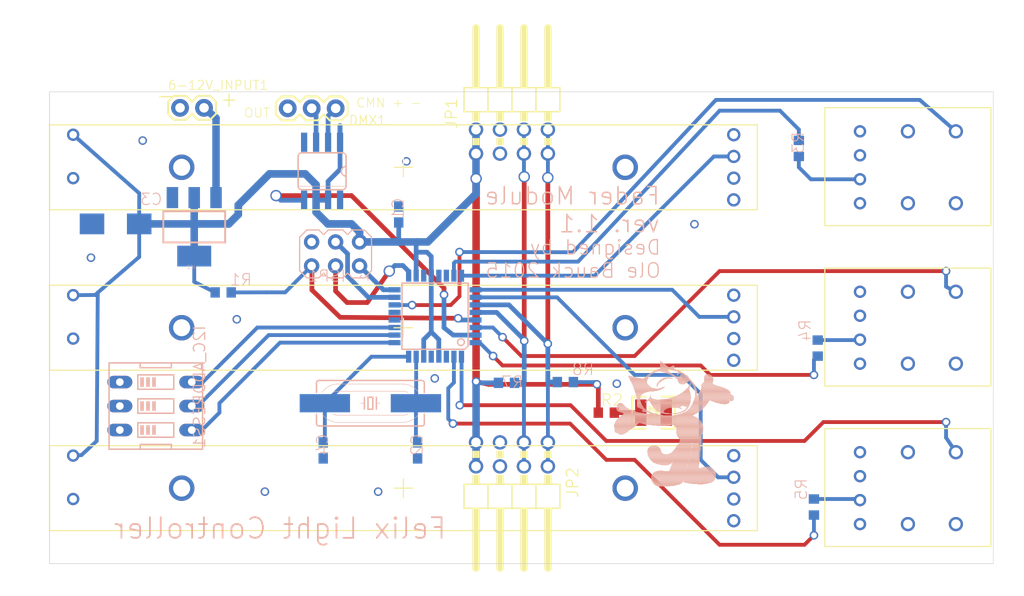
<source format=kicad_pcb>
(kicad_pcb (version 20171130) (host pcbnew "(5.1.4)-1")

  (general
    (thickness 1.6)
    (drawings 15)
    (tracks 264)
    (zones 0)
    (modules 33)
    (nets 39)
  )

  (page A4)
  (layers
    (0 Top signal)
    (31 Bottom signal)
    (32 B.Adhes user)
    (33 F.Adhes user)
    (34 B.Paste user)
    (35 F.Paste user)
    (36 B.SilkS user)
    (37 F.SilkS user)
    (38 B.Mask user)
    (39 F.Mask user)
    (40 Dwgs.User user)
    (41 Cmts.User user)
    (42 Eco1.User user)
    (43 Eco2.User user)
    (44 Edge.Cuts user)
    (45 Margin user)
    (46 B.CrtYd user)
    (47 F.CrtYd user)
    (48 B.Fab user)
    (49 F.Fab user)
  )

  (setup
    (last_trace_width 0.25)
    (trace_clearance 0.1524)
    (zone_clearance 0.508)
    (zone_45_only no)
    (trace_min 0.2)
    (via_size 0.8)
    (via_drill 0.4)
    (via_min_size 0.4)
    (via_min_drill 0.3)
    (uvia_size 0.3)
    (uvia_drill 0.1)
    (uvias_allowed no)
    (uvia_min_size 0.2)
    (uvia_min_drill 0.1)
    (edge_width 0.05)
    (segment_width 0.2)
    (pcb_text_width 0.3)
    (pcb_text_size 1.5 1.5)
    (mod_edge_width 0.12)
    (mod_text_size 1 1)
    (mod_text_width 0.15)
    (pad_size 1.524 1.524)
    (pad_drill 0.762)
    (pad_to_mask_clearance 0.051)
    (solder_mask_min_width 0.25)
    (aux_axis_origin 0 0)
    (visible_elements FFFFFF7F)
    (pcbplotparams
      (layerselection 0x010fc_ffffffff)
      (usegerberextensions false)
      (usegerberattributes false)
      (usegerberadvancedattributes false)
      (creategerberjobfile false)
      (excludeedgelayer true)
      (linewidth 0.100000)
      (plotframeref false)
      (viasonmask false)
      (mode 1)
      (useauxorigin false)
      (hpglpennumber 1)
      (hpglpenspeed 20)
      (hpglpendiameter 15.000000)
      (psnegative false)
      (psa4output false)
      (plotreference true)
      (plotvalue true)
      (plotinvisibletext false)
      (padsonsilk false)
      (subtractmaskfromsilk false)
      (outputformat 1)
      (mirror false)
      (drillshape 1)
      (scaleselection 1)
      (outputdirectory ""))
  )

  (net 0 "")
  (net 1 VCC)
  (net 2 GND)
  (net 3 /SCL)
  (net 4 /SDA)
  (net 5 /BUT1_LED)
  (net 6 /TX)
  (net 7 /BUT1)
  (net 8 /RESET)
  (net 9 /AD2)
  (net 10 /AD1)
  (net 11 /AD0)
  (net 12 /BUT0_LED)
  (net 13 /ADC7)
  (net 14 /ADC6)
  (net 15 /SCK)
  (net 16 /MISO)
  (net 17 /MOSI)
  (net 18 /BUT0)
  (net 19 /PB1)
  (net 20 /PB0)
  (net 21 /A2)
  (net 22 /A1)
  (net 23 /A0)
  (net 24 "Net-(C4-Pad2)")
  (net 25 "Net-(C2-Pad2)")
  (net 26 /BUT2_LED)
  (net 27 /BUT2)
  (net 28 "Net-(IC1-Pad1)")
  (net 29 "Net-(D1-PadA)")
  (net 30 "Net-(R3-Pad1)")
  (net 31 "Net-(U$1-Pad3)")
  (net 32 "Net-(R4-Pad1)")
  (net 33 "Net-(U$2-Pad3)")
  (net 34 "Net-(R5-Pad1)")
  (net 35 "Net-(U$3-Pad3)")
  (net 36 "Net-(DMX1-Pad2)")
  (net 37 "Net-(DMX1-Pad1)")
  (net 38 "Net-(6-12V_INPUT1-Pad2)")

  (net_class Default "This is the default net class."
    (clearance 0.1524)
    (trace_width 0.25)
    (via_dia 0.8)
    (via_drill 0.4)
    (uvia_dia 0.3)
    (uvia_drill 0.1)
    (add_net /A0)
    (add_net /A1)
    (add_net /A2)
    (add_net /AD0)
    (add_net /AD1)
    (add_net /AD2)
    (add_net /ADC6)
    (add_net /ADC7)
    (add_net /BUT0)
    (add_net /BUT0_LED)
    (add_net /BUT1)
    (add_net /BUT1_LED)
    (add_net /BUT2)
    (add_net /BUT2_LED)
    (add_net /MISO)
    (add_net /MOSI)
    (add_net /PB0)
    (add_net /PB1)
    (add_net /RESET)
    (add_net /SCK)
    (add_net /SCL)
    (add_net /SDA)
    (add_net /TX)
    (add_net GND)
    (add_net "Net-(6-12V_INPUT1-Pad2)")
    (add_net "Net-(C2-Pad2)")
    (add_net "Net-(C4-Pad2)")
    (add_net "Net-(D1-PadA)")
    (add_net "Net-(DMX1-Pad1)")
    (add_net "Net-(DMX1-Pad2)")
    (add_net "Net-(IC1-Pad1)")
    (add_net "Net-(R3-Pad1)")
    (add_net "Net-(R4-Pad1)")
    (add_net "Net-(R5-Pad1)")
    (add_net "Net-(U$1-Pad3)")
    (add_net "Net-(U$2-Pad3)")
    (add_net "Net-(U$3-Pad3)")
    (add_net VCC)
  )

  (module "" (layer Top) (tedit 0) (tstamp 0)
    (at 176.5011 113.5036)
    (fp_text reference @HOLE0 (at 0 0) (layer F.SilkS) hide
      (effects (font (size 1.27 1.27) (thickness 0.15)))
    )
    (fp_text value "" (at 0 0) (layer F.SilkS)
      (effects (font (size 1.27 1.27) (thickness 0.15)))
    )
    (pad "" np_thru_hole circle (at 0 0) (size 3.2 3.2) (drill 3.2) (layers *.Cu *.Mask))
  )

  (module "" (layer Top) (tedit 0) (tstamp 0)
    (at 176.5011 96.5036)
    (fp_text reference @HOLE1 (at 0 0) (layer F.SilkS) hide
      (effects (font (size 1.27 1.27) (thickness 0.15)))
    )
    (fp_text value "" (at 0 0) (layer F.SilkS)
      (effects (font (size 1.27 1.27) (thickness 0.15)))
    )
    (pad "" np_thru_hole circle (at 0 0) (size 3.2 3.2) (drill 3.2) (layers *.Cu *.Mask))
  )

  (module "" (layer Top) (tedit 0) (tstamp 0)
    (at 120.5011 113.5036)
    (fp_text reference @HOLE2 (at 0 0) (layer F.SilkS) hide
      (effects (font (size 1.27 1.27) (thickness 0.15)))
    )
    (fp_text value "" (at 0 0) (layer F.SilkS)
      (effects (font (size 1.27 1.27) (thickness 0.15)))
    )
    (pad "" np_thru_hole circle (at 0 0) (size 3.2 3.2) (drill 3.2) (layers *.Cu *.Mask))
  )

  (module "" (layer Top) (tedit 0) (tstamp 0)
    (at 120.5011 96.5036)
    (fp_text reference @HOLE3 (at 0 0) (layer F.SilkS) hide
      (effects (font (size 1.27 1.27) (thickness 0.15)))
    )
    (fp_text value "" (at 0 0) (layer F.SilkS)
      (effects (font (size 1.27 1.27) (thickness 0.15)))
    )
    (pad "" np_thru_hole circle (at 0 0) (size 3.2 3.2) (drill 3.2) (layers *.Cu *.Mask))
  )

  (module fader_ver2:SO08 (layer Bottom) (tedit 0) (tstamp 5DD0097A)
    (at 127.3811 88.4236 180)
    (descr "<b>Small Outline Package</b> SOIC 150 mil")
    (path /22F7723E)
    (fp_text reference IC1 (at -2.921 -1.905 90) (layer B.SilkS) hide
      (effects (font (size 1.2065 1.2065) (thickness 0.127)) (justify right bottom mirror))
    )
    (fp_text value MAX481CSA (at 3.937 -2.032 270) (layer B.Fab)
      (effects (font (size 1.2065 1.2065) (thickness 0.12065)) (justify right bottom mirror))
    )
    (fp_poly (pts (xy -2.159 1.9558) (xy -1.651 1.9558) (xy -1.651 3.0988) (xy -2.159 3.0988)) (layer B.Fab) (width 0))
    (fp_poly (pts (xy -0.889 1.9558) (xy -0.381 1.9558) (xy -0.381 3.0988) (xy -0.889 3.0988)) (layer B.Fab) (width 0))
    (fp_poly (pts (xy 0.381 1.9558) (xy 0.889 1.9558) (xy 0.889 3.0988) (xy 0.381 3.0988)) (layer B.Fab) (width 0))
    (fp_poly (pts (xy 1.651 -3.0988) (xy 2.159 -3.0988) (xy 2.159 -1.9558) (xy 1.651 -1.9558)) (layer B.Fab) (width 0))
    (fp_poly (pts (xy 0.381 -3.0734) (xy 0.889 -3.0734) (xy 0.889 -1.9304) (xy 0.381 -1.9304)) (layer B.Fab) (width 0))
    (fp_poly (pts (xy -0.889 -3.0988) (xy -0.381 -3.0988) (xy -0.381 -1.9558) (xy -0.889 -1.9558)) (layer B.Fab) (width 0))
    (fp_poly (pts (xy -2.159 -3.0988) (xy -1.651 -3.0988) (xy -1.651 -1.9558) (xy -2.159 -1.9558)) (layer B.Fab) (width 0))
    (fp_poly (pts (xy 1.651 1.9558) (xy 2.159 1.9558) (xy 2.159 3.0988) (xy 1.651 3.0988)) (layer B.Fab) (width 0))
    (fp_line (start -2.54 -1.6002) (end 2.54 -1.6002) (layer B.SilkS) (width 0.0508))
    (fp_arc (start -2.54 0) (end -2.54 0.508) (angle -180) (layer B.SilkS) (width 0.1524))
    (fp_line (start -2.54 -0.508) (end -2.54 -1.5748) (layer B.SilkS) (width 0.1524))
    (fp_line (start -2.54 0.508) (end -2.54 -0.508) (layer B.SilkS) (width 0.1524))
    (fp_line (start -2.54 1.5748) (end -2.54 0.508) (layer B.SilkS) (width 0.1524))
    (fp_line (start 2.54 -1.5748) (end 2.54 1.5748) (layer B.SilkS) (width 0.1524))
    (fp_line (start -2.159 -1.9558) (end 2.159 -1.9558) (layer B.SilkS) (width 0.1524))
    (fp_arc (start -2.159 -1.5748) (end -2.54 -1.5748) (angle 90) (layer B.SilkS) (width 0.1524))
    (fp_arc (start 2.159 1.5748) (end 2.159 1.9558) (angle -90) (layer B.SilkS) (width 0.1524))
    (fp_arc (start -2.159 1.5748) (end -2.54 1.5748) (angle -90) (layer B.SilkS) (width 0.1524))
    (fp_arc (start 2.159 -1.5748) (end 2.159 -1.9558) (angle 90) (layer B.SilkS) (width 0.1524))
    (fp_line (start 2.159 1.9558) (end -2.159 1.9558) (layer B.SilkS) (width 0.1524))
    (pad 5 smd rect (at 1.905 3.0734 180) (size 0.6604 2.032) (layers Bottom B.Paste B.Mask)
      (net 2 GND) (solder_mask_margin 0.0508))
    (pad 4 smd rect (at 1.905 -3.0734 180) (size 0.6604 2.032) (layers Bottom B.Paste B.Mask)
      (net 6 /TX) (solder_mask_margin 0.0508))
    (pad 6 smd rect (at 0.635 3.0734 180) (size 0.6604 2.032) (layers Bottom B.Paste B.Mask)
      (net 36 "Net-(DMX1-Pad2)") (solder_mask_margin 0.0508))
    (pad 7 smd rect (at -0.635 3.0734 180) (size 0.6604 2.032) (layers Bottom B.Paste B.Mask)
      (net 37 "Net-(DMX1-Pad1)") (solder_mask_margin 0.0508))
    (pad 3 smd rect (at 0.635 -3.0734 180) (size 0.6604 2.032) (layers Bottom B.Paste B.Mask)
      (net 1 VCC) (solder_mask_margin 0.0508))
    (pad 2 smd rect (at -0.635 -3.0734 180) (size 0.6604 2.032) (layers Bottom B.Paste B.Mask)
      (net 1 VCC) (solder_mask_margin 0.0508))
    (pad 8 smd rect (at -1.905 3.0734 180) (size 0.6604 2.032) (layers Bottom B.Paste B.Mask)
      (net 1 VCC) (solder_mask_margin 0.0508))
    (pad 1 smd rect (at -1.905 -3.0734 180) (size 0.6604 2.032) (layers Bottom B.Paste B.Mask)
      (net 28 "Net-(IC1-Pad1)") (solder_mask_margin 0.0508))
  )

  (module fader_ver2:SOT223 (layer Bottom) (tedit 0) (tstamp 5DD00999)
    (at 113.8311 94.3136)
    (descr <b>SOT-223</b>)
    (path /BC34DC86)
    (fp_text reference IC2 (at -0.8255 4.5085) (layer B.SilkS)
      (effects (font (size 0.38608 0.38608) (thickness 0.032512)) (justify right bottom mirror))
    )
    (fp_text value V_REG_LM1117SOT223 (at -1.0795 -0.1905) (layer B.Fab)
      (effects (font (size 0.38608 0.38608) (thickness 0.032512)) (justify right bottom mirror))
    )
    (fp_poly (pts (xy 1.8796 -3.6576) (xy 2.7432 -3.6576) (xy 2.7432 -1.8034) (xy 1.8796 -1.8034)) (layer B.Fab) (width 0))
    (fp_poly (pts (xy -2.7432 -3.6576) (xy -1.8796 -3.6576) (xy -1.8796 -1.8034) (xy -2.7432 -1.8034)) (layer B.Fab) (width 0))
    (fp_poly (pts (xy -0.4318 -3.6576) (xy 0.4318 -3.6576) (xy 0.4318 -1.8034) (xy -0.4318 -1.8034)) (layer B.Fab) (width 0))
    (fp_poly (pts (xy -1.6002 1.8034) (xy 1.6002 1.8034) (xy 1.6002 3.6576) (xy -1.6002 3.6576)) (layer B.Fab) (width 0))
    (fp_poly (pts (xy 1.8796 -3.6576) (xy 2.7432 -3.6576) (xy 2.7432 -1.8034) (xy 1.8796 -1.8034)) (layer B.Fab) (width 0))
    (fp_poly (pts (xy -2.7432 -3.6576) (xy -1.8796 -3.6576) (xy -1.8796 -1.8034) (xy -2.7432 -1.8034)) (layer B.Fab) (width 0))
    (fp_poly (pts (xy -0.4318 -3.6576) (xy 0.4318 -3.6576) (xy 0.4318 -1.8034) (xy -0.4318 -1.8034)) (layer B.Fab) (width 0))
    (fp_poly (pts (xy -1.6002 1.8034) (xy 1.6002 1.8034) (xy 1.6002 3.6576) (xy -1.6002 3.6576)) (layer B.Fab) (width 0))
    (fp_line (start -3.2766 1.651) (end 3.2766 1.651) (layer B.SilkS) (width 0.2032))
    (fp_line (start -3.2766 -1.651) (end -3.2766 1.651) (layer B.SilkS) (width 0.2032))
    (fp_line (start 3.2766 -1.651) (end -3.2766 -1.651) (layer B.SilkS) (width 0.2032))
    (fp_line (start 3.2766 1.651) (end 3.2766 -1.651) (layer B.SilkS) (width 0.2032))
    (pad 4 smd rect (at 0 3.099) (size 3.6 2.2) (layers Bottom B.Paste B.Mask)
      (net 1 VCC) (solder_mask_margin 0.0508))
    (pad 3 smd rect (at 2.3114 -3.0988) (size 1.2192 2.2352) (layers Bottom B.Paste B.Mask)
      (net 38 "Net-(6-12V_INPUT1-Pad2)") (solder_mask_margin 0.0508))
    (pad 2 smd rect (at 0 -3.0988) (size 1.2192 2.2352) (layers Bottom B.Paste B.Mask)
      (net 1 VCC) (solder_mask_margin 0.0508))
    (pad 1 smd rect (at -2.3114 -3.0988) (size 1.2192 2.2352) (layers Bottom B.Paste B.Mask)
      (net 2 GND) (solder_mask_margin 0.0508))
  )

  (module fader_ver2:AVRISP (layer Bottom) (tedit 0) (tstamp 5DD009AC)
    (at 128.8111 97.1836 90)
    (path /C9FC6C07)
    (fp_text reference ISP1 (at -3.048 -3.048 180) (layer B.SilkS)
      (effects (font (size 1.2065 1.2065) (thickness 0.09652)) (justify right bottom mirror))
    )
    (fp_text value AVRISP-6 (at 0 0 90) (layer B.SilkS) hide
      (effects (font (size 1.27 1.27) (thickness 0.15)) (justify mirror))
    )
    (fp_text user 1 (at -3.048 3.556 90) (layer B.SilkS)
      (effects (font (size 0.9652 0.9652) (thickness 0.08128)) (justify right bottom mirror))
    )
    (fp_line (start -2.54 1.778) (end -2.54 3.048) (layer B.SilkS) (width 0.127))
    (fp_line (start -2.032 1.27) (end -2.54 1.778) (layer B.SilkS) (width 0.127))
    (fp_line (start -2.54 0.762) (end -2.032 1.27) (layer B.SilkS) (width 0.127))
    (fp_line (start -2.54 -0.762) (end -2.54 0.762) (layer B.SilkS) (width 0.127))
    (fp_line (start -2.032 -1.27) (end -2.54 -0.762) (layer B.SilkS) (width 0.127))
    (fp_line (start -2.54 -1.778) (end -2.032 -1.27) (layer B.SilkS) (width 0.127))
    (fp_line (start -2.54 -3.048) (end -2.54 -1.778) (layer B.SilkS) (width 0.127))
    (fp_line (start -1.778 -3.81) (end -2.54 -3.048) (layer B.SilkS) (width 0.127))
    (fp_line (start 1.778 -3.81) (end -1.778 -3.81) (layer B.SilkS) (width 0.127))
    (fp_line (start 2.54 -3.048) (end 1.778 -3.81) (layer B.SilkS) (width 0.127))
    (fp_line (start 2.54 -1.778) (end 2.54 -3.048) (layer B.SilkS) (width 0.127))
    (fp_line (start 2.032 -1.27) (end 2.54 -1.778) (layer B.SilkS) (width 0.127))
    (fp_line (start 2.54 -0.762) (end 2.032 -1.27) (layer B.SilkS) (width 0.127))
    (fp_line (start 2.54 0.762) (end 2.54 -0.762) (layer B.SilkS) (width 0.127))
    (fp_line (start 2.032 1.27) (end 2.54 0.762) (layer B.SilkS) (width 0.127))
    (fp_line (start 2.54 1.778) (end 2.032 1.27) (layer B.SilkS) (width 0.127))
    (fp_line (start 2.54 3.048) (end 2.54 1.778) (layer B.SilkS) (width 0.127))
    (fp_line (start 1.778 3.81) (end 2.54 3.048) (layer B.SilkS) (width 0.127))
    (fp_line (start -1.778 3.81) (end 1.778 3.81) (layer B.SilkS) (width 0.127))
    (fp_line (start -2.54 3.048) (end -1.778 3.81) (layer B.SilkS) (width 0.127))
    (pad 6 thru_hole circle (at 1.27 -2.54 90) (size 1.6256 1.6256) (drill 0.9) (layers *.Cu *.Mask)
      (net 2 GND) (solder_mask_margin 0.0508))
    (pad 5 thru_hole circle (at -1.27 -2.54 90) (size 1.6256 1.6256) (drill 0.9) (layers *.Cu *.Mask)
      (net 8 /RESET) (solder_mask_margin 0.0508))
    (pad 1 thru_hole circle (at -1.27 2.54 90) (size 1.6256 1.6256) (drill 0.9) (layers *.Cu *.Mask)
      (net 16 /MISO) (solder_mask_margin 0.0508))
    (pad 2 thru_hole circle (at 1.27 2.54 90) (size 1.6256 1.6256) (drill 0.9) (layers *.Cu *.Mask)
      (net 1 VCC) (solder_mask_margin 0.0508))
    (pad 4 thru_hole circle (at 1.27 0 90) (size 1.6256 1.6256) (drill 0.9) (layers *.Cu *.Mask)
      (net 17 /MOSI) (solder_mask_margin 0.0508))
    (pad 3 thru_hole circle (at -1.27 0 90) (size 1.6256 1.6256) (drill 0.9) (layers *.Cu *.Mask)
      (net 15 /SCK) (solder_mask_margin 0.0508))
  )

  (module fader_ver2:1X03 (layer Top) (tedit 0) (tstamp 5DD009CA)
    (at 128.8211 81.7536 180)
    (path /6EF5061F)
    (fp_text reference DMX1 (at -1.3462 -1.8288) (layer F.SilkS)
      (effects (font (size 0.9652 0.9652) (thickness 0.09652)) (justify left bottom))
    )
    (fp_text value M03PTH (at -1.27 3.175) (layer F.Fab)
      (effects (font (size 1.2065 1.2065) (thickness 0.09652)) (justify left bottom))
    )
    (fp_poly (pts (xy -0.254 0.254) (xy 0.254 0.254) (xy 0.254 -0.254) (xy -0.254 -0.254)) (layer F.Fab) (width 0))
    (fp_poly (pts (xy 2.286 0.254) (xy 2.794 0.254) (xy 2.794 -0.254) (xy 2.286 -0.254)) (layer F.Fab) (width 0))
    (fp_poly (pts (xy 4.826 0.254) (xy 5.334 0.254) (xy 5.334 -0.254) (xy 4.826 -0.254)) (layer F.Fab) (width 0))
    (fp_line (start 6.35 -0.635) (end 6.35 0.635) (layer F.SilkS) (width 0.2032))
    (fp_line (start 0.635 1.27) (end -0.635 1.27) (layer F.SilkS) (width 0.2032))
    (fp_line (start -1.27 0.635) (end -0.635 1.27) (layer F.SilkS) (width 0.2032))
    (fp_line (start -0.635 -1.27) (end -1.27 -0.635) (layer F.SilkS) (width 0.2032))
    (fp_line (start -1.27 -0.635) (end -1.27 0.635) (layer F.SilkS) (width 0.2032))
    (fp_line (start 1.905 1.27) (end 1.27 0.635) (layer F.SilkS) (width 0.2032))
    (fp_line (start 3.175 1.27) (end 1.905 1.27) (layer F.SilkS) (width 0.2032))
    (fp_line (start 3.81 0.635) (end 3.175 1.27) (layer F.SilkS) (width 0.2032))
    (fp_line (start 3.175 -1.27) (end 3.81 -0.635) (layer F.SilkS) (width 0.2032))
    (fp_line (start 1.905 -1.27) (end 3.175 -1.27) (layer F.SilkS) (width 0.2032))
    (fp_line (start 1.27 -0.635) (end 1.905 -1.27) (layer F.SilkS) (width 0.2032))
    (fp_line (start 1.27 0.635) (end 0.635 1.27) (layer F.SilkS) (width 0.2032))
    (fp_line (start 0.635 -1.27) (end 1.27 -0.635) (layer F.SilkS) (width 0.2032))
    (fp_line (start -0.635 -1.27) (end 0.635 -1.27) (layer F.SilkS) (width 0.2032))
    (fp_line (start 4.445 1.27) (end 3.81 0.635) (layer F.SilkS) (width 0.2032))
    (fp_line (start 5.715 1.27) (end 4.445 1.27) (layer F.SilkS) (width 0.2032))
    (fp_line (start 6.35 0.635) (end 5.715 1.27) (layer F.SilkS) (width 0.2032))
    (fp_line (start 5.715 -1.27) (end 6.35 -0.635) (layer F.SilkS) (width 0.2032))
    (fp_line (start 4.445 -1.27) (end 5.715 -1.27) (layer F.SilkS) (width 0.2032))
    (fp_line (start 3.81 -0.635) (end 4.445 -1.27) (layer F.SilkS) (width 0.2032))
    (pad 3 thru_hole circle (at 5.08 0 270) (size 1.8796 1.8796) (drill 1.016) (layers *.Cu *.Mask)
      (net 2 GND) (solder_mask_margin 0.0508))
    (pad 2 thru_hole circle (at 2.54 0 270) (size 1.8796 1.8796) (drill 1.016) (layers *.Cu *.Mask)
      (net 36 "Net-(DMX1-Pad2)") (solder_mask_margin 0.0508))
    (pad 1 thru_hole circle (at 0 0 270) (size 1.8796 1.8796) (drill 1.016) (layers *.Cu *.Mask)
      (net 37 "Net-(DMX1-Pad1)") (solder_mask_margin 0.0508))
  )

  (module fader_ver2:1X02 (layer Top) (tedit 0) (tstamp 5DD009E7)
    (at 112.3311 81.7036)
    (path /928A1AA2)
    (fp_text reference 6-12V_INPUT1 (at -1.3462 -1.8288) (layer F.SilkS)
      (effects (font (size 0.9652 0.9652) (thickness 0.09652)) (justify left bottom))
    )
    (fp_text value M02PTH (at -1.27 3.175) (layer F.Fab)
      (effects (font (size 1.2065 1.2065) (thickness 0.09652)) (justify left bottom))
    )
    (fp_poly (pts (xy -0.254 0.254) (xy 0.254 0.254) (xy 0.254 -0.254) (xy -0.254 -0.254)) (layer F.Fab) (width 0))
    (fp_poly (pts (xy 2.286 0.254) (xy 2.794 0.254) (xy 2.794 -0.254) (xy 2.286 -0.254)) (layer F.Fab) (width 0))
    (fp_line (start 3.81 -0.635) (end 3.81 0.635) (layer F.SilkS) (width 0.2032))
    (fp_line (start 0.635 1.27) (end -0.635 1.27) (layer F.SilkS) (width 0.2032))
    (fp_line (start -1.27 0.635) (end -0.635 1.27) (layer F.SilkS) (width 0.2032))
    (fp_line (start -0.635 -1.27) (end -1.27 -0.635) (layer F.SilkS) (width 0.2032))
    (fp_line (start -1.27 -0.635) (end -1.27 0.635) (layer F.SilkS) (width 0.2032))
    (fp_line (start 1.905 1.27) (end 1.27 0.635) (layer F.SilkS) (width 0.2032))
    (fp_line (start 3.175 1.27) (end 1.905 1.27) (layer F.SilkS) (width 0.2032))
    (fp_line (start 3.81 0.635) (end 3.175 1.27) (layer F.SilkS) (width 0.2032))
    (fp_line (start 3.175 -1.27) (end 3.81 -0.635) (layer F.SilkS) (width 0.2032))
    (fp_line (start 1.905 -1.27) (end 3.175 -1.27) (layer F.SilkS) (width 0.2032))
    (fp_line (start 1.27 -0.635) (end 1.905 -1.27) (layer F.SilkS) (width 0.2032))
    (fp_line (start 1.27 0.635) (end 0.635 1.27) (layer F.SilkS) (width 0.2032))
    (fp_line (start 0.635 -1.27) (end 1.27 -0.635) (layer F.SilkS) (width 0.2032))
    (fp_line (start -0.635 -1.27) (end 0.635 -1.27) (layer F.SilkS) (width 0.2032))
    (pad 2 thru_hole circle (at 2.54 0 90) (size 1.8796 1.8796) (drill 1.016) (layers *.Cu *.Mask)
      (net 38 "Net-(6-12V_INPUT1-Pad2)") (solder_mask_margin 0.0508))
    (pad 1 thru_hole circle (at 0 0 90) (size 1.8796 1.8796) (drill 1.016) (layers *.Cu *.Mask)
      (net 2 GND) (solder_mask_margin 0.0508))
  )

  (module fader_ver2:R0603 (layer Bottom) (tedit 0) (tstamp 5DD009FC)
    (at 116.9011 101.2636 180)
    (descr <b>RESISTOR</b>)
    (path /5FC72806)
    (fp_text reference R1 (at -0.635 0.635) (layer B.SilkS)
      (effects (font (size 1.2065 1.2065) (thickness 0.09652)) (justify right bottom mirror))
    )
    (fp_text value 10k (at -0.635 -1.905) (layer B.Fab)
      (effects (font (size 1.2065 1.2065) (thickness 0.09652)) (justify right bottom mirror))
    )
    (fp_poly (pts (xy -0.1999 -0.4001) (xy 0.1999 -0.4001) (xy 0.1999 0.4001) (xy -0.1999 0.4001)) (layer B.Adhes) (width 0))
    (fp_poly (pts (xy -0.8382 -0.4318) (xy -0.4318 -0.4318) (xy -0.4318 0.4318) (xy -0.8382 0.4318)) (layer B.Fab) (width 0))
    (fp_poly (pts (xy 0.4318 -0.4318) (xy 0.8382 -0.4318) (xy 0.8382 0.4318) (xy 0.4318 0.4318)) (layer B.Fab) (width 0))
    (fp_line (start -1.473 -0.983) (end -1.473 0.983) (layer Dwgs.User) (width 0.0508))
    (fp_line (start 1.473 -0.983) (end -1.473 -0.983) (layer Dwgs.User) (width 0.0508))
    (fp_line (start 1.473 0.983) (end 1.473 -0.983) (layer Dwgs.User) (width 0.0508))
    (fp_line (start -1.473 0.983) (end 1.473 0.983) (layer Dwgs.User) (width 0.0508))
    (fp_line (start 0.432 0.356) (end -0.432 0.356) (layer B.Fab) (width 0.1524))
    (fp_line (start -0.432 -0.356) (end 0.432 -0.356) (layer B.Fab) (width 0.1524))
    (pad 2 smd rect (at 0.85 0 180) (size 1 1.1) (layers Bottom B.Paste B.Mask)
      (net 1 VCC) (solder_mask_margin 0.0508))
    (pad 1 smd rect (at -0.85 0 180) (size 1 1.1) (layers Bottom B.Paste B.Mask)
      (net 8 /RESET) (solder_mask_margin 0.0508))
  )

  (module fader_ver2:R0603 (layer Bottom) (tedit 0) (tstamp 5DD00A0A)
    (at 146.9211 110.8436)
    (descr <b>RESISTOR</b>)
    (path /6B4F0CAD)
    (fp_text reference R7 (at -0.635 0.635) (layer B.SilkS)
      (effects (font (size 1.2065 1.2065) (thickness 0.09652)) (justify right bottom mirror))
    )
    (fp_text value 4k7 (at -0.635 -1.905) (layer B.Fab)
      (effects (font (size 1.2065 1.2065) (thickness 0.09652)) (justify right bottom mirror))
    )
    (fp_poly (pts (xy -0.1999 -0.4001) (xy 0.1999 -0.4001) (xy 0.1999 0.4001) (xy -0.1999 0.4001)) (layer B.Adhes) (width 0))
    (fp_poly (pts (xy -0.8382 -0.4318) (xy -0.4318 -0.4318) (xy -0.4318 0.4318) (xy -0.8382 0.4318)) (layer B.Fab) (width 0))
    (fp_poly (pts (xy 0.4318 -0.4318) (xy 0.8382 -0.4318) (xy 0.8382 0.4318) (xy 0.4318 0.4318)) (layer B.Fab) (width 0))
    (fp_line (start -1.473 -0.983) (end -1.473 0.983) (layer Dwgs.User) (width 0.0508))
    (fp_line (start 1.473 -0.983) (end -1.473 -0.983) (layer Dwgs.User) (width 0.0508))
    (fp_line (start 1.473 0.983) (end 1.473 -0.983) (layer Dwgs.User) (width 0.0508))
    (fp_line (start -1.473 0.983) (end 1.473 0.983) (layer Dwgs.User) (width 0.0508))
    (fp_line (start 0.432 0.356) (end -0.432 0.356) (layer B.Fab) (width 0.1524))
    (fp_line (start -0.432 -0.356) (end 0.432 -0.356) (layer B.Fab) (width 0.1524))
    (pad 2 smd rect (at 0.85 0) (size 1 1.1) (layers Bottom B.Paste B.Mask)
      (net 3 /SCL) (solder_mask_margin 0.0508))
    (pad 1 smd rect (at -0.85 0) (size 1 1.1) (layers Bottom B.Paste B.Mask)
      (net 1 VCC) (solder_mask_margin 0.0508))
  )

  (module fader_ver2:R0603 (layer Bottom) (tedit 0) (tstamp 5DD00A18)
    (at 153.1611 110.7636 180)
    (descr <b>RESISTOR</b>)
    (path /B602CFF4)
    (fp_text reference R8 (at -0.635 0.635) (layer B.SilkS)
      (effects (font (size 1.2065 1.2065) (thickness 0.09652)) (justify right bottom mirror))
    )
    (fp_text value 4k7 (at -0.635 -1.905) (layer B.Fab)
      (effects (font (size 1.2065 1.2065) (thickness 0.09652)) (justify right bottom mirror))
    )
    (fp_poly (pts (xy -0.1999 -0.4001) (xy 0.1999 -0.4001) (xy 0.1999 0.4001) (xy -0.1999 0.4001)) (layer B.Adhes) (width 0))
    (fp_poly (pts (xy -0.8382 -0.4318) (xy -0.4318 -0.4318) (xy -0.4318 0.4318) (xy -0.8382 0.4318)) (layer B.Fab) (width 0))
    (fp_poly (pts (xy 0.4318 -0.4318) (xy 0.8382 -0.4318) (xy 0.8382 0.4318) (xy 0.4318 0.4318)) (layer B.Fab) (width 0))
    (fp_line (start -1.473 -0.983) (end -1.473 0.983) (layer Dwgs.User) (width 0.0508))
    (fp_line (start 1.473 -0.983) (end -1.473 -0.983) (layer Dwgs.User) (width 0.0508))
    (fp_line (start 1.473 0.983) (end 1.473 -0.983) (layer Dwgs.User) (width 0.0508))
    (fp_line (start -1.473 0.983) (end 1.473 0.983) (layer Dwgs.User) (width 0.0508))
    (fp_line (start 0.432 0.356) (end -0.432 0.356) (layer B.Fab) (width 0.1524))
    (fp_line (start -0.432 -0.356) (end 0.432 -0.356) (layer B.Fab) (width 0.1524))
    (pad 2 smd rect (at 0.85 0 180) (size 1 1.1) (layers Bottom B.Paste B.Mask)
      (net 4 /SDA) (solder_mask_margin 0.0508))
    (pad 1 smd rect (at -0.85 0 180) (size 1 1.1) (layers Bottom B.Paste B.Mask)
      (net 1 VCC) (solder_mask_margin 0.0508))
  )

  (module fader_ver2:TQFP32-08 (layer Bottom) (tedit 0) (tstamp 5DD00A26)
    (at 139.3511 103.7836 90)
    (descr "<B>Thin Plasic Quad Flat Package</B> Grid 0.8 mm")
    (path /C72E0E7E)
    (fp_text reference U1 (at -3.175 5.08 90) (layer B.SilkS) hide
      (effects (font (size 0.38608 0.38608) (thickness 0.032512)) (justify right bottom mirror))
    )
    (fp_text value ATMEGA328P (at -2.54 -6.35 90) (layer B.Fab)
      (effects (font (size 0.38608 0.38608) (thickness 0.030886)) (justify right bottom mirror))
    )
    (fp_poly (pts (xy -3.0286 3.556) (xy -2.5714 3.556) (xy -2.5714 4.5466) (xy -3.0286 4.5466)) (layer B.Fab) (width 0))
    (fp_poly (pts (xy -2.2286 3.556) (xy -1.7714 3.556) (xy -1.7714 4.5466) (xy -2.2286 4.5466)) (layer B.Fab) (width 0))
    (fp_poly (pts (xy -1.4286 3.556) (xy -0.9714 3.556) (xy -0.9714 4.5466) (xy -1.4286 4.5466)) (layer B.Fab) (width 0))
    (fp_poly (pts (xy -0.6286 3.556) (xy -0.1714 3.556) (xy -0.1714 4.5466) (xy -0.6286 4.5466)) (layer B.Fab) (width 0))
    (fp_poly (pts (xy 0.1714 3.556) (xy 0.6286 3.556) (xy 0.6286 4.5466) (xy 0.1714 4.5466)) (layer B.Fab) (width 0))
    (fp_poly (pts (xy 0.9714 3.556) (xy 1.4286 3.556) (xy 1.4286 4.5466) (xy 0.9714 4.5466)) (layer B.Fab) (width 0))
    (fp_poly (pts (xy 1.7714 3.556) (xy 2.2286 3.556) (xy 2.2286 4.5466) (xy 1.7714 4.5466)) (layer B.Fab) (width 0))
    (fp_poly (pts (xy 2.5714 3.556) (xy 3.0286 3.556) (xy 3.0286 4.5466) (xy 2.5714 4.5466)) (layer B.Fab) (width 0))
    (fp_poly (pts (xy 3.556 2.5714) (xy 4.5466 2.5714) (xy 4.5466 3.0286) (xy 3.556 3.0286)) (layer B.Fab) (width 0))
    (fp_poly (pts (xy 3.556 1.7714) (xy 4.5466 1.7714) (xy 4.5466 2.2286) (xy 3.556 2.2286)) (layer B.Fab) (width 0))
    (fp_poly (pts (xy 3.556 0.9714) (xy 4.5466 0.9714) (xy 4.5466 1.4286) (xy 3.556 1.4286)) (layer B.Fab) (width 0))
    (fp_poly (pts (xy 3.556 0.1714) (xy 4.5466 0.1714) (xy 4.5466 0.6286) (xy 3.556 0.6286)) (layer B.Fab) (width 0))
    (fp_poly (pts (xy 3.556 -0.6286) (xy 4.5466 -0.6286) (xy 4.5466 -0.1714) (xy 3.556 -0.1714)) (layer B.Fab) (width 0))
    (fp_poly (pts (xy 3.556 -1.4286) (xy 4.5466 -1.4286) (xy 4.5466 -0.9714) (xy 3.556 -0.9714)) (layer B.Fab) (width 0))
    (fp_poly (pts (xy 3.556 -2.2286) (xy 4.5466 -2.2286) (xy 4.5466 -1.7714) (xy 3.556 -1.7714)) (layer B.Fab) (width 0))
    (fp_poly (pts (xy 3.556 -3.0286) (xy 4.5466 -3.0286) (xy 4.5466 -2.5714) (xy 3.556 -2.5714)) (layer B.Fab) (width 0))
    (fp_poly (pts (xy 2.5714 -4.5466) (xy 3.0286 -4.5466) (xy 3.0286 -3.556) (xy 2.5714 -3.556)) (layer B.Fab) (width 0))
    (fp_poly (pts (xy 1.7714 -4.5466) (xy 2.2286 -4.5466) (xy 2.2286 -3.556) (xy 1.7714 -3.556)) (layer B.Fab) (width 0))
    (fp_poly (pts (xy 0.9714 -4.5466) (xy 1.4286 -4.5466) (xy 1.4286 -3.556) (xy 0.9714 -3.556)) (layer B.Fab) (width 0))
    (fp_poly (pts (xy 0.1714 -4.5466) (xy 0.6286 -4.5466) (xy 0.6286 -3.556) (xy 0.1714 -3.556)) (layer B.Fab) (width 0))
    (fp_poly (pts (xy -0.6286 -4.5466) (xy -0.1714 -4.5466) (xy -0.1714 -3.556) (xy -0.6286 -3.556)) (layer B.Fab) (width 0))
    (fp_poly (pts (xy -1.4286 -4.5466) (xy -0.9714 -4.5466) (xy -0.9714 -3.556) (xy -1.4286 -3.556)) (layer B.Fab) (width 0))
    (fp_poly (pts (xy -2.2286 -4.5466) (xy -1.7714 -4.5466) (xy -1.7714 -3.556) (xy -2.2286 -3.556)) (layer B.Fab) (width 0))
    (fp_poly (pts (xy -3.0286 -4.5466) (xy -2.5714 -4.5466) (xy -2.5714 -3.556) (xy -3.0286 -3.556)) (layer B.Fab) (width 0))
    (fp_poly (pts (xy -4.5466 -3.0286) (xy -3.556 -3.0286) (xy -3.556 -2.5714) (xy -4.5466 -2.5714)) (layer B.Fab) (width 0))
    (fp_poly (pts (xy -4.5466 -2.2286) (xy -3.556 -2.2286) (xy -3.556 -1.7714) (xy -4.5466 -1.7714)) (layer B.Fab) (width 0))
    (fp_poly (pts (xy -4.5466 -1.4286) (xy -3.556 -1.4286) (xy -3.556 -0.9714) (xy -4.5466 -0.9714)) (layer B.Fab) (width 0))
    (fp_poly (pts (xy -4.5466 -0.6286) (xy -3.556 -0.6286) (xy -3.556 -0.1714) (xy -4.5466 -0.1714)) (layer B.Fab) (width 0))
    (fp_poly (pts (xy -4.5466 0.1714) (xy -3.556 0.1714) (xy -3.556 0.6286) (xy -4.5466 0.6286)) (layer B.Fab) (width 0))
    (fp_poly (pts (xy -4.5466 0.9714) (xy -3.556 0.9714) (xy -3.556 1.4286) (xy -4.5466 1.4286)) (layer B.Fab) (width 0))
    (fp_poly (pts (xy -4.5466 1.7714) (xy -3.556 1.7714) (xy -3.556 2.2286) (xy -4.5466 2.2286)) (layer B.Fab) (width 0))
    (fp_poly (pts (xy -4.5466 2.5714) (xy -3.556 2.5714) (xy -3.556 3.0286) (xy -4.5466 3.0286)) (layer B.Fab) (width 0))
    (fp_circle (center -2.7432 2.7432) (end -2.384 2.7432) (layer B.SilkS) (width 0.1524))
    (fp_line (start -3.15 3.505) (end -3.505 3.15) (layer B.SilkS) (width 0.1524))
    (fp_line (start -3.15 3.505) (end 3.505 3.505) (layer B.SilkS) (width 0.1524))
    (fp_line (start -3.505 -3.505) (end -3.505 3.15) (layer B.SilkS) (width 0.1524))
    (fp_line (start 3.505 -3.505) (end -3.505 -3.505) (layer B.SilkS) (width 0.1524))
    (fp_line (start 3.505 3.505) (end 3.505 -3.505) (layer B.SilkS) (width 0.1524))
    (pad 32 smd rect (at -2.8 4.2926 90) (size 0.5588 1.27) (layers Bottom B.Paste B.Mask)
      (net 5 /BUT1_LED) (solder_mask_margin 0.0508))
    (pad 31 smd rect (at -2 4.2926 90) (size 0.5588 1.27) (layers Bottom B.Paste B.Mask)
      (net 6 /TX) (solder_mask_margin 0.0508))
    (pad 30 smd rect (at -1.2 4.2926 90) (size 0.5588 1.27) (layers Bottom B.Paste B.Mask)
      (net 7 /BUT1) (solder_mask_margin 0.0508))
    (pad 29 smd rect (at -0.4 4.2926 90) (size 0.5588 1.27) (layers Bottom B.Paste B.Mask)
      (net 8 /RESET) (solder_mask_margin 0.0508))
    (pad 28 smd rect (at 0.4 4.2926 90) (size 0.5588 1.27) (layers Bottom B.Paste B.Mask)
      (net 3 /SCL) (solder_mask_margin 0.0508))
    (pad 27 smd rect (at 1.2 4.2926 90) (size 0.5588 1.27) (layers Bottom B.Paste B.Mask)
      (net 4 /SDA) (solder_mask_margin 0.0508))
    (pad 26 smd rect (at 2 4.2926 90) (size 0.5588 1.27) (layers Bottom B.Paste B.Mask)
      (net 9 /AD2) (solder_mask_margin 0.0508))
    (pad 25 smd rect (at 2.8 4.2926 90) (size 0.5588 1.27) (layers Bottom B.Paste B.Mask)
      (net 10 /AD1) (solder_mask_margin 0.0508))
    (pad 24 smd rect (at 4.2926 2.8 90) (size 1.27 0.5588) (layers Bottom B.Paste B.Mask)
      (net 11 /AD0) (solder_mask_margin 0.0508))
    (pad 23 smd rect (at 4.2926 2 90) (size 1.27 0.5588) (layers Bottom B.Paste B.Mask)
      (net 12 /BUT0_LED) (solder_mask_margin 0.0508))
    (pad 22 smd rect (at 4.2926 1.2 90) (size 1.27 0.5588) (layers Bottom B.Paste B.Mask)
      (net 13 /ADC7) (solder_mask_margin 0.0508))
    (pad 21 smd rect (at 4.2926 0.4 90) (size 1.27 0.5588) (layers Bottom B.Paste B.Mask)
      (net 2 GND) (solder_mask_margin 0.0508))
    (pad 20 smd rect (at 4.2926 -0.4 90) (size 1.27 0.5588) (layers Bottom B.Paste B.Mask)
      (net 1 VCC) (solder_mask_margin 0.0508))
    (pad 19 smd rect (at 4.2926 -1.2 90) (size 1.27 0.5588) (layers Bottom B.Paste B.Mask)
      (net 14 /ADC6) (solder_mask_margin 0.0508))
    (pad 18 smd rect (at 4.2926 -2 90) (size 1.27 0.5588) (layers Bottom B.Paste B.Mask)
      (net 1 VCC) (solder_mask_margin 0.0508))
    (pad 17 smd rect (at 4.2926 -2.8 90) (size 1.27 0.5588) (layers Bottom B.Paste B.Mask)
      (net 15 /SCK) (solder_mask_margin 0.0508))
    (pad 16 smd rect (at 2.8 -4.2926 90) (size 0.5588 1.27) (layers Bottom B.Paste B.Mask)
      (net 16 /MISO) (solder_mask_margin 0.0508))
    (pad 15 smd rect (at 2 -4.2926 90) (size 0.5588 1.27) (layers Bottom B.Paste B.Mask)
      (net 17 /MOSI) (solder_mask_margin 0.0508))
    (pad 14 smd rect (at 1.2 -4.2926 90) (size 0.5588 1.27) (layers Bottom B.Paste B.Mask)
      (net 18 /BUT0) (solder_mask_margin 0.0508))
    (pad 13 smd rect (at 0.4 -4.2926 90) (size 0.5588 1.27) (layers Bottom B.Paste B.Mask)
      (net 19 /PB1) (solder_mask_margin 0.0508))
    (pad 12 smd rect (at -0.4 -4.2926 90) (size 0.5588 1.27) (layers Bottom B.Paste B.Mask)
      (net 20 /PB0) (solder_mask_margin 0.0508))
    (pad 11 smd rect (at -1.2 -4.2926 90) (size 0.5588 1.27) (layers Bottom B.Paste B.Mask)
      (net 21 /A2) (solder_mask_margin 0.0508))
    (pad 10 smd rect (at -2 -4.2926 90) (size 0.5588 1.27) (layers Bottom B.Paste B.Mask)
      (net 22 /A1) (solder_mask_margin 0.0508))
    (pad 9 smd rect (at -2.8 -4.2926 90) (size 0.5588 1.27) (layers Bottom B.Paste B.Mask)
      (net 23 /A0) (solder_mask_margin 0.0508))
    (pad 8 smd rect (at -4.2926 -2.8 90) (size 1.27 0.5588) (layers Bottom B.Paste B.Mask)
      (net 24 "Net-(C4-Pad2)") (solder_mask_margin 0.0508))
    (pad 7 smd rect (at -4.2926 -2 90) (size 1.27 0.5588) (layers Bottom B.Paste B.Mask)
      (net 25 "Net-(C2-Pad2)") (solder_mask_margin 0.0508))
    (pad 6 smd rect (at -4.2926 -1.2 90) (size 1.27 0.5588) (layers Bottom B.Paste B.Mask)
      (net 1 VCC) (solder_mask_margin 0.0508))
    (pad 5 smd rect (at -4.2926 -0.4 90) (size 1.27 0.5588) (layers Bottom B.Paste B.Mask)
      (net 2 GND) (solder_mask_margin 0.0508))
    (pad 4 smd rect (at -4.2926 0.4 90) (size 1.27 0.5588) (layers Bottom B.Paste B.Mask)
      (net 1 VCC) (solder_mask_margin 0.0508))
    (pad 3 smd rect (at -4.2926 1.2 90) (size 1.27 0.5588) (layers Bottom B.Paste B.Mask)
      (net 2 GND) (solder_mask_margin 0.0508))
    (pad 2 smd rect (at -4.2926 2 90) (size 1.27 0.5588) (layers Bottom B.Paste B.Mask)
      (net 26 /BUT2_LED) (solder_mask_margin 0.0508))
    (pad 1 smd rect (at -4.2926 2.8 90) (size 1.27 0.5588) (layers Bottom B.Paste B.Mask)
      (net 27 /BUT2) (solder_mask_margin 0.0508))
  )

  (module fader_ver2:C0603 (layer Bottom) (tedit 0) (tstamp 5DD00A6F)
    (at 135.5011 93.0036 90)
    (descr <b>CAPACITOR</b>)
    (path /09ADF4B9)
    (fp_text reference C1 (at -0.635 0.635 90) (layer B.SilkS)
      (effects (font (size 1.2065 1.2065) (thickness 0.09652)) (justify right bottom mirror))
    )
    (fp_text value 100nF (at -0.635 -1.905 90) (layer B.Fab)
      (effects (font (size 1.2065 1.2065) (thickness 0.09652)) (justify right bottom mirror))
    )
    (fp_poly (pts (xy -0.1999 -0.3) (xy 0.1999 -0.3) (xy 0.1999 0.3) (xy -0.1999 0.3)) (layer B.Adhes) (width 0))
    (fp_poly (pts (xy 0.3302 -0.4699) (xy 0.8303 -0.4699) (xy 0.8303 0.4801) (xy 0.3302 0.4801)) (layer B.Fab) (width 0))
    (fp_poly (pts (xy -0.8382 -0.4699) (xy -0.3381 -0.4699) (xy -0.3381 0.4801) (xy -0.8382 0.4801)) (layer B.Fab) (width 0))
    (fp_line (start -0.356 -0.419) (end 0.356 -0.419) (layer B.Fab) (width 0.1016))
    (fp_line (start -0.356 0.432) (end 0.356 0.432) (layer B.Fab) (width 0.1016))
    (fp_line (start -1.473 -0.983) (end -1.473 0.983) (layer Dwgs.User) (width 0.0508))
    (fp_line (start 1.473 -0.983) (end -1.473 -0.983) (layer Dwgs.User) (width 0.0508))
    (fp_line (start 1.473 0.983) (end 1.473 -0.983) (layer Dwgs.User) (width 0.0508))
    (fp_line (start -1.473 0.983) (end 1.473 0.983) (layer Dwgs.User) (width 0.0508))
    (pad 2 smd rect (at 0.85 0 90) (size 1.1 1) (layers Bottom B.Paste B.Mask)
      (net 2 GND) (solder_mask_margin 0.0508))
    (pad 1 smd rect (at -0.85 0 90) (size 1.1 1) (layers Bottom B.Paste B.Mask)
      (net 1 VCC) (solder_mask_margin 0.0508))
  )

  (module fader_ver2:CT6032 (layer Bottom) (tedit 0) (tstamp 5DD00A7D)
    (at 105.5011 94.0036 180)
    (descr "<b>TANTALUM CAPACITOR</b>")
    (path /C3EA450F)
    (fp_text reference C3 (at -2.54 1.905) (layer B.SilkS)
      (effects (font (size 1.2065 1.2065) (thickness 0.09652)) (justify right bottom mirror))
    )
    (fp_text value 10uF (at -2.54 -3.175) (layer B.Fab)
      (effects (font (size 1.2065 1.2065) (thickness 0.09652)) (justify right bottom mirror))
    )
    (fp_poly (pts (xy -0.5001 -1) (xy 0.5001 -1) (xy 0.5001 1) (xy -0.5001 1)) (layer B.Adhes) (width 0))
    (fp_line (start -1.8 0.63) (end -1.8 -0.64) (layer B.Fab) (width 0.2032))
    (fp_line (start -1.18 0) (end -2.45 0) (layer B.Fab) (width 0.2032))
    (fp_line (start 2.957 -1.637) (end 2.957 1.637) (layer B.Fab) (width 0.2032))
    (fp_line (start 3.073 1.067) (end 3.073 -1.067) (layer B.Fab) (width 0.1524))
    (fp_line (start 2.957 -1.637) (end -2.932 -1.637) (layer B.Fab) (width 0.2032))
    (fp_line (start 2.957 1.637) (end -2.932 1.637) (layer B.Fab) (width 0.2032))
    (fp_line (start -3.073 1.067) (end -3.073 -1.067) (layer B.Fab) (width 0.1524))
    (fp_line (start -2.932 -1.637) (end -2.932 1.637) (layer B.Fab) (width 0.2032))
    (fp_line (start 4.473 1.983) (end 4.473 -1.983) (layer Dwgs.User) (width 0.0508))
    (fp_line (start -4.473 -1.983) (end -4.473 1.983) (layer Dwgs.User) (width 0.0508))
    (fp_line (start 4.473 -1.983) (end -4.473 -1.983) (layer Dwgs.User) (width 0.0508))
    (fp_line (start -4.473 1.983) (end 4.473 1.983) (layer Dwgs.User) (width 0.0508))
    (pad - smd rect (at 2.5 0 180) (size 2.6 2.2) (layers Bottom B.Paste B.Mask)
      (net 2 GND) (solder_mask_margin 0.0508))
    (pad + smd rect (at -2.5 0 180) (size 2.6 2.2) (layers Bottom B.Paste B.Mask)
      (net 1 VCC) (solder_mask_margin 0.0508))
  )

  (module fader_ver2:LED-3528MM (layer Top) (tedit 0) (tstamp 5DD00A8F)
    (at 162.5011 114.0036)
    (path /C78C3FBD)
    (fp_text reference D1 (at -0.889 -2.097) (layer F.SilkS) hide
      (effects (font (size 0.38608 0.38608) (thickness 0.032512)) (justify left bottom))
    )
    (fp_text value LED (at -1.016 2.478) (layer F.Fab)
      (effects (font (size 0.38608 0.38608) (thickness 0.030886)) (justify left bottom))
    )
    (fp_line (start -0.4 0.6) (end 0.4 0) (layer F.SilkS) (width 0.2032))
    (fp_line (start -0.4 -0.6) (end -0.4 0.6) (layer F.SilkS) (width 0.2032))
    (fp_line (start 0.4 0) (end -0.4 -0.6) (layer F.SilkS) (width 0.2032))
    (fp_line (start 0.4 0) (end 0.4 0.6) (layer F.SilkS) (width 0.2032))
    (fp_line (start 0.4 -0.6) (end 0.4 0) (layer F.SilkS) (width 0.2032))
    (fp_line (start 2.25 1.7) (end 0.85 1.7) (layer F.SilkS) (width 0.2032))
    (fp_line (start 2.25 -1.7) (end 2.25 1.7) (layer F.SilkS) (width 0.2032))
    (fp_line (start 0.85 -1.7) (end 2.25 -1.7) (layer F.SilkS) (width 0.2032))
    (fp_line (start -2.25 1.7) (end -0.85 1.7) (layer F.SilkS) (width 0.2032))
    (fp_line (start -2.25 -1.7) (end -2.25 1.7) (layer F.SilkS) (width 0.2032))
    (fp_line (start -0.85 -1.7) (end -2.25 -1.7) (layer F.SilkS) (width 0.2032))
    (pad C smd rect (at 1.35 0) (size 1.2 2.8) (layers Top F.Paste F.Mask)
      (net 2 GND) (solder_mask_margin 0.0508))
    (pad A smd rect (at -1.35 0) (size 1.2 2.8) (layers Top F.Paste F.Mask)
      (net 29 "Net-(D1-PadA)") (solder_mask_margin 0.0508))
  )

  (module fader_ver2:R0603 (layer Top) (tedit 0) (tstamp 5DD00A9F)
    (at 157.5011 114.0036)
    (descr <b>RESISTOR</b>)
    (path /0CC8F4E9)
    (fp_text reference R2 (at -0.635 -0.635) (layer F.SilkS)
      (effects (font (size 1.2065 1.2065) (thickness 0.09652)) (justify left bottom))
    )
    (fp_text value 1k (at -0.635 1.905) (layer F.Fab)
      (effects (font (size 1.2065 1.2065) (thickness 0.09652)) (justify left bottom))
    )
    (fp_poly (pts (xy -0.1999 0.4001) (xy 0.1999 0.4001) (xy 0.1999 -0.4001) (xy -0.1999 -0.4001)) (layer F.Adhes) (width 0))
    (fp_poly (pts (xy -0.8382 0.4318) (xy -0.4318 0.4318) (xy -0.4318 -0.4318) (xy -0.8382 -0.4318)) (layer F.Fab) (width 0))
    (fp_poly (pts (xy 0.4318 0.4318) (xy 0.8382 0.4318) (xy 0.8382 -0.4318) (xy 0.4318 -0.4318)) (layer F.Fab) (width 0))
    (fp_line (start -1.473 0.983) (end -1.473 -0.983) (layer Dwgs.User) (width 0.0508))
    (fp_line (start 1.473 0.983) (end -1.473 0.983) (layer Dwgs.User) (width 0.0508))
    (fp_line (start 1.473 -0.983) (end 1.473 0.983) (layer Dwgs.User) (width 0.0508))
    (fp_line (start -1.473 -0.983) (end 1.473 -0.983) (layer Dwgs.User) (width 0.0508))
    (fp_line (start 0.432 -0.356) (end -0.432 -0.356) (layer F.Fab) (width 0.1524))
    (fp_line (start -0.432 0.356) (end 0.432 0.356) (layer F.Fab) (width 0.1524))
    (pad 2 smd rect (at 0.85 0) (size 1 1.1) (layers Top F.Paste F.Mask)
      (net 29 "Net-(D1-PadA)") (solder_mask_margin 0.0508))
    (pad 1 smd rect (at -0.85 0) (size 1 1.1) (layers Top F.Paste F.Mask)
      (net 1 VCC) (solder_mask_margin 0.0508))
  )

  (module fader_ver2:BEHRINGER_D10K (layer Top) (tedit 0) (tstamp 5DD00AAD)
    (at 136.0011 88.0036 90)
    (path /649D799B)
    (fp_text reference U$4 (at 0 0 90) (layer F.SilkS) hide
      (effects (font (size 1.27 1.27) (thickness 0.15)))
    )
    (fp_text value BEHRINGER-D10K (at 0 0 90) (layer F.SilkS) hide
      (effects (font (size 1.27 1.27) (thickness 0.15)))
    )
    (fp_line (start -4.5 -37.5) (end -4.5 37.5) (layer F.SilkS) (width 0.127))
    (fp_line (start 4.5 -37.5) (end -4.5 -37.5) (layer F.SilkS) (width 0.127))
    (fp_line (start 4.5 37.5) (end 4.5 -37.5) (layer F.SilkS) (width 0.127))
    (fp_line (start -4.5 37.5) (end 4.5 37.5) (layer F.SilkS) (width 0.127))
    (fp_line (start 0 1) (end 0 -1) (layer F.SilkS) (width 0.127))
    (fp_line (start -1 0) (end 1 0) (layer F.SilkS) (width 0.127))
    (pad P$8 thru_hole circle (at 0 -23.5 90) (size 2.7 2.7) (drill 1.8) (layers *.Cu *.Mask)
      (solder_mask_margin 0.0508))
    (pad P$7 thru_hole circle (at 0 23.5 90) (size 2.7 2.7) (drill 1.8) (layers *.Cu *.Mask)
      (solder_mask_margin 0.0508))
    (pad P$6 thru_hole circle (at -1.15 -35 90) (size 1.308 1.308) (drill 0.8) (layers *.Cu *.Mask)
      (solder_mask_margin 0.0508))
    (pad P$5 thru_hole circle (at 3.45 -35 90) (size 1.308 1.308) (drill 0.8) (layers *.Cu *.Mask)
      (net 1 VCC) (solder_mask_margin 0.0508))
    (pad P$4 thru_hole circle (at -3.45 35 90) (size 1.408 1.408) (drill 0.9) (layers *.Cu *.Mask)
      (solder_mask_margin 0.0508))
    (pad P$3 thru_hole circle (at 3.45 35 90) (size 1.408 1.408) (drill 0.9) (layers *.Cu *.Mask)
      (net 2 GND) (solder_mask_margin 0.0508))
    (pad P$2 thru_hole circle (at 1.15 35 90) (size 1.408 1.408) (drill 0.9) (layers *.Cu *.Mask)
      (net 11 /AD0) (solder_mask_margin 0.0508))
    (pad P$1 thru_hole circle (at -1.15 35 90) (size 1.408 1.408) (drill 0.9) (layers *.Cu *.Mask)
      (solder_mask_margin 0.0508))
  )

  (module fader_ver2:BEHRINGER_D10K (layer Top) (tedit 0) (tstamp 5DD00ABE)
    (at 136.0011 105.0036 90)
    (path /BCE09641)
    (fp_text reference U$5 (at 0 0 90) (layer F.SilkS) hide
      (effects (font (size 1.27 1.27) (thickness 0.15)))
    )
    (fp_text value BEHRINGER-D10K (at 0 0 90) (layer F.SilkS) hide
      (effects (font (size 1.27 1.27) (thickness 0.15)))
    )
    (fp_line (start -4.5 -37.5) (end -4.5 37.5) (layer F.SilkS) (width 0.127))
    (fp_line (start 4.5 -37.5) (end -4.5 -37.5) (layer F.SilkS) (width 0.127))
    (fp_line (start 4.5 37.5) (end 4.5 -37.5) (layer F.SilkS) (width 0.127))
    (fp_line (start -4.5 37.5) (end 4.5 37.5) (layer F.SilkS) (width 0.127))
    (fp_line (start 0 1) (end 0 -1) (layer F.SilkS) (width 0.127))
    (fp_line (start -1 0) (end 1 0) (layer F.SilkS) (width 0.127))
    (pad P$8 thru_hole circle (at 0 -23.5 90) (size 2.7 2.7) (drill 1.8) (layers *.Cu *.Mask)
      (solder_mask_margin 0.0508))
    (pad P$7 thru_hole circle (at 0 23.5 90) (size 2.7 2.7) (drill 1.8) (layers *.Cu *.Mask)
      (solder_mask_margin 0.0508))
    (pad P$6 thru_hole circle (at -1.15 -35 90) (size 1.308 1.308) (drill 0.8) (layers *.Cu *.Mask)
      (solder_mask_margin 0.0508))
    (pad P$5 thru_hole circle (at 3.45 -35 90) (size 1.308 1.308) (drill 0.8) (layers *.Cu *.Mask)
      (net 1 VCC) (solder_mask_margin 0.0508))
    (pad P$4 thru_hole circle (at -3.45 35 90) (size 1.408 1.408) (drill 0.9) (layers *.Cu *.Mask)
      (solder_mask_margin 0.0508))
    (pad P$3 thru_hole circle (at 3.45 35 90) (size 1.408 1.408) (drill 0.9) (layers *.Cu *.Mask)
      (net 2 GND) (solder_mask_margin 0.0508))
    (pad P$2 thru_hole circle (at 1.15 35 90) (size 1.408 1.408) (drill 0.9) (layers *.Cu *.Mask)
      (net 10 /AD1) (solder_mask_margin 0.0508))
    (pad P$1 thru_hole circle (at -1.15 35 90) (size 1.408 1.408) (drill 0.9) (layers *.Cu *.Mask)
      (solder_mask_margin 0.0508))
  )

  (module fader_ver2:BEHRINGER_D10K (layer Top) (tedit 0) (tstamp 5DD00ACF)
    (at 136.0011 122.0036 90)
    (path /CE08125E)
    (fp_text reference U$6 (at 0 0 90) (layer F.SilkS) hide
      (effects (font (size 1.27 1.27) (thickness 0.15)))
    )
    (fp_text value BEHRINGER-D10K (at 0 0 90) (layer F.SilkS) hide
      (effects (font (size 1.27 1.27) (thickness 0.15)))
    )
    (fp_line (start -4.5 -37.5) (end -4.5 37.5) (layer F.SilkS) (width 0.127))
    (fp_line (start 4.5 -37.5) (end -4.5 -37.5) (layer F.SilkS) (width 0.127))
    (fp_line (start 4.5 37.5) (end 4.5 -37.5) (layer F.SilkS) (width 0.127))
    (fp_line (start -4.5 37.5) (end 4.5 37.5) (layer F.SilkS) (width 0.127))
    (fp_line (start 0 1) (end 0 -1) (layer F.SilkS) (width 0.127))
    (fp_line (start -1 0) (end 1 0) (layer F.SilkS) (width 0.127))
    (pad P$8 thru_hole circle (at 0 -23.5 90) (size 2.7 2.7) (drill 1.8) (layers *.Cu *.Mask)
      (solder_mask_margin 0.0508))
    (pad P$7 thru_hole circle (at 0 23.5 90) (size 2.7 2.7) (drill 1.8) (layers *.Cu *.Mask)
      (solder_mask_margin 0.0508))
    (pad P$6 thru_hole circle (at -1.15 -35 90) (size 1.308 1.308) (drill 0.8) (layers *.Cu *.Mask)
      (solder_mask_margin 0.0508))
    (pad P$5 thru_hole circle (at 3.45 -35 90) (size 1.308 1.308) (drill 0.8) (layers *.Cu *.Mask)
      (net 1 VCC) (solder_mask_margin 0.0508))
    (pad P$4 thru_hole circle (at -3.45 35 90) (size 1.408 1.408) (drill 0.9) (layers *.Cu *.Mask)
      (solder_mask_margin 0.0508))
    (pad P$3 thru_hole circle (at 3.45 35 90) (size 1.408 1.408) (drill 0.9) (layers *.Cu *.Mask)
      (net 2 GND) (solder_mask_margin 0.0508))
    (pad P$2 thru_hole circle (at 1.15 35 90) (size 1.408 1.408) (drill 0.9) (layers *.Cu *.Mask)
      (net 9 /AD2) (solder_mask_margin 0.0508))
    (pad P$1 thru_hole circle (at -1.15 35 90) (size 1.408 1.408) (drill 0.9) (layers *.Cu *.Mask)
      (solder_mask_margin 0.0508))
  )

  (module fader_ver2:EDG-03 (layer Bottom) (tedit 0) (tstamp 5DD00AE0)
    (at 109.7611 113.3036 90)
    (descr "<b>DIP SWITCH</b>")
    (path /B171E941)
    (fp_text reference I2C_ADDRESS1 (at -4.572 5.334 90) (layer B.SilkS)
      (effects (font (size 1.2065 1.2065) (thickness 0.12065)) (justify right bottom mirror))
    )
    (fp_text value SW_DIP-3 (at -4.572 -6.604 90) (layer B.Fab)
      (effects (font (size 1.2065 1.2065) (thickness 0.12065)) (justify right bottom mirror))
    )
    (fp_poly (pts (xy -3.048 -1.651) (xy -2.032 -1.651) (xy -2.032 -1.27) (xy -3.048 -1.27)) (layer B.SilkS) (width 0))
    (fp_poly (pts (xy -3.048 -1.016) (xy -2.032 -1.016) (xy -2.032 -0.635) (xy -3.048 -0.635)) (layer B.SilkS) (width 0))
    (fp_poly (pts (xy -3.048 -0.381) (xy -2.032 -0.381) (xy -2.032 0) (xy -3.048 0)) (layer B.SilkS) (width 0))
    (fp_poly (pts (xy -0.508 -1.651) (xy 0.508 -1.651) (xy 0.508 -1.27) (xy -0.508 -1.27)) (layer B.SilkS) (width 0))
    (fp_poly (pts (xy -0.508 -1.016) (xy 0.508 -1.016) (xy 0.508 -0.635) (xy -0.508 -0.635)) (layer B.SilkS) (width 0))
    (fp_poly (pts (xy -0.508 -0.381) (xy 0.508 -0.381) (xy 0.508 0) (xy -0.508 0)) (layer B.SilkS) (width 0))
    (fp_poly (pts (xy 2.032 -1.651) (xy 3.048 -1.651) (xy 3.048 -1.27) (xy 2.032 -1.27)) (layer B.SilkS) (width 0))
    (fp_poly (pts (xy 2.032 -1.016) (xy 3.048 -1.016) (xy 3.048 -0.635) (xy 2.032 -0.635)) (layer B.SilkS) (width 0))
    (fp_poly (pts (xy 2.032 -0.381) (xy 3.048 -0.381) (xy 3.048 0) (xy 2.032 0)) (layer B.SilkS) (width 0))
    (fp_text user 3 (at 2.032 -4.191 90) (layer B.Fab)
      (effects (font (size 1.4478 1.4478) (thickness 0.1524)) (justify right bottom mirror))
    )
    (fp_text user 2 (at -0.508 -4.191 90) (layer B.Fab)
      (effects (font (size 1.4478 1.4478) (thickness 0.1524)) (justify right bottom mirror))
    )
    (fp_text user ON (at -3.81 2.54 90) (layer B.Fab)
      (effects (font (size 1.4478 1.4478) (thickness 0.1524)) (justify right bottom mirror))
    )
    (fp_text user 1 (at -2.794 -4.191 90) (layer B.Fab)
      (effects (font (size 1.4478 1.4478) (thickness 0.1524)) (justify right bottom mirror))
    )
    (fp_line (start -1.778 -1.905) (end -3.302 -1.905) (layer B.SilkS) (width 0.1524))
    (fp_line (start -1.778 -1.905) (end -1.778 1.905) (layer B.SilkS) (width 0.1524))
    (fp_line (start -3.302 1.905) (end -1.778 1.905) (layer B.SilkS) (width 0.1524))
    (fp_line (start -3.302 1.905) (end -3.302 -1.905) (layer B.SilkS) (width 0.1524))
    (fp_line (start 0.762 -1.905) (end -0.762 -1.905) (layer B.SilkS) (width 0.1524))
    (fp_line (start 0.762 -1.905) (end 0.762 1.905) (layer B.SilkS) (width 0.1524))
    (fp_line (start -0.762 1.905) (end 0.762 1.905) (layer B.SilkS) (width 0.1524))
    (fp_line (start -0.762 1.905) (end -0.762 -1.905) (layer B.SilkS) (width 0.1524))
    (fp_line (start 3.302 -1.905) (end 1.778 -1.905) (layer B.SilkS) (width 0.1524))
    (fp_line (start 3.302 -1.905) (end 3.302 1.905) (layer B.SilkS) (width 0.1524))
    (fp_line (start 1.778 1.905) (end 3.302 1.905) (layer B.SilkS) (width 0.1524))
    (fp_line (start 1.778 1.905) (end 1.778 -1.905) (layer B.SilkS) (width 0.1524))
    (fp_line (start 4.572 -1.651) (end 4.572 1.651) (layer B.SilkS) (width 0.1524))
    (fp_line (start 4.572 1.651) (end 4.572 4.953) (layer B.SilkS) (width 0.1524))
    (fp_line (start 4.064 -1.651) (end 4.572 -1.651) (layer B.SilkS) (width 0.1524))
    (fp_line (start 4.064 1.651) (end 4.064 -1.651) (layer B.SilkS) (width 0.1524))
    (fp_line (start 4.572 1.651) (end 4.064 1.651) (layer B.SilkS) (width 0.1524))
    (fp_line (start 4.572 -4.953) (end 4.572 -1.651) (layer B.SilkS) (width 0.1524))
    (fp_line (start -4.572 1.651) (end -4.572 -1.651) (layer B.SilkS) (width 0.1524))
    (fp_line (start -4.572 -1.651) (end -4.572 -4.953) (layer B.SilkS) (width 0.1524))
    (fp_line (start -4.064 1.651) (end -4.572 1.651) (layer B.SilkS) (width 0.1524))
    (fp_line (start -4.064 -1.651) (end -4.064 1.651) (layer B.SilkS) (width 0.1524))
    (fp_line (start -4.572 -1.651) (end -4.064 -1.651) (layer B.SilkS) (width 0.1524))
    (fp_line (start -4.572 4.953) (end -4.572 1.651) (layer B.SilkS) (width 0.1524))
    (fp_line (start 4.572 4.953) (end -4.572 4.953) (layer B.SilkS) (width 0.1524))
    (fp_line (start -4.572 -4.953) (end 4.572 -4.953) (layer B.SilkS) (width 0.1524))
    (pad 5 thru_hole oval (at 0 3.81) (size 2.6416 1.3208) (drill 0.8128) (layers *.Cu *.Mask)
      (net 22 /A1) (solder_mask_margin 0.0508))
    (pad 6 thru_hole oval (at -2.54 3.81) (size 2.6416 1.3208) (drill 0.8128) (layers *.Cu *.Mask)
      (net 23 /A0) (solder_mask_margin 0.0508))
    (pad 4 thru_hole oval (at 2.54 3.81) (size 2.6416 1.3208) (drill 0.8128) (layers *.Cu *.Mask)
      (net 21 /A2) (solder_mask_margin 0.0508))
    (pad 3 thru_hole oval (at 2.54 -3.81) (size 2.6416 1.3208) (drill 0.8128) (layers *.Cu *.Mask)
      (net 2 GND) (solder_mask_margin 0.0508))
    (pad 2 thru_hole oval (at 0 -3.81) (size 2.6416 1.3208) (drill 0.8128) (layers *.Cu *.Mask)
      (net 2 GND) (solder_mask_margin 0.0508))
    (pad 1 thru_hole oval (at -2.54 -3.81) (size 2.6416 1.3208) (drill 0.8128) (layers *.Cu *.Mask)
      (net 2 GND) (solder_mask_margin 0.0508))
  )

  (module fader_ver2:HC49UP (layer Bottom) (tedit 0) (tstamp 5DD00B10)
    (at 132.5011 113.0036)
    (descr <b>CRYSTAL</b>)
    (path /22BC07EB)
    (fp_text reference Q1 (at -5.715 2.794) (layer B.SilkS) hide
      (effects (font (size 1.2065 1.2065) (thickness 0.127)) (justify right bottom mirror))
    )
    (fp_text value CRYSTALHC49UP (at -5.715 -4.191) (layer B.Fab)
      (effects (font (size 1.2065 1.2065) (thickness 0.12065)) (justify right bottom mirror))
    )
    (fp_poly (pts (xy -6.604 -3.048) (xy 6.604 -3.048) (xy 6.604 3.048) (xy -6.604 3.048)) (layer Dwgs.User) (width 0))
    (fp_line (start 0.635 0) (end 1.016 0) (layer B.SilkS) (width 0.0508))
    (fp_line (start 0.635 0) (end 0.635 -0.635) (layer B.SilkS) (width 0.1524))
    (fp_line (start 0.635 0.635) (end 0.635 0) (layer B.SilkS) (width 0.1524))
    (fp_line (start -0.635 0) (end -1.016 0) (layer B.SilkS) (width 0.0508))
    (fp_line (start -0.635 0) (end -0.635 -0.635) (layer B.SilkS) (width 0.1524))
    (fp_line (start -0.635 0.635) (end -0.635 0) (layer B.SilkS) (width 0.1524))
    (fp_line (start 0.254 0.635) (end -0.254 0.635) (layer B.SilkS) (width 0.1524))
    (fp_line (start 0.254 -0.635) (end 0.254 0.635) (layer B.SilkS) (width 0.1524))
    (fp_line (start -0.254 -0.635) (end 0.254 -0.635) (layer B.SilkS) (width 0.1524))
    (fp_line (start -0.254 0.635) (end -0.254 -0.635) (layer B.SilkS) (width 0.1524))
    (fp_arc (start -5.461 2.159) (end -5.715 2.159) (angle -90) (layer B.SilkS) (width 0.1524))
    (fp_arc (start 5.461 2.159) (end 5.461 2.413) (angle -90) (layer B.SilkS) (width 0.1524))
    (fp_line (start 5.461 2.413) (end -5.461 2.413) (layer B.SilkS) (width 0.1524))
    (fp_line (start -3.429 2.032) (end 3.429 2.032) (layer B.SilkS) (width 0.0508))
    (fp_line (start -5.715 0.381) (end -6.477 0.381) (layer B.Fab) (width 0.1524))
    (fp_line (start -5.715 -0.381) (end -6.477 -0.381) (layer B.Fab) (width 0.1524))
    (fp_arc (start -5.461 -2.159) (end -5.715 -2.159) (angle 90) (layer B.SilkS) (width 0.1524))
    (fp_line (start -5.715 -2.159) (end -5.715 -1.143) (layer B.SilkS) (width 0.1524))
    (fp_line (start -5.715 0.381) (end -5.715 1.143) (layer B.Fab) (width 0.1524))
    (fp_line (start -5.715 -0.381) (end -5.715 0.381) (layer B.Fab) (width 0.1524))
    (fp_line (start -5.715 -1.143) (end -5.715 -0.381) (layer B.Fab) (width 0.1524))
    (fp_arc (start -3.429 0) (end -5.1091 -1.143) (angle -68.456213) (layer B.Fab) (width 0.0508))
    (fp_line (start -6.477 -0.381) (end -6.477 0.381) (layer B.Fab) (width 0.1524))
    (fp_arc (start -3.429019 0) (end -3.9826 1.143) (angle -25.842828) (layer B.SilkS) (width 0.0508))
    (fp_arc (start -3.429019 0) (end -3.9826 -1.143) (angle 25.842828) (layer B.SilkS) (width 0.0508))
    (fp_arc (start -3.429 0) (end -3.9826 -1.143) (angle -128.314524) (layer B.Fab) (width 0.0508))
    (fp_arc (start -3.429047 0) (end -5.1091 -1.143) (angle 55.772485) (layer B.SilkS) (width 0.0508))
    (fp_arc (start 3.429 0) (end 5.1091 -1.143) (angle 68.456213) (layer B.Fab) (width 0.0508))
    (fp_arc (start 3.429 0) (end 3.9826 -1.143) (angle 128.314524) (layer B.Fab) (width 0.0508))
    (fp_arc (start 3.428879 0) (end 3.429 -2.032) (angle 55.771157) (layer B.SilkS) (width 0.0508))
    (fp_arc (start 3.429019 0) (end 3.429 1.27) (angle -25.842828) (layer B.SilkS) (width 0.0508))
    (fp_arc (start 3.429019 0) (end 3.429 -1.27) (angle 25.842828) (layer B.SilkS) (width 0.0508))
    (fp_line (start 5.715 -2.159) (end 5.715 -1.143) (layer B.SilkS) (width 0.1524))
    (fp_line (start 5.715 -1.143) (end 5.715 1.143) (layer B.Fab) (width 0.1524))
    (fp_arc (start 5.461 -2.159) (end 5.461 -2.413) (angle 90) (layer B.SilkS) (width 0.1524))
    (fp_line (start 6.477 -0.381) (end 6.477 0.381) (layer B.Fab) (width 0.1524))
    (fp_line (start 5.715 0.381) (end 6.477 0.381) (layer B.Fab) (width 0.1524))
    (fp_line (start 5.715 -0.381) (end 6.477 -0.381) (layer B.Fab) (width 0.1524))
    (fp_line (start 5.461 -2.413) (end -5.461 -2.413) (layer B.SilkS) (width 0.1524))
    (fp_line (start -3.429 1.27) (end 3.429 1.27) (layer B.SilkS) (width 0.0508))
    (fp_line (start 3.429 -2.032) (end -3.429 -2.032) (layer B.SilkS) (width 0.0508))
    (fp_line (start 3.429 -1.27) (end -3.429 -1.27) (layer B.SilkS) (width 0.0508))
    (fp_line (start 5.715 1.143) (end 5.715 2.159) (layer B.SilkS) (width 0.1524))
    (fp_arc (start 3.429047 0) (end 3.429 2.032) (angle -55.772485) (layer B.SilkS) (width 0.0508))
    (fp_line (start -5.715 1.143) (end -5.715 2.159) (layer B.SilkS) (width 0.1524))
    (fp_arc (start -3.428926 0) (end -5.1091 1.143) (angle -55.770993) (layer B.SilkS) (width 0.0508))
    (pad 2 smd rect (at 4.826 0) (size 5.334 1.9304) (layers Bottom B.Paste B.Mask)
      (net 25 "Net-(C2-Pad2)") (solder_mask_margin 0.0508))
    (pad 1 smd rect (at -4.826 0) (size 5.334 1.9304) (layers Bottom B.Paste B.Mask)
      (net 24 "Net-(C4-Pad2)") (solder_mask_margin 0.0508))
  )

  (module fader_ver2:C0603 (layer Bottom) (tedit 0) (tstamp 5DD00B44)
    (at 137.5011 118.0036 90)
    (descr <b>CAPACITOR</b>)
    (path /1A664D53)
    (fp_text reference C2 (at -0.635 0.635 90) (layer B.SilkS)
      (effects (font (size 1.2065 1.2065) (thickness 0.09652)) (justify right bottom mirror))
    )
    (fp_text value 22pF (at -0.635 -1.905 90) (layer B.Fab)
      (effects (font (size 1.2065 1.2065) (thickness 0.09652)) (justify right bottom mirror))
    )
    (fp_poly (pts (xy -0.1999 -0.3) (xy 0.1999 -0.3) (xy 0.1999 0.3) (xy -0.1999 0.3)) (layer B.Adhes) (width 0))
    (fp_poly (pts (xy 0.3302 -0.4699) (xy 0.8303 -0.4699) (xy 0.8303 0.4801) (xy 0.3302 0.4801)) (layer B.Fab) (width 0))
    (fp_poly (pts (xy -0.8382 -0.4699) (xy -0.3381 -0.4699) (xy -0.3381 0.4801) (xy -0.8382 0.4801)) (layer B.Fab) (width 0))
    (fp_line (start -0.356 -0.419) (end 0.356 -0.419) (layer B.Fab) (width 0.1016))
    (fp_line (start -0.356 0.432) (end 0.356 0.432) (layer B.Fab) (width 0.1016))
    (fp_line (start -1.473 -0.983) (end -1.473 0.983) (layer Dwgs.User) (width 0.0508))
    (fp_line (start 1.473 -0.983) (end -1.473 -0.983) (layer Dwgs.User) (width 0.0508))
    (fp_line (start 1.473 0.983) (end 1.473 -0.983) (layer Dwgs.User) (width 0.0508))
    (fp_line (start -1.473 0.983) (end 1.473 0.983) (layer Dwgs.User) (width 0.0508))
    (pad 2 smd rect (at 0.85 0 90) (size 1.1 1) (layers Bottom B.Paste B.Mask)
      (net 25 "Net-(C2-Pad2)") (solder_mask_margin 0.0508))
    (pad 1 smd rect (at -0.85 0 90) (size 1.1 1) (layers Bottom B.Paste B.Mask)
      (net 2 GND) (solder_mask_margin 0.0508))
  )

  (module fader_ver2:C0603 (layer Bottom) (tedit 0) (tstamp 5DD00B52)
    (at 127.5011 118.0036 90)
    (descr <b>CAPACITOR</b>)
    (path /D14D4BF0)
    (fp_text reference C4 (at -0.635 0.635 90) (layer B.SilkS)
      (effects (font (size 1.2065 1.2065) (thickness 0.09652)) (justify right bottom mirror))
    )
    (fp_text value 22pF (at -0.635 -1.905 90) (layer B.Fab)
      (effects (font (size 1.2065 1.2065) (thickness 0.09652)) (justify right bottom mirror))
    )
    (fp_poly (pts (xy -0.1999 -0.3) (xy 0.1999 -0.3) (xy 0.1999 0.3) (xy -0.1999 0.3)) (layer B.Adhes) (width 0))
    (fp_poly (pts (xy 0.3302 -0.4699) (xy 0.8303 -0.4699) (xy 0.8303 0.4801) (xy 0.3302 0.4801)) (layer B.Fab) (width 0))
    (fp_poly (pts (xy -0.8382 -0.4699) (xy -0.3381 -0.4699) (xy -0.3381 0.4801) (xy -0.8382 0.4801)) (layer B.Fab) (width 0))
    (fp_line (start -0.356 -0.419) (end 0.356 -0.419) (layer B.Fab) (width 0.1016))
    (fp_line (start -0.356 0.432) (end 0.356 0.432) (layer B.Fab) (width 0.1016))
    (fp_line (start -1.473 -0.983) (end -1.473 0.983) (layer Dwgs.User) (width 0.0508))
    (fp_line (start 1.473 -0.983) (end -1.473 -0.983) (layer Dwgs.User) (width 0.0508))
    (fp_line (start 1.473 0.983) (end 1.473 -0.983) (layer Dwgs.User) (width 0.0508))
    (fp_line (start -1.473 0.983) (end 1.473 0.983) (layer Dwgs.User) (width 0.0508))
    (pad 2 smd rect (at 0.85 0 90) (size 1.1 1) (layers Bottom B.Paste B.Mask)
      (net 24 "Net-(C4-Pad2)") (solder_mask_margin 0.0508))
    (pad 1 smd rect (at -0.85 0 90) (size 1.1 1) (layers Bottom B.Paste B.Mask)
      (net 2 GND) (solder_mask_margin 0.0508))
  )

  (module fader_ver2:PB86 (layer Top) (tedit 0) (tstamp 5DD00B60)
    (at 192.0011 88.0036 90)
    (path /89E33A62)
    (fp_text reference U$1 (at 0 0 90) (layer F.SilkS) hide
      (effects (font (size 1.27 1.27) (thickness 0.15)))
    )
    (fp_text value PB86 (at 0 0 90) (layer F.SilkS) hide
      (effects (font (size 1.27 1.27) (thickness 0.15)))
    )
    (fp_line (start 6.318 6.254) (end -6.182 6.254) (layer F.SilkS) (width 0.127))
    (fp_line (start 6.318 -11.346) (end 6.318 6.254) (layer F.SilkS) (width 0.127))
    (fp_line (start -6.182 -11.346) (end 6.318 -11.346) (layer F.SilkS) (width 0.127))
    (fp_line (start -6.182 6.254) (end -6.182 -11.346) (layer F.SilkS) (width 0.127))
    (pad "" np_thru_hole circle (at -3.81 5.08 90) (size 1.2 1.2) (drill 1.2) (layers *.Cu *.Mask))
    (pad "" np_thru_hole circle (at 3.81 -10.16 90) (size 1.2 1.2) (drill 1.2) (layers *.Cu *.Mask))
    (pad L1 thru_hole circle (at -3.81 -7.62 90) (size 1.308 1.308) (drill 0.8) (layers *.Cu *.Mask)
      (solder_mask_margin 0.0508))
    (pad L2 thru_hole circle (at -1.27 -7.62 90) (size 1.308 1.308) (drill 0.8) (layers *.Cu *.Mask)
      (net 30 "Net-(R3-Pad1)") (solder_mask_margin 0.0508))
    (pad L3 thru_hole circle (at 1.27 -7.62 90) (size 1.308 1.308) (drill 0.8) (layers *.Cu *.Mask)
      (net 2 GND) (solder_mask_margin 0.0508))
    (pad L4 thru_hole circle (at 3.81 -7.62 90) (size 1.308 1.308) (drill 0.8) (layers *.Cu *.Mask)
      (solder_mask_margin 0.0508))
    (pad 1_1 thru_hole circle (at -3.81 -2.54 90) (size 1.508 1.508) (drill 1) (layers *.Cu *.Mask)
      (net 2 GND) (solder_mask_margin 0.0508))
    (pad 1_2 thru_hole circle (at 3.81 -2.54 90) (size 1.508 1.508) (drill 1) (layers *.Cu *.Mask)
      (net 2 GND) (solder_mask_margin 0.0508))
    (pad 2 thru_hole circle (at 3.81 2.54 90) (size 1.508 1.508) (drill 1) (layers *.Cu *.Mask)
      (net 18 /BUT0) (solder_mask_margin 0.0508))
    (pad 3 thru_hole circle (at -3.81 2.54 90) (size 1.508 1.508) (drill 1) (layers *.Cu *.Mask)
      (net 31 "Net-(U$1-Pad3)") (solder_mask_margin 0.0508))
  )

  (module fader_ver2:PB86 (layer Top) (tedit 0) (tstamp 5DD00B71)
    (at 192.0011 105.0036 90)
    (path /87B7DF34)
    (fp_text reference U$2 (at 0 0 90) (layer F.SilkS) hide
      (effects (font (size 1.27 1.27) (thickness 0.15)))
    )
    (fp_text value PB86 (at 0 0 90) (layer F.SilkS) hide
      (effects (font (size 1.27 1.27) (thickness 0.15)))
    )
    (fp_line (start 6.318 6.254) (end -6.182 6.254) (layer F.SilkS) (width 0.127))
    (fp_line (start 6.318 -11.346) (end 6.318 6.254) (layer F.SilkS) (width 0.127))
    (fp_line (start -6.182 -11.346) (end 6.318 -11.346) (layer F.SilkS) (width 0.127))
    (fp_line (start -6.182 6.254) (end -6.182 -11.346) (layer F.SilkS) (width 0.127))
    (pad "" np_thru_hole circle (at -3.81 5.08 90) (size 1.2 1.2) (drill 1.2) (layers *.Cu *.Mask))
    (pad "" np_thru_hole circle (at 3.81 -10.16 90) (size 1.2 1.2) (drill 1.2) (layers *.Cu *.Mask))
    (pad L1 thru_hole circle (at -3.81 -7.62 90) (size 1.308 1.308) (drill 0.8) (layers *.Cu *.Mask)
      (solder_mask_margin 0.0508))
    (pad L2 thru_hole circle (at -1.27 -7.62 90) (size 1.308 1.308) (drill 0.8) (layers *.Cu *.Mask)
      (net 32 "Net-(R4-Pad1)") (solder_mask_margin 0.0508))
    (pad L3 thru_hole circle (at 1.27 -7.62 90) (size 1.308 1.308) (drill 0.8) (layers *.Cu *.Mask)
      (net 2 GND) (solder_mask_margin 0.0508))
    (pad L4 thru_hole circle (at 3.81 -7.62 90) (size 1.308 1.308) (drill 0.8) (layers *.Cu *.Mask)
      (solder_mask_margin 0.0508))
    (pad 1_1 thru_hole circle (at -3.81 -2.54 90) (size 1.508 1.508) (drill 1) (layers *.Cu *.Mask)
      (net 2 GND) (solder_mask_margin 0.0508))
    (pad 1_2 thru_hole circle (at 3.81 -2.54 90) (size 1.508 1.508) (drill 1) (layers *.Cu *.Mask)
      (net 2 GND) (solder_mask_margin 0.0508))
    (pad 2 thru_hole circle (at 3.81 2.54 90) (size 1.508 1.508) (drill 1) (layers *.Cu *.Mask)
      (net 7 /BUT1) (solder_mask_margin 0.0508))
    (pad 3 thru_hole circle (at -3.81 2.54 90) (size 1.508 1.508) (drill 1) (layers *.Cu *.Mask)
      (net 33 "Net-(U$2-Pad3)") (solder_mask_margin 0.0508))
  )

  (module fader_ver2:PB86 (layer Top) (tedit 0) (tstamp 5DD00B82)
    (at 192.0011 122.0036 90)
    (path /6E1B97F5)
    (fp_text reference U$3 (at 0 0 90) (layer F.SilkS) hide
      (effects (font (size 1.27 1.27) (thickness 0.15)))
    )
    (fp_text value PB86 (at 0 0 90) (layer F.SilkS) hide
      (effects (font (size 1.27 1.27) (thickness 0.15)))
    )
    (fp_line (start 6.318 6.254) (end -6.182 6.254) (layer F.SilkS) (width 0.127))
    (fp_line (start 6.318 -11.346) (end 6.318 6.254) (layer F.SilkS) (width 0.127))
    (fp_line (start -6.182 -11.346) (end 6.318 -11.346) (layer F.SilkS) (width 0.127))
    (fp_line (start -6.182 6.254) (end -6.182 -11.346) (layer F.SilkS) (width 0.127))
    (pad "" np_thru_hole circle (at -3.81 5.08 90) (size 1.2 1.2) (drill 1.2) (layers *.Cu *.Mask))
    (pad "" np_thru_hole circle (at 3.81 -10.16 90) (size 1.2 1.2) (drill 1.2) (layers *.Cu *.Mask))
    (pad L1 thru_hole circle (at -3.81 -7.62 90) (size 1.308 1.308) (drill 0.8) (layers *.Cu *.Mask)
      (solder_mask_margin 0.0508))
    (pad L2 thru_hole circle (at -1.27 -7.62 90) (size 1.308 1.308) (drill 0.8) (layers *.Cu *.Mask)
      (net 34 "Net-(R5-Pad1)") (solder_mask_margin 0.0508))
    (pad L3 thru_hole circle (at 1.27 -7.62 90) (size 1.308 1.308) (drill 0.8) (layers *.Cu *.Mask)
      (net 2 GND) (solder_mask_margin 0.0508))
    (pad L4 thru_hole circle (at 3.81 -7.62 90) (size 1.308 1.308) (drill 0.8) (layers *.Cu *.Mask)
      (solder_mask_margin 0.0508))
    (pad 1_1 thru_hole circle (at -3.81 -2.54 90) (size 1.508 1.508) (drill 1) (layers *.Cu *.Mask)
      (net 2 GND) (solder_mask_margin 0.0508))
    (pad 1_2 thru_hole circle (at 3.81 -2.54 90) (size 1.508 1.508) (drill 1) (layers *.Cu *.Mask)
      (net 2 GND) (solder_mask_margin 0.0508))
    (pad 2 thru_hole circle (at 3.81 2.54 90) (size 1.508 1.508) (drill 1) (layers *.Cu *.Mask)
      (net 27 /BUT2) (solder_mask_margin 0.0508))
    (pad 3 thru_hole circle (at -3.81 2.54 90) (size 1.508 1.508) (drill 1) (layers *.Cu *.Mask)
      (net 35 "Net-(U$3-Pad3)") (solder_mask_margin 0.0508))
  )

  (module fader_ver2:R0603 (layer Bottom) (tedit 0) (tstamp 5DD00B93)
    (at 177.9011 86.0036 90)
    (descr <b>RESISTOR</b>)
    (path /3B363CD6)
    (fp_text reference R3 (at -0.635 0.635 90) (layer B.SilkS)
      (effects (font (size 1.2065 1.2065) (thickness 0.09652)) (justify right bottom mirror))
    )
    (fp_text value 200 (at -0.635 -1.905 90) (layer B.Fab)
      (effects (font (size 1.2065 1.2065) (thickness 0.09652)) (justify right bottom mirror))
    )
    (fp_poly (pts (xy -0.1999 -0.4001) (xy 0.1999 -0.4001) (xy 0.1999 0.4001) (xy -0.1999 0.4001)) (layer B.Adhes) (width 0))
    (fp_poly (pts (xy -0.8382 -0.4318) (xy -0.4318 -0.4318) (xy -0.4318 0.4318) (xy -0.8382 0.4318)) (layer B.Fab) (width 0))
    (fp_poly (pts (xy 0.4318 -0.4318) (xy 0.8382 -0.4318) (xy 0.8382 0.4318) (xy 0.4318 0.4318)) (layer B.Fab) (width 0))
    (fp_line (start -1.473 -0.983) (end -1.473 0.983) (layer Dwgs.User) (width 0.0508))
    (fp_line (start 1.473 -0.983) (end -1.473 -0.983) (layer Dwgs.User) (width 0.0508))
    (fp_line (start 1.473 0.983) (end 1.473 -0.983) (layer Dwgs.User) (width 0.0508))
    (fp_line (start -1.473 0.983) (end 1.473 0.983) (layer Dwgs.User) (width 0.0508))
    (fp_line (start 0.432 0.356) (end -0.432 0.356) (layer B.Fab) (width 0.1524))
    (fp_line (start -0.432 -0.356) (end 0.432 -0.356) (layer B.Fab) (width 0.1524))
    (pad 2 smd rect (at 0.85 0 90) (size 1 1.1) (layers Bottom B.Paste B.Mask)
      (net 12 /BUT0_LED) (solder_mask_margin 0.0508))
    (pad 1 smd rect (at -0.85 0 90) (size 1 1.1) (layers Bottom B.Paste B.Mask)
      (net 30 "Net-(R3-Pad1)") (solder_mask_margin 0.0508))
  )

  (module fader_ver2:R0603 (layer Bottom) (tedit 0) (tstamp 5DD00BA1)
    (at 179.9011 107.1636 270)
    (descr <b>RESISTOR</b>)
    (path /21A2B70A)
    (fp_text reference R4 (at -0.635 0.635 90) (layer B.SilkS)
      (effects (font (size 1.2065 1.2065) (thickness 0.09652)) (justify right bottom mirror))
    )
    (fp_text value 200 (at -0.635 -1.905 90) (layer B.Fab)
      (effects (font (size 1.2065 1.2065) (thickness 0.09652)) (justify right bottom mirror))
    )
    (fp_poly (pts (xy -0.1999 -0.4001) (xy 0.1999 -0.4001) (xy 0.1999 0.4001) (xy -0.1999 0.4001)) (layer B.Adhes) (width 0))
    (fp_poly (pts (xy -0.8382 -0.4318) (xy -0.4318 -0.4318) (xy -0.4318 0.4318) (xy -0.8382 0.4318)) (layer B.Fab) (width 0))
    (fp_poly (pts (xy 0.4318 -0.4318) (xy 0.8382 -0.4318) (xy 0.8382 0.4318) (xy 0.4318 0.4318)) (layer B.Fab) (width 0))
    (fp_line (start -1.473 -0.983) (end -1.473 0.983) (layer Dwgs.User) (width 0.0508))
    (fp_line (start 1.473 -0.983) (end -1.473 -0.983) (layer Dwgs.User) (width 0.0508))
    (fp_line (start 1.473 0.983) (end 1.473 -0.983) (layer Dwgs.User) (width 0.0508))
    (fp_line (start -1.473 0.983) (end 1.473 0.983) (layer Dwgs.User) (width 0.0508))
    (fp_line (start 0.432 0.356) (end -0.432 0.356) (layer B.Fab) (width 0.1524))
    (fp_line (start -0.432 -0.356) (end 0.432 -0.356) (layer B.Fab) (width 0.1524))
    (pad 2 smd rect (at 0.85 0 270) (size 1 1.1) (layers Bottom B.Paste B.Mask)
      (net 5 /BUT1_LED) (solder_mask_margin 0.0508))
    (pad 1 smd rect (at -0.85 0 270) (size 1 1.1) (layers Bottom B.Paste B.Mask)
      (net 32 "Net-(R4-Pad1)") (solder_mask_margin 0.0508))
  )

  (module fader_ver2:R0603 (layer Bottom) (tedit 0) (tstamp 5DD00BAF)
    (at 179.5011 124.0036 270)
    (descr <b>RESISTOR</b>)
    (path /51D965C7)
    (fp_text reference R5 (at -0.635 0.635 90) (layer B.SilkS)
      (effects (font (size 1.2065 1.2065) (thickness 0.09652)) (justify right bottom mirror))
    )
    (fp_text value 200 (at -0.635 -1.905 90) (layer B.Fab)
      (effects (font (size 1.2065 1.2065) (thickness 0.09652)) (justify right bottom mirror))
    )
    (fp_poly (pts (xy -0.1999 -0.4001) (xy 0.1999 -0.4001) (xy 0.1999 0.4001) (xy -0.1999 0.4001)) (layer B.Adhes) (width 0))
    (fp_poly (pts (xy -0.8382 -0.4318) (xy -0.4318 -0.4318) (xy -0.4318 0.4318) (xy -0.8382 0.4318)) (layer B.Fab) (width 0))
    (fp_poly (pts (xy 0.4318 -0.4318) (xy 0.8382 -0.4318) (xy 0.8382 0.4318) (xy 0.4318 0.4318)) (layer B.Fab) (width 0))
    (fp_line (start -1.473 -0.983) (end -1.473 0.983) (layer Dwgs.User) (width 0.0508))
    (fp_line (start 1.473 -0.983) (end -1.473 -0.983) (layer Dwgs.User) (width 0.0508))
    (fp_line (start 1.473 0.983) (end 1.473 -0.983) (layer Dwgs.User) (width 0.0508))
    (fp_line (start -1.473 0.983) (end 1.473 0.983) (layer Dwgs.User) (width 0.0508))
    (fp_line (start 0.432 0.356) (end -0.432 0.356) (layer B.Fab) (width 0.1524))
    (fp_line (start -0.432 -0.356) (end 0.432 -0.356) (layer B.Fab) (width 0.1524))
    (pad 2 smd rect (at 0.85 0 270) (size 1 1.1) (layers Bottom B.Paste B.Mask)
      (net 26 /BUT2_LED) (solder_mask_margin 0.0508))
    (pad 1 smd rect (at -0.85 0 270) (size 1 1.1) (layers Bottom B.Paste B.Mask)
      (net 34 "Net-(R5-Pad1)") (solder_mask_margin 0.0508))
  )

  (module fader_ver2:FELIX (layer Bottom) (tedit 0) (tstamp 5DD00BBD)
    (at 170.9911 121.7936 180)
    (fp_text reference U$7 (at 0 0 180) (layer B.SilkS) hide
      (effects (font (size 1.27 1.27) (thickness 0.15)) (justify mirror))
    )
    (fp_text value "" (at 0 0 180) (layer B.SilkS) hide
      (effects (font (size 1.27 1.27) (thickness 0.15)) (justify mirror))
    )
    (fp_poly (pts (xy 7.747 13.2334) (xy 7.7978 13.2334) (xy 7.7978 13.2842) (xy 7.747 13.2842)) (layer B.SilkS) (width 0))
    (fp_poly (pts (xy 7.6454 13.1826) (xy 7.7978 13.1826) (xy 7.7978 13.2334) (xy 7.6454 13.2334)) (layer B.SilkS) (width 0))
    (fp_poly (pts (xy 7.5946 13.1318) (xy 7.7978 13.1318) (xy 7.7978 13.1826) (xy 7.5946 13.1826)) (layer B.SilkS) (width 0))
    (fp_poly (pts (xy 7.493 13.081) (xy 7.7978 13.081) (xy 7.7978 13.1318) (xy 7.493 13.1318)) (layer B.SilkS) (width 0))
    (fp_poly (pts (xy 7.4422 13.0302) (xy 7.7978 13.0302) (xy 7.7978 13.081) (xy 7.4422 13.081)) (layer B.SilkS) (width 0))
    (fp_poly (pts (xy 7.3914 12.9794) (xy 7.7978 12.9794) (xy 7.7978 13.0302) (xy 7.3914 13.0302)) (layer B.SilkS) (width 0))
    (fp_poly (pts (xy 7.3406 12.9286) (xy 7.7978 12.9286) (xy 7.7978 12.9794) (xy 7.3406 12.9794)) (layer B.SilkS) (width 0))
    (fp_poly (pts (xy 7.239 12.8778) (xy 7.7978 12.8778) (xy 7.7978 12.9286) (xy 7.239 12.9286)) (layer B.SilkS) (width 0))
    (fp_poly (pts (xy 7.1882 12.827) (xy 7.7978 12.827) (xy 7.7978 12.8778) (xy 7.1882 12.8778)) (layer B.SilkS) (width 0))
    (fp_poly (pts (xy 7.1374 12.7762) (xy 7.7978 12.7762) (xy 7.7978 12.827) (xy 7.1374 12.827)) (layer B.SilkS) (width 0))
    (fp_poly (pts (xy 7.0866 12.7254) (xy 7.7978 12.7254) (xy 7.7978 12.7762) (xy 7.0866 12.7762)) (layer B.SilkS) (width 0))
    (fp_poly (pts (xy 6.3246 12.7254) (xy 6.477 12.7254) (xy 6.477 12.7762) (xy 6.3246 12.7762)) (layer B.SilkS) (width 0))
    (fp_poly (pts (xy 6.985 12.6746) (xy 7.7978 12.6746) (xy 7.7978 12.7254) (xy 6.985 12.7254)) (layer B.SilkS) (width 0))
    (fp_poly (pts (xy 6.2738 12.6746) (xy 6.5786 12.6746) (xy 6.5786 12.7254) (xy 6.2738 12.7254)) (layer B.SilkS) (width 0))
    (fp_poly (pts (xy 6.9342 12.6238) (xy 7.7978 12.6238) (xy 7.7978 12.6746) (xy 6.9342 12.6746)) (layer B.SilkS) (width 0))
    (fp_poly (pts (xy 6.2738 12.6238) (xy 6.6802 12.6238) (xy 6.6802 12.6746) (xy 6.2738 12.6746)) (layer B.SilkS) (width 0))
    (fp_poly (pts (xy 6.223 12.573) (xy 7.7978 12.573) (xy 7.7978 12.6238) (xy 6.223 12.6238)) (layer B.SilkS) (width 0))
    (fp_poly (pts (xy 6.223 12.5222) (xy 7.7978 12.5222) (xy 7.7978 12.573) (xy 6.223 12.573)) (layer B.SilkS) (width 0))
    (fp_poly (pts (xy 6.2738 12.4714) (xy 7.7978 12.4714) (xy 7.7978 12.5222) (xy 6.2738 12.5222)) (layer B.SilkS) (width 0))
    (fp_poly (pts (xy 6.3246 12.4206) (xy 7.8486 12.4206) (xy 7.8486 12.4714) (xy 6.3246 12.4714)) (layer B.SilkS) (width 0))
    (fp_poly (pts (xy 6.1722 12.3698) (xy 8.001 12.3698) (xy 8.001 12.4206) (xy 6.1722 12.4206)) (layer B.SilkS) (width 0))
    (fp_poly (pts (xy 6.9342 12.319) (xy 8.1534 12.319) (xy 8.1534 12.3698) (xy 6.9342 12.3698)) (layer B.SilkS) (width 0))
    (fp_poly (pts (xy 6.0198 12.319) (xy 6.6802 12.319) (xy 6.6802 12.3698) (xy 6.0198 12.3698)) (layer B.SilkS) (width 0))
    (fp_poly (pts (xy 6.9342 12.2682) (xy 8.255 12.2682) (xy 8.255 12.319) (xy 6.9342 12.319)) (layer B.SilkS) (width 0))
    (fp_poly (pts (xy 5.8674 12.2682) (xy 6.477 12.2682) (xy 6.477 12.319) (xy 5.8674 12.319)) (layer B.SilkS) (width 0))
    (fp_poly (pts (xy 6.9342 12.2174) (xy 8.4074 12.2174) (xy 8.4074 12.2682) (xy 6.9342 12.2682)) (layer B.SilkS) (width 0))
    (fp_poly (pts (xy 5.7658 12.2174) (xy 6.2738 12.2174) (xy 6.2738 12.2682) (xy 5.7658 12.2682)) (layer B.SilkS) (width 0))
    (fp_poly (pts (xy 6.8834 12.1666) (xy 8.509 12.1666) (xy 8.509 12.2174) (xy 6.8834 12.2174)) (layer B.SilkS) (width 0))
    (fp_poly (pts (xy 5.6642 12.1666) (xy 6.1214 12.1666) (xy 6.1214 12.2174) (xy 5.6642 12.2174)) (layer B.SilkS) (width 0))
    (fp_poly (pts (xy 8.001 12.1158) (xy 8.5598 12.1158) (xy 8.5598 12.1666) (xy 8.001 12.1666)) (layer B.SilkS) (width 0))
    (fp_poly (pts (xy 6.8326 12.1158) (xy 7.6962 12.1158) (xy 7.6962 12.1666) (xy 6.8326 12.1666)) (layer B.SilkS) (width 0))
    (fp_poly (pts (xy 5.5626 12.1158) (xy 5.969 12.1158) (xy 5.969 12.1666) (xy 5.5626 12.1666)) (layer B.SilkS) (width 0))
    (fp_poly (pts (xy 8.255 12.065) (xy 8.6614 12.065) (xy 8.6614 12.1158) (xy 8.255 12.1158)) (layer B.SilkS) (width 0))
    (fp_poly (pts (xy 6.7818 12.065) (xy 7.493 12.065) (xy 7.493 12.1158) (xy 6.7818 12.1158)) (layer B.SilkS) (width 0))
    (fp_poly (pts (xy 5.461 12.065) (xy 5.8674 12.065) (xy 5.8674 12.1158) (xy 5.461 12.1158)) (layer B.SilkS) (width 0))
    (fp_poly (pts (xy 8.3566 12.0142) (xy 8.763 12.0142) (xy 8.763 12.065) (xy 8.3566 12.065)) (layer B.SilkS) (width 0))
    (fp_poly (pts (xy 6.731 12.0142) (xy 7.2898 12.0142) (xy 7.2898 12.065) (xy 6.731 12.065)) (layer B.SilkS) (width 0))
    (fp_poly (pts (xy 5.4102 12.0142) (xy 5.9182 12.0142) (xy 5.9182 12.065) (xy 5.4102 12.065)) (layer B.SilkS) (width 0))
    (fp_poly (pts (xy 8.4582 11.9634) (xy 8.8138 11.9634) (xy 8.8138 12.0142) (xy 8.4582 12.0142)) (layer B.SilkS) (width 0))
    (fp_poly (pts (xy 6.6294 11.9634) (xy 7.1882 11.9634) (xy 7.1882 12.0142) (xy 6.6294 12.0142)) (layer B.SilkS) (width 0))
    (fp_poly (pts (xy 5.3086 11.9634) (xy 5.969 11.9634) (xy 5.969 12.0142) (xy 5.3086 12.0142)) (layer B.SilkS) (width 0))
    (fp_poly (pts (xy 8.5598 11.9126) (xy 8.9154 11.9126) (xy 8.9154 11.9634) (xy 8.5598 11.9634)) (layer B.SilkS) (width 0))
    (fp_poly (pts (xy 6.5786 11.9126) (xy 7.0358 11.9126) (xy 7.0358 11.9634) (xy 6.5786 11.9634)) (layer B.SilkS) (width 0))
    (fp_poly (pts (xy 5.2578 11.9126) (xy 5.969 11.9126) (xy 5.969 11.9634) (xy 5.2578 11.9634)) (layer B.SilkS) (width 0))
    (fp_poly (pts (xy 8.6614 11.8618) (xy 8.9662 11.8618) (xy 8.9662 11.9126) (xy 8.6614 11.9126)) (layer B.SilkS) (width 0))
    (fp_poly (pts (xy 6.477 11.8618) (xy 6.9342 11.8618) (xy 6.9342 11.9126) (xy 6.477 11.9126)) (layer B.SilkS) (width 0))
    (fp_poly (pts (xy 5.8166 11.8618) (xy 6.0198 11.8618) (xy 6.0198 11.9126) (xy 5.8166 11.9126)) (layer B.SilkS) (width 0))
    (fp_poly (pts (xy 5.1562 11.8618) (xy 5.5626 11.8618) (xy 5.5626 11.9126) (xy 5.1562 11.9126)) (layer B.SilkS) (width 0))
    (fp_poly (pts (xy 8.7122 11.811) (xy 9.0678 11.811) (xy 9.0678 11.8618) (xy 8.7122 11.8618)) (layer B.SilkS) (width 0))
    (fp_poly (pts (xy 6.3754 11.811) (xy 6.7818 11.811) (xy 6.7818 11.8618) (xy 6.3754 11.8618)) (layer B.SilkS) (width 0))
    (fp_poly (pts (xy 5.8674 11.811) (xy 6.0198 11.811) (xy 6.0198 11.8618) (xy 5.8674 11.8618)) (layer B.SilkS) (width 0))
    (fp_poly (pts (xy 5.1054 11.811) (xy 5.5626 11.811) (xy 5.5626 11.8618) (xy 5.1054 11.8618)) (layer B.SilkS) (width 0))
    (fp_poly (pts (xy 2.5654 11.811) (xy 2.9718 11.811) (xy 2.9718 11.8618) (xy 2.5654 11.8618)) (layer B.SilkS) (width 0))
    (fp_poly (pts (xy 8.763 11.7602) (xy 9.1186 11.7602) (xy 9.1186 11.811) (xy 8.763 11.811)) (layer B.SilkS) (width 0))
    (fp_poly (pts (xy 6.3246 11.7602) (xy 6.6802 11.7602) (xy 6.6802 11.811) (xy 6.3246 11.811)) (layer B.SilkS) (width 0))
    (fp_poly (pts (xy 5.9182 11.7602) (xy 6.0198 11.7602) (xy 6.0198 11.811) (xy 5.9182 11.811)) (layer B.SilkS) (width 0))
    (fp_poly (pts (xy 5.0038 11.7602) (xy 5.6134 11.7602) (xy 5.6134 11.811) (xy 5.0038 11.811)) (layer B.SilkS) (width 0))
    (fp_poly (pts (xy 2.4638 11.7602) (xy 3.0226 11.7602) (xy 3.0226 11.811) (xy 2.4638 11.811)) (layer B.SilkS) (width 0))
    (fp_poly (pts (xy 8.8138 11.7094) (xy 9.1694 11.7094) (xy 9.1694 11.7602) (xy 8.8138 11.7602)) (layer B.SilkS) (width 0))
    (fp_poly (pts (xy 6.223 11.7094) (xy 6.5786 11.7094) (xy 6.5786 11.7602) (xy 6.223 11.7602)) (layer B.SilkS) (width 0))
    (fp_poly (pts (xy 5.9182 11.7094) (xy 5.969 11.7094) (xy 5.969 11.7602) (xy 5.9182 11.7602)) (layer B.SilkS) (width 0))
    (fp_poly (pts (xy 4.9022 11.7094) (xy 5.6642 11.7094) (xy 5.6642 11.7602) (xy 4.9022 11.7602)) (layer B.SilkS) (width 0))
    (fp_poly (pts (xy 2.3622 11.7094) (xy 3.0734 11.7094) (xy 3.0734 11.7602) (xy 2.3622 11.7602)) (layer B.SilkS) (width 0))
    (fp_poly (pts (xy 10.9982 11.6586) (xy 11.1506 11.6586) (xy 11.1506 11.7094) (xy 10.9982 11.7094)) (layer B.SilkS) (width 0))
    (fp_poly (pts (xy 8.8646 11.6586) (xy 9.2202 11.6586) (xy 9.2202 11.7094) (xy 8.8646 11.7094)) (layer B.SilkS) (width 0))
    (fp_poly (pts (xy 6.1722 11.6586) (xy 6.5278 11.6586) (xy 6.5278 11.7094) (xy 6.1722 11.7094)) (layer B.SilkS) (width 0))
    (fp_poly (pts (xy 4.8514 11.6586) (xy 5.715 11.6586) (xy 5.715 11.7094) (xy 4.8514 11.7094)) (layer B.SilkS) (width 0))
    (fp_poly (pts (xy 2.3114 11.6586) (xy 3.0734 11.6586) (xy 3.0734 11.7094) (xy 2.3114 11.7094)) (layer B.SilkS) (width 0))
    (fp_poly (pts (xy 10.795 11.6078) (xy 11.1506 11.6078) (xy 11.1506 11.6586) (xy 10.795 11.6586)) (layer B.SilkS) (width 0))
    (fp_poly (pts (xy 8.9154 11.6078) (xy 9.271 11.6078) (xy 9.271 11.6586) (xy 8.9154 11.6586)) (layer B.SilkS) (width 0))
    (fp_poly (pts (xy 6.0706 11.6078) (xy 6.4262 11.6078) (xy 6.4262 11.6586) (xy 6.0706 11.6586)) (layer B.SilkS) (width 0))
    (fp_poly (pts (xy 4.8006 11.6078) (xy 5.7658 11.6078) (xy 5.7658 11.6586) (xy 4.8006 11.6586)) (layer B.SilkS) (width 0))
    (fp_poly (pts (xy 2.2606 11.6078) (xy 3.1242 11.6078) (xy 3.1242 11.6586) (xy 2.2606 11.6586)) (layer B.SilkS) (width 0))
    (fp_poly (pts (xy 10.5918 11.557) (xy 11.1506 11.557) (xy 11.1506 11.6078) (xy 10.5918 11.6078)) (layer B.SilkS) (width 0))
    (fp_poly (pts (xy 8.9662 11.557) (xy 9.3218 11.557) (xy 9.3218 11.6078) (xy 8.9662 11.6078)) (layer B.SilkS) (width 0))
    (fp_poly (pts (xy 6.0198 11.557) (xy 6.3246 11.557) (xy 6.3246 11.6078) (xy 6.0198 11.6078)) (layer B.SilkS) (width 0))
    (fp_poly (pts (xy 4.8006 11.557) (xy 5.8166 11.557) (xy 5.8166 11.6078) (xy 4.8006 11.6078)) (layer B.SilkS) (width 0))
    (fp_poly (pts (xy 2.2098 11.557) (xy 3.1242 11.557) (xy 3.1242 11.6078) (xy 2.2098 11.6078)) (layer B.SilkS) (width 0))
    (fp_poly (pts (xy 10.3886 11.5062) (xy 11.0998 11.5062) (xy 11.0998 11.557) (xy 10.3886 11.557)) (layer B.SilkS) (width 0))
    (fp_poly (pts (xy 9.017 11.5062) (xy 9.3726 11.5062) (xy 9.3726 11.557) (xy 9.017 11.557)) (layer B.SilkS) (width 0))
    (fp_poly (pts (xy 5.9182 11.5062) (xy 6.223 11.5062) (xy 6.223 11.557) (xy 5.9182 11.557)) (layer B.SilkS) (width 0))
    (fp_poly (pts (xy 4.7498 11.5062) (xy 5.8674 11.5062) (xy 5.8674 11.557) (xy 4.7498 11.557)) (layer B.SilkS) (width 0))
    (fp_poly (pts (xy 2.2098 11.5062) (xy 3.1242 11.5062) (xy 3.1242 11.557) (xy 2.2098 11.557)) (layer B.SilkS) (width 0))
    (fp_poly (pts (xy 10.1346 11.4554) (xy 11.0998 11.4554) (xy 11.0998 11.5062) (xy 10.1346 11.5062)) (layer B.SilkS) (width 0))
    (fp_poly (pts (xy 9.017 11.4554) (xy 9.4742 11.4554) (xy 9.4742 11.5062) (xy 9.017 11.5062)) (layer B.SilkS) (width 0))
    (fp_poly (pts (xy 6.6294 11.4554) (xy 7.3406 11.4554) (xy 7.3406 11.5062) (xy 6.6294 11.5062)) (layer B.SilkS) (width 0))
    (fp_poly (pts (xy 4.7498 11.4554) (xy 6.1722 11.4554) (xy 6.1722 11.5062) (xy 4.7498 11.5062)) (layer B.SilkS) (width 0))
    (fp_poly (pts (xy 2.159 11.4554) (xy 3.1242 11.4554) (xy 3.1242 11.5062) (xy 2.159 11.5062)) (layer B.SilkS) (width 0))
    (fp_poly (pts (xy 9.8298 11.4046) (xy 11.049 11.4046) (xy 11.049 11.4554) (xy 9.8298 11.4554)) (layer B.SilkS) (width 0))
    (fp_poly (pts (xy 9.0678 11.4046) (xy 9.525 11.4046) (xy 9.525 11.4554) (xy 9.0678 11.4554)) (layer B.SilkS) (width 0))
    (fp_poly (pts (xy 6.477 11.4046) (xy 7.493 11.4046) (xy 7.493 11.4554) (xy 6.477 11.4554)) (layer B.SilkS) (width 0))
    (fp_poly (pts (xy 4.699 11.4046) (xy 6.0706 11.4046) (xy 6.0706 11.4554) (xy 4.699 11.4554)) (layer B.SilkS) (width 0))
    (fp_poly (pts (xy 2.159 11.4046) (xy 3.1242 11.4046) (xy 3.1242 11.4554) (xy 2.159 11.4554)) (layer B.SilkS) (width 0))
    (fp_poly (pts (xy 9.0678 11.3538) (xy 11.049 11.3538) (xy 11.049 11.4046) (xy 9.0678 11.4046)) (layer B.SilkS) (width 0))
    (fp_poly (pts (xy 7.0866 11.3538) (xy 7.5946 11.3538) (xy 7.5946 11.4046) (xy 7.0866 11.4046)) (layer B.SilkS) (width 0))
    (fp_poly (pts (xy 6.477 11.3538) (xy 6.5786 11.3538) (xy 6.5786 11.4046) (xy 6.477 11.4046)) (layer B.SilkS) (width 0))
    (fp_poly (pts (xy 4.6482 11.3538) (xy 6.0198 11.3538) (xy 6.0198 11.4046) (xy 4.6482 11.4046)) (layer B.SilkS) (width 0))
    (fp_poly (pts (xy 2.159 11.3538) (xy 3.1242 11.3538) (xy 3.1242 11.4046) (xy 2.159 11.4046)) (layer B.SilkS) (width 0))
    (fp_poly (pts (xy 9.1186 11.303) (xy 10.9982 11.303) (xy 10.9982 11.3538) (xy 9.1186 11.3538)) (layer B.SilkS) (width 0))
    (fp_poly (pts (xy 7.2898 11.303) (xy 7.6454 11.303) (xy 7.6454 11.3538) (xy 7.2898 11.3538)) (layer B.SilkS) (width 0))
    (fp_poly (pts (xy 4.5974 11.303) (xy 5.969 11.303) (xy 5.969 11.3538) (xy 4.5974 11.3538)) (layer B.SilkS) (width 0))
    (fp_poly (pts (xy 2.159 11.303) (xy 3.1242 11.303) (xy 3.1242 11.3538) (xy 2.159 11.3538)) (layer B.SilkS) (width 0))
    (fp_poly (pts (xy 9.1186 11.2522) (xy 10.9982 11.2522) (xy 10.9982 11.303) (xy 9.1186 11.303)) (layer B.SilkS) (width 0))
    (fp_poly (pts (xy 7.3914 11.2522) (xy 7.747 11.2522) (xy 7.747 11.303) (xy 7.3914 11.303)) (layer B.SilkS) (width 0))
    (fp_poly (pts (xy 4.5466 11.2522) (xy 5.9182 11.2522) (xy 5.9182 11.303) (xy 4.5466 11.303)) (layer B.SilkS) (width 0))
    (fp_poly (pts (xy 2.159 11.2522) (xy 3.1242 11.2522) (xy 3.1242 11.303) (xy 2.159 11.303)) (layer B.SilkS) (width 0))
    (fp_poly (pts (xy 9.1694 11.2014) (xy 10.9474 11.2014) (xy 10.9474 11.2522) (xy 9.1694 11.2522)) (layer B.SilkS) (width 0))
    (fp_poly (pts (xy 7.4422 11.2014) (xy 7.7978 11.2014) (xy 7.7978 11.2522) (xy 7.4422 11.2522)) (layer B.SilkS) (width 0))
    (fp_poly (pts (xy 4.4958 11.2014) (xy 5.9182 11.2014) (xy 5.9182 11.2522) (xy 4.4958 11.2522)) (layer B.SilkS) (width 0))
    (fp_poly (pts (xy 2.159 11.2014) (xy 3.1242 11.2014) (xy 3.1242 11.2522) (xy 2.159 11.2522)) (layer B.SilkS) (width 0))
    (fp_poly (pts (xy 9.1694 11.1506) (xy 10.9474 11.1506) (xy 10.9474 11.2014) (xy 9.1694 11.2014)) (layer B.SilkS) (width 0))
    (fp_poly (pts (xy 7.5438 11.1506) (xy 7.8486 11.1506) (xy 7.8486 11.2014) (xy 7.5438 11.2014)) (layer B.SilkS) (width 0))
    (fp_poly (pts (xy 4.445 11.1506) (xy 5.9182 11.1506) (xy 5.9182 11.2014) (xy 4.445 11.2014)) (layer B.SilkS) (width 0))
    (fp_poly (pts (xy 2.159 11.1506) (xy 3.1242 11.1506) (xy 3.1242 11.2014) (xy 2.159 11.2014)) (layer B.SilkS) (width 0))
    (fp_poly (pts (xy 9.1694 11.0998) (xy 10.8966 11.0998) (xy 10.8966 11.1506) (xy 9.1694 11.1506)) (layer B.SilkS) (width 0))
    (fp_poly (pts (xy 7.6454 11.0998) (xy 7.9502 11.0998) (xy 7.9502 11.1506) (xy 7.6454 11.1506)) (layer B.SilkS) (width 0))
    (fp_poly (pts (xy 4.7498 11.0998) (xy 5.9182 11.0998) (xy 5.9182 11.1506) (xy 4.7498 11.1506)) (layer B.SilkS) (width 0))
    (fp_poly (pts (xy 4.3942 11.0998) (xy 4.6482 11.0998) (xy 4.6482 11.1506) (xy 4.3942 11.1506)) (layer B.SilkS) (width 0))
    (fp_poly (pts (xy 2.159 11.0998) (xy 3.1242 11.0998) (xy 3.1242 11.1506) (xy 2.159 11.1506)) (layer B.SilkS) (width 0))
    (fp_poly (pts (xy 9.1694 11.049) (xy 10.8966 11.049) (xy 10.8966 11.0998) (xy 9.1694 11.0998)) (layer B.SilkS) (width 0))
    (fp_poly (pts (xy 7.6962 11.049) (xy 7.9502 11.049) (xy 7.9502 11.0998) (xy 7.6962 11.0998)) (layer B.SilkS) (width 0))
    (fp_poly (pts (xy 4.8006 11.049) (xy 5.8674 11.049) (xy 5.8674 11.0998) (xy 4.8006 11.0998)) (layer B.SilkS) (width 0))
    (fp_poly (pts (xy 4.3942 11.049) (xy 4.5974 11.049) (xy 4.5974 11.0998) (xy 4.3942 11.0998)) (layer B.SilkS) (width 0))
    (fp_poly (pts (xy 2.159 11.049) (xy 3.1242 11.049) (xy 3.1242 11.0998) (xy 2.159 11.0998)) (layer B.SilkS) (width 0))
    (fp_poly (pts (xy 9.1694 10.9982) (xy 10.8458 10.9982) (xy 10.8458 11.049) (xy 9.1694 11.049)) (layer B.SilkS) (width 0))
    (fp_poly (pts (xy 7.747 10.9982) (xy 8.001 10.9982) (xy 8.001 11.049) (xy 7.747 11.049)) (layer B.SilkS) (width 0))
    (fp_poly (pts (xy 4.8514 10.9982) (xy 5.8674 10.9982) (xy 5.8674 11.049) (xy 4.8514 11.049)) (layer B.SilkS) (width 0))
    (fp_poly (pts (xy 4.3434 10.9982) (xy 4.5466 10.9982) (xy 4.5466 11.049) (xy 4.3434 11.049)) (layer B.SilkS) (width 0))
    (fp_poly (pts (xy 2.2098 10.9982) (xy 3.175 10.9982) (xy 3.175 11.049) (xy 2.2098 11.049)) (layer B.SilkS) (width 0))
    (fp_poly (pts (xy 9.1694 10.9474) (xy 10.8458 10.9474) (xy 10.8458 10.9982) (xy 9.1694 10.9982)) (layer B.SilkS) (width 0))
    (fp_poly (pts (xy 7.8486 10.9474) (xy 8.0518 10.9474) (xy 8.0518 10.9982) (xy 7.8486 10.9982)) (layer B.SilkS) (width 0))
    (fp_poly (pts (xy 4.953 10.9474) (xy 5.8166 10.9474) (xy 5.8166 10.9982) (xy 4.953 10.9982)) (layer B.SilkS) (width 0))
    (fp_poly (pts (xy 4.2926 10.9474) (xy 4.5466 10.9474) (xy 4.5466 10.9982) (xy 4.2926 10.9982)) (layer B.SilkS) (width 0))
    (fp_poly (pts (xy 2.2098 10.9474) (xy 3.2258 10.9474) (xy 3.2258 10.9982) (xy 2.2098 10.9982)) (layer B.SilkS) (width 0))
    (fp_poly (pts (xy 9.1694 10.8966) (xy 10.795 10.8966) (xy 10.795 10.9474) (xy 9.1694 10.9474)) (layer B.SilkS) (width 0))
    (fp_poly (pts (xy 7.8994 10.8966) (xy 8.1026 10.8966) (xy 8.1026 10.9474) (xy 7.8994 10.9474)) (layer B.SilkS) (width 0))
    (fp_poly (pts (xy 5.0038 10.8966) (xy 5.8166 10.8966) (xy 5.8166 10.9474) (xy 5.0038 10.9474)) (layer B.SilkS) (width 0))
    (fp_poly (pts (xy 4.5466 10.8966) (xy 4.6482 10.8966) (xy 4.6482 10.9474) (xy 4.5466 10.9474)) (layer B.SilkS) (width 0))
    (fp_poly (pts (xy 4.2418 10.8966) (xy 4.4958 10.8966) (xy 4.4958 10.9474) (xy 4.2418 10.9474)) (layer B.SilkS) (width 0))
    (fp_poly (pts (xy 2.2098 10.8966) (xy 3.2766 10.8966) (xy 3.2766 10.9474) (xy 2.2098 10.9474)) (layer B.SilkS) (width 0))
    (fp_poly (pts (xy 9.1186 10.8458) (xy 10.795 10.8458) (xy 10.795 10.8966) (xy 9.1186 10.8966)) (layer B.SilkS) (width 0))
    (fp_poly (pts (xy 7.9502 10.8458) (xy 8.1026 10.8458) (xy 8.1026 10.8966) (xy 7.9502 10.8966)) (layer B.SilkS) (width 0))
    (fp_poly (pts (xy 5.1054 10.8458) (xy 5.715 10.8458) (xy 5.715 10.8966) (xy 5.1054 10.8966)) (layer B.SilkS) (width 0))
    (fp_poly (pts (xy 4.5466 10.8458) (xy 4.6482 10.8458) (xy 4.6482 10.8966) (xy 4.5466 10.8966)) (layer B.SilkS) (width 0))
    (fp_poly (pts (xy 4.191 10.8458) (xy 4.445 10.8458) (xy 4.445 10.8966) (xy 4.191 10.8966)) (layer B.SilkS) (width 0))
    (fp_poly (pts (xy 2.2098 10.8458) (xy 3.3274 10.8458) (xy 3.3274 10.8966) (xy 2.2098 10.8966)) (layer B.SilkS) (width 0))
    (fp_poly (pts (xy 9.1186 10.795) (xy 10.7442 10.795) (xy 10.7442 10.8458) (xy 9.1186 10.8458)) (layer B.SilkS) (width 0))
    (fp_poly (pts (xy 7.9502 10.795) (xy 8.1534 10.795) (xy 8.1534 10.8458) (xy 7.9502 10.8458)) (layer B.SilkS) (width 0))
    (fp_poly (pts (xy 5.207 10.795) (xy 5.6134 10.795) (xy 5.6134 10.8458) (xy 5.207 10.8458)) (layer B.SilkS) (width 0))
    (fp_poly (pts (xy 4.5466 10.795) (xy 4.699 10.795) (xy 4.699 10.8458) (xy 4.5466 10.8458)) (layer B.SilkS) (width 0))
    (fp_poly (pts (xy 4.191 10.795) (xy 4.3942 10.795) (xy 4.3942 10.8458) (xy 4.191 10.8458)) (layer B.SilkS) (width 0))
    (fp_poly (pts (xy 2.159 10.795) (xy 3.3782 10.795) (xy 3.3782 10.8458) (xy 2.159 10.8458)) (layer B.SilkS) (width 0))
    (fp_poly (pts (xy 9.0678 10.7442) (xy 10.7442 10.7442) (xy 10.7442 10.795) (xy 9.0678 10.795)) (layer B.SilkS) (width 0))
    (fp_poly (pts (xy 8.001 10.7442) (xy 8.1534 10.7442) (xy 8.1534 10.795) (xy 8.001 10.795)) (layer B.SilkS) (width 0))
    (fp_poly (pts (xy 4.5466 10.7442) (xy 4.699 10.7442) (xy 4.699 10.795) (xy 4.5466 10.795)) (layer B.SilkS) (width 0))
    (fp_poly (pts (xy 4.1402 10.7442) (xy 4.3942 10.7442) (xy 4.3942 10.795) (xy 4.1402 10.795)) (layer B.SilkS) (width 0))
    (fp_poly (pts (xy 2.0574 10.7442) (xy 3.3782 10.7442) (xy 3.3782 10.795) (xy 2.0574 10.795)) (layer B.SilkS) (width 0))
    (fp_poly (pts (xy 9.017 10.6934) (xy 10.6934 10.6934) (xy 10.6934 10.7442) (xy 9.017 10.7442)) (layer B.SilkS) (width 0))
    (fp_poly (pts (xy 8.001 10.6934) (xy 8.1534 10.6934) (xy 8.1534 10.7442) (xy 8.001 10.7442)) (layer B.SilkS) (width 0))
    (fp_poly (pts (xy 4.5466 10.6934) (xy 4.699 10.6934) (xy 4.699 10.7442) (xy 4.5466 10.7442)) (layer B.SilkS) (width 0))
    (fp_poly (pts (xy 4.0894 10.6934) (xy 4.3434 10.6934) (xy 4.3434 10.7442) (xy 4.0894 10.7442)) (layer B.SilkS) (width 0))
    (fp_poly (pts (xy 1.9558 10.6934) (xy 3.429 10.6934) (xy 3.429 10.7442) (xy 1.9558 10.7442)) (layer B.SilkS) (width 0))
    (fp_poly (pts (xy 8.9662 10.6426) (xy 10.6934 10.6426) (xy 10.6934 10.6934) (xy 8.9662 10.6934)) (layer B.SilkS) (width 0))
    (fp_poly (pts (xy 8.0518 10.6426) (xy 8.1534 10.6426) (xy 8.1534 10.6934) (xy 8.0518 10.6934)) (layer B.SilkS) (width 0))
    (fp_poly (pts (xy 4.5974 10.6426) (xy 4.7498 10.6426) (xy 4.7498 10.6934) (xy 4.5974 10.6934)) (layer B.SilkS) (width 0))
    (fp_poly (pts (xy 4.0894 10.6426) (xy 4.2926 10.6426) (xy 4.2926 10.6934) (xy 4.0894 10.6934)) (layer B.SilkS) (width 0))
    (fp_poly (pts (xy 1.8034 10.6426) (xy 3.429 10.6426) (xy 3.429 10.6934) (xy 1.8034 10.6934)) (layer B.SilkS) (width 0))
    (fp_poly (pts (xy 8.9154 10.5918) (xy 10.6934 10.5918) (xy 10.6934 10.6426) (xy 8.9154 10.6426)) (layer B.SilkS) (width 0))
    (fp_poly (pts (xy 8.0518 10.5918) (xy 8.1534 10.5918) (xy 8.1534 10.6426) (xy 8.0518 10.6426)) (layer B.SilkS) (width 0))
    (fp_poly (pts (xy 4.5974 10.5918) (xy 4.7498 10.5918) (xy 4.7498 10.6426) (xy 4.5974 10.6426)) (layer B.SilkS) (width 0))
    (fp_poly (pts (xy 4.0386 10.5918) (xy 4.2926 10.5918) (xy 4.2926 10.6426) (xy 4.0386 10.6426)) (layer B.SilkS) (width 0))
    (fp_poly (pts (xy 1.651 10.5918) (xy 3.429 10.5918) (xy 3.429 10.6426) (xy 1.651 10.6426)) (layer B.SilkS) (width 0))
    (fp_poly (pts (xy 8.8646 10.541) (xy 10.6426 10.541) (xy 10.6426 10.5918) (xy 8.8646 10.5918)) (layer B.SilkS) (width 0))
    (fp_poly (pts (xy 8.0518 10.541) (xy 8.1534 10.541) (xy 8.1534 10.5918) (xy 8.0518 10.5918)) (layer B.SilkS) (width 0))
    (fp_poly (pts (xy 4.5974 10.541) (xy 4.8006 10.541) (xy 4.8006 10.5918) (xy 4.5974 10.5918)) (layer B.SilkS) (width 0))
    (fp_poly (pts (xy 4.0386 10.541) (xy 4.2418 10.541) (xy 4.2418 10.5918) (xy 4.0386 10.5918)) (layer B.SilkS) (width 0))
    (fp_poly (pts (xy 1.4478 10.541) (xy 3.429 10.541) (xy 3.429 10.5918) (xy 1.4478 10.5918)) (layer B.SilkS) (width 0))
    (fp_poly (pts (xy 8.8138 10.4902) (xy 10.6426 10.4902) (xy 10.6426 10.541) (xy 8.8138 10.541)) (layer B.SilkS) (width 0))
    (fp_poly (pts (xy 7.2898 10.4902) (xy 7.4422 10.4902) (xy 7.4422 10.541) (xy 7.2898 10.541)) (layer B.SilkS) (width 0))
    (fp_poly (pts (xy 4.6482 10.4902) (xy 4.8006 10.4902) (xy 4.8006 10.541) (xy 4.6482 10.541)) (layer B.SilkS) (width 0))
    (fp_poly (pts (xy 4.0386 10.4902) (xy 4.2418 10.4902) (xy 4.2418 10.541) (xy 4.0386 10.541)) (layer B.SilkS) (width 0))
    (fp_poly (pts (xy 1.2954 10.4902) (xy 3.429 10.4902) (xy 3.429 10.541) (xy 1.2954 10.541)) (layer B.SilkS) (width 0))
    (fp_poly (pts (xy 8.7122 10.4394) (xy 10.5918 10.4394) (xy 10.5918 10.4902) (xy 8.7122 10.4902)) (layer B.SilkS) (width 0))
    (fp_poly (pts (xy 7.3406 10.4394) (xy 7.5946 10.4394) (xy 7.5946 10.4902) (xy 7.3406 10.4902)) (layer B.SilkS) (width 0))
    (fp_poly (pts (xy 4.6482 10.4394) (xy 4.8514 10.4394) (xy 4.8514 10.4902) (xy 4.6482 10.4902)) (layer B.SilkS) (width 0))
    (fp_poly (pts (xy 3.9878 10.4394) (xy 4.2418 10.4394) (xy 4.2418 10.4902) (xy 3.9878 10.4902)) (layer B.SilkS) (width 0))
    (fp_poly (pts (xy 1.143 10.4394) (xy 3.4798 10.4394) (xy 3.4798 10.4902) (xy 1.143 10.4902)) (layer B.SilkS) (width 0))
    (fp_poly (pts (xy 8.6106 10.3886) (xy 10.5918 10.3886) (xy 10.5918 10.4394) (xy 8.6106 10.4394)) (layer B.SilkS) (width 0))
    (fp_poly (pts (xy 7.3914 10.3886) (xy 7.6962 10.3886) (xy 7.6962 10.4394) (xy 7.3914 10.4394)) (layer B.SilkS) (width 0))
    (fp_poly (pts (xy 4.6482 10.3886) (xy 4.9022 10.3886) (xy 4.9022 10.4394) (xy 4.6482 10.4394)) (layer B.SilkS) (width 0))
    (fp_poly (pts (xy 3.9878 10.3886) (xy 4.191 10.3886) (xy 4.191 10.4394) (xy 3.9878 10.4394)) (layer B.SilkS) (width 0))
    (fp_poly (pts (xy 0.9906 10.3886) (xy 3.429 10.3886) (xy 3.429 10.4394) (xy 0.9906 10.4394)) (layer B.SilkS) (width 0))
    (fp_poly (pts (xy 8.3058 10.3378) (xy 10.5918 10.3378) (xy 10.5918 10.3886) (xy 8.3058 10.3886)) (layer B.SilkS) (width 0))
    (fp_poly (pts (xy 7.4422 10.3378) (xy 7.8994 10.3378) (xy 7.8994 10.3886) (xy 7.4422 10.3886)) (layer B.SilkS) (width 0))
    (fp_poly (pts (xy 4.699 10.3378) (xy 4.953 10.3378) (xy 4.953 10.3886) (xy 4.699 10.3886)) (layer B.SilkS) (width 0))
    (fp_poly (pts (xy 3.9878 10.3378) (xy 4.191 10.3378) (xy 4.191 10.3886) (xy 3.9878 10.3886)) (layer B.SilkS) (width 0))
    (fp_poly (pts (xy 0.889 10.3378) (xy 3.429 10.3378) (xy 3.429 10.3886) (xy 0.889 10.3886)) (layer B.SilkS) (width 0))
    (fp_poly (pts (xy 7.5438 10.287) (xy 10.541 10.287) (xy 10.541 10.3378) (xy 7.5438 10.3378)) (layer B.SilkS) (width 0))
    (fp_poly (pts (xy 4.699 10.287) (xy 5.0038 10.287) (xy 5.0038 10.3378) (xy 4.699 10.3378)) (layer B.SilkS) (width 0))
    (fp_poly (pts (xy 3.937 10.287) (xy 4.191 10.287) (xy 4.191 10.3378) (xy 3.937 10.3378)) (layer B.SilkS) (width 0))
    (fp_poly (pts (xy 0.7874 10.287) (xy 3.4798 10.287) (xy 3.4798 10.3378) (xy 0.7874 10.3378)) (layer B.SilkS) (width 0))
    (fp_poly (pts (xy 7.6454 10.2362) (xy 10.541 10.2362) (xy 10.541 10.287) (xy 7.6454 10.287)) (layer B.SilkS) (width 0))
    (fp_poly (pts (xy 4.699 10.2362) (xy 5.0546 10.2362) (xy 5.0546 10.287) (xy 4.699 10.287)) (layer B.SilkS) (width 0))
    (fp_poly (pts (xy 3.937 10.2362) (xy 4.1402 10.2362) (xy 4.1402 10.287) (xy 3.937 10.287)) (layer B.SilkS) (width 0))
    (fp_poly (pts (xy 0.6858 10.2362) (xy 3.4798 10.2362) (xy 3.4798 10.287) (xy 0.6858 10.287)) (layer B.SilkS) (width 0))
    (fp_poly (pts (xy 7.747 10.1854) (xy 10.541 10.1854) (xy 10.541 10.2362) (xy 7.747 10.2362)) (layer B.SilkS) (width 0))
    (fp_poly (pts (xy 4.699 10.1854) (xy 5.1054 10.1854) (xy 5.1054 10.2362) (xy 4.699 10.2362)) (layer B.SilkS) (width 0))
    (fp_poly (pts (xy 3.937 10.1854) (xy 4.1402 10.1854) (xy 4.1402 10.2362) (xy 3.937 10.2362)) (layer B.SilkS) (width 0))
    (fp_poly (pts (xy 0.5842 10.1854) (xy 3.4798 10.1854) (xy 3.4798 10.2362) (xy 0.5842 10.2362)) (layer B.SilkS) (width 0))
    (fp_poly (pts (xy 7.8994 10.1346) (xy 10.4902 10.1346) (xy 10.4902 10.1854) (xy 7.8994 10.1854)) (layer B.SilkS) (width 0))
    (fp_poly (pts (xy 4.6482 10.1346) (xy 5.1562 10.1346) (xy 5.1562 10.1854) (xy 4.6482 10.1854)) (layer B.SilkS) (width 0))
    (fp_poly (pts (xy 3.937 10.1346) (xy 4.1402 10.1346) (xy 4.1402 10.1854) (xy 3.937 10.1854)) (layer B.SilkS) (width 0))
    (fp_poly (pts (xy 0.5334 10.1346) (xy 3.5306 10.1346) (xy 3.5306 10.1854) (xy 0.5334 10.1854)) (layer B.SilkS) (width 0))
    (fp_poly (pts (xy 8.1026 10.0838) (xy 10.4902 10.0838) (xy 10.4902 10.1346) (xy 8.1026 10.1346)) (layer B.SilkS) (width 0))
    (fp_poly (pts (xy 4.6482 10.0838) (xy 5.207 10.0838) (xy 5.207 10.1346) (xy 4.6482 10.1346)) (layer B.SilkS) (width 0))
    (fp_poly (pts (xy 3.8862 10.0838) (xy 4.1402 10.0838) (xy 4.1402 10.1346) (xy 3.8862 10.1346)) (layer B.SilkS) (width 0))
    (fp_poly (pts (xy 0.4826 10.0838) (xy 3.5306 10.0838) (xy 3.5306 10.1346) (xy 0.4826 10.1346)) (layer B.SilkS) (width 0))
    (fp_poly (pts (xy 8.4074 10.033) (xy 10.4902 10.033) (xy 10.4902 10.0838) (xy 8.4074 10.0838)) (layer B.SilkS) (width 0))
    (fp_poly (pts (xy 4.6482 10.033) (xy 5.3086 10.033) (xy 5.3086 10.0838) (xy 4.6482 10.0838)) (layer B.SilkS) (width 0))
    (fp_poly (pts (xy 3.8862 10.033) (xy 4.0894 10.033) (xy 4.0894 10.0838) (xy 3.8862 10.0838)) (layer B.SilkS) (width 0))
    (fp_poly (pts (xy 0.4318 10.033) (xy 3.5814 10.033) (xy 3.5814 10.0838) (xy 0.4318 10.0838)) (layer B.SilkS) (width 0))
    (fp_poly (pts (xy 9.017 9.9822) (xy 10.4394 9.9822) (xy 10.4394 10.033) (xy 9.017 10.033)) (layer B.SilkS) (width 0))
    (fp_poly (pts (xy 4.5974 9.9822) (xy 5.3594 9.9822) (xy 5.3594 10.033) (xy 4.5974 10.033)) (layer B.SilkS) (width 0))
    (fp_poly (pts (xy 3.8862 9.9822) (xy 4.0894 9.9822) (xy 4.0894 10.033) (xy 3.8862 10.033)) (layer B.SilkS) (width 0))
    (fp_poly (pts (xy 0.381 9.9822) (xy 3.5814 9.9822) (xy 3.5814 10.033) (xy 0.381 10.033)) (layer B.SilkS) (width 0))
    (fp_poly (pts (xy 9.2202 9.9314) (xy 10.4394 9.9314) (xy 10.4394 9.9822) (xy 9.2202 9.9822)) (layer B.SilkS) (width 0))
    (fp_poly (pts (xy 4.5974 9.9314) (xy 5.4102 9.9314) (xy 5.4102 9.9822) (xy 4.5974 9.9822)) (layer B.SilkS) (width 0))
    (fp_poly (pts (xy 3.8862 9.9314) (xy 4.0894 9.9314) (xy 4.0894 9.9822) (xy 3.8862 9.9822)) (layer B.SilkS) (width 0))
    (fp_poly (pts (xy 0.3302 9.9314) (xy 3.6322 9.9314) (xy 3.6322 9.9822) (xy 0.3302 9.9822)) (layer B.SilkS) (width 0))
    (fp_poly (pts (xy 9.3726 9.8806) (xy 10.4394 9.8806) (xy 10.4394 9.9314) (xy 9.3726 9.9314)) (layer B.SilkS) (width 0))
    (fp_poly (pts (xy 4.5974 9.8806) (xy 5.461 9.8806) (xy 5.461 9.9314) (xy 4.5974 9.9314)) (layer B.SilkS) (width 0))
    (fp_poly (pts (xy 3.8862 9.8806) (xy 4.0894 9.8806) (xy 4.0894 9.9314) (xy 3.8862 9.9314)) (layer B.SilkS) (width 0))
    (fp_poly (pts (xy 0.3302 9.8806) (xy 3.683 9.8806) (xy 3.683 9.9314) (xy 0.3302 9.9314)) (layer B.SilkS) (width 0))
    (fp_poly (pts (xy 9.525 9.8298) (xy 10.3886 9.8298) (xy 10.3886 9.8806) (xy 9.525 9.8806)) (layer B.SilkS) (width 0))
    (fp_poly (pts (xy 4.5974 9.8298) (xy 5.5626 9.8298) (xy 5.5626 9.8806) (xy 4.5974 9.8806)) (layer B.SilkS) (width 0))
    (fp_poly (pts (xy 3.8862 9.8298) (xy 4.0894 9.8298) (xy 4.0894 9.8806) (xy 3.8862 9.8806)) (layer B.SilkS) (width 0))
    (fp_poly (pts (xy 0.4826 9.8298) (xy 3.683 9.8298) (xy 3.683 9.8806) (xy 0.4826 9.8806)) (layer B.SilkS) (width 0))
    (fp_poly (pts (xy 0.3302 9.8298) (xy 0.4318 9.8298) (xy 0.4318 9.8806) (xy 0.3302 9.8806)) (layer B.SilkS) (width 0))
    (fp_poly (pts (xy 9.5758 9.779) (xy 10.3886 9.779) (xy 10.3886 9.8298) (xy 9.5758 9.8298)) (layer B.SilkS) (width 0))
    (fp_poly (pts (xy 4.5466 9.779) (xy 5.6642 9.779) (xy 5.6642 9.8298) (xy 4.5466 9.8298)) (layer B.SilkS) (width 0))
    (fp_poly (pts (xy 3.8862 9.779) (xy 4.0894 9.779) (xy 4.0894 9.8298) (xy 3.8862 9.8298)) (layer B.SilkS) (width 0))
    (fp_poly (pts (xy 0.381 9.779) (xy 3.7338 9.779) (xy 3.7338 9.8298) (xy 0.381 9.8298)) (layer B.SilkS) (width 0))
    (fp_poly (pts (xy 9.6774 9.7282) (xy 10.3886 9.7282) (xy 10.3886 9.779) (xy 9.6774 9.779)) (layer B.SilkS) (width 0))
    (fp_poly (pts (xy 4.5466 9.7282) (xy 5.715 9.7282) (xy 5.715 9.779) (xy 4.5466 9.779)) (layer B.SilkS) (width 0))
    (fp_poly (pts (xy 3.8862 9.7282) (xy 4.0894 9.7282) (xy 4.0894 9.779) (xy 3.8862 9.779)) (layer B.SilkS) (width 0))
    (fp_poly (pts (xy 0.2794 9.7282) (xy 3.7338 9.7282) (xy 3.7338 9.779) (xy 0.2794 9.779)) (layer B.SilkS) (width 0))
    (fp_poly (pts (xy 9.7282 9.6774) (xy 10.3886 9.6774) (xy 10.3886 9.7282) (xy 9.7282 9.7282)) (layer B.SilkS) (width 0))
    (fp_poly (pts (xy 8.763 9.6774) (xy 8.8138 9.6774) (xy 8.8138 9.7282) (xy 8.763 9.7282)) (layer B.SilkS) (width 0))
    (fp_poly (pts (xy 4.5466 9.6774) (xy 5.8166 9.6774) (xy 5.8166 9.7282) (xy 4.5466 9.7282)) (layer B.SilkS) (width 0))
    (fp_poly (pts (xy 3.8862 9.6774) (xy 4.0894 9.6774) (xy 4.0894 9.7282) (xy 3.8862 9.7282)) (layer B.SilkS) (width 0))
    (fp_poly (pts (xy 0.2286 9.6774) (xy 3.7846 9.6774) (xy 3.7846 9.7282) (xy 0.2286 9.7282)) (layer B.SilkS) (width 0))
    (fp_poly (pts (xy 9.779 9.6266) (xy 10.3378 9.6266) (xy 10.3378 9.6774) (xy 9.779 9.6774)) (layer B.SilkS) (width 0))
    (fp_poly (pts (xy 8.763 9.6266) (xy 8.8138 9.6266) (xy 8.8138 9.6774) (xy 8.763 9.6774)) (layer B.SilkS) (width 0))
    (fp_poly (pts (xy 4.5466 9.6266) (xy 5.9182 9.6266) (xy 5.9182 9.6774) (xy 4.5466 9.6774)) (layer B.SilkS) (width 0))
    (fp_poly (pts (xy 3.8862 9.6266) (xy 4.0894 9.6266) (xy 4.0894 9.6774) (xy 3.8862 9.6774)) (layer B.SilkS) (width 0))
    (fp_poly (pts (xy 0.1778 9.6266) (xy 3.8354 9.6266) (xy 3.8354 9.6774) (xy 0.1778 9.6774)) (layer B.SilkS) (width 0))
    (fp_poly (pts (xy 9.8298 9.5758) (xy 10.3378 9.5758) (xy 10.3378 9.6266) (xy 9.8298 9.6266)) (layer B.SilkS) (width 0))
    (fp_poly (pts (xy 8.763 9.5758) (xy 8.8138 9.5758) (xy 8.8138 9.6266) (xy 8.763 9.6266)) (layer B.SilkS) (width 0))
    (fp_poly (pts (xy 4.5466 9.5758) (xy 6.0198 9.5758) (xy 6.0198 9.6266) (xy 4.5466 9.6266)) (layer B.SilkS) (width 0))
    (fp_poly (pts (xy 3.8862 9.5758) (xy 4.0894 9.5758) (xy 4.0894 9.6266) (xy 3.8862 9.6266)) (layer B.SilkS) (width 0))
    (fp_poly (pts (xy 0.0762 9.5758) (xy 3.8354 9.5758) (xy 3.8354 9.6266) (xy 0.0762 9.6266)) (layer B.SilkS) (width 0))
    (fp_poly (pts (xy 9.8298 9.525) (xy 10.3378 9.525) (xy 10.3378 9.5758) (xy 9.8298 9.5758)) (layer B.SilkS) (width 0))
    (fp_poly (pts (xy 8.763 9.525) (xy 8.8138 9.525) (xy 8.8138 9.5758) (xy 8.763 9.5758)) (layer B.SilkS) (width 0))
    (fp_poly (pts (xy 4.5466 9.525) (xy 6.1214 9.525) (xy 6.1214 9.5758) (xy 4.5466 9.5758)) (layer B.SilkS) (width 0))
    (fp_poly (pts (xy 0.0254 9.525) (xy 4.0894 9.525) (xy 4.0894 9.5758) (xy 0.0254 9.5758)) (layer B.SilkS) (width 0))
    (fp_poly (pts (xy 9.8806 9.4742) (xy 10.3378 9.4742) (xy 10.3378 9.525) (xy 9.8806 9.525)) (layer B.SilkS) (width 0))
    (fp_poly (pts (xy 8.763 9.4742) (xy 8.8646 9.4742) (xy 8.8646 9.525) (xy 8.763 9.525)) (layer B.SilkS) (width 0))
    (fp_poly (pts (xy 4.5466 9.4742) (xy 6.2738 9.4742) (xy 6.2738 9.525) (xy 4.5466 9.525)) (layer B.SilkS) (width 0))
    (fp_poly (pts (xy 1.0414 9.4742) (xy 4.0894 9.4742) (xy 4.0894 9.525) (xy 1.0414 9.525)) (layer B.SilkS) (width 0))
    (fp_poly (pts (xy 0.0254 9.4742) (xy 0.9398 9.4742) (xy 0.9398 9.525) (xy 0.0254 9.525)) (layer B.SilkS) (width 0))
    (fp_poly (pts (xy 9.8806 9.4234) (xy 10.287 9.4234) (xy 10.287 9.4742) (xy 9.8806 9.4742)) (layer B.SilkS) (width 0))
    (fp_poly (pts (xy 8.763 9.4234) (xy 8.8646 9.4234) (xy 8.8646 9.4742) (xy 8.763 9.4742)) (layer B.SilkS) (width 0))
    (fp_poly (pts (xy 4.4958 9.4234) (xy 6.3754 9.4234) (xy 6.3754 9.4742) (xy 4.4958 9.4742)) (layer B.SilkS) (width 0))
    (fp_poly (pts (xy -0.0254 9.4234) (xy 4.0894 9.4234) (xy 4.0894 9.4742) (xy -0.0254 9.4742)) (layer B.SilkS) (width 0))
    (fp_poly (pts (xy 9.8806 9.3726) (xy 10.287 9.3726) (xy 10.287 9.4234) (xy 9.8806 9.4234)) (layer B.SilkS) (width 0))
    (fp_poly (pts (xy 8.763 9.3726) (xy 8.9154 9.3726) (xy 8.9154 9.4234) (xy 8.763 9.4234)) (layer B.SilkS) (width 0))
    (fp_poly (pts (xy 4.4958 9.3726) (xy 6.5278 9.3726) (xy 6.5278 9.4234) (xy 4.4958 9.4234)) (layer B.SilkS) (width 0))
    (fp_poly (pts (xy -0.0254 9.3726) (xy 4.1402 9.3726) (xy 4.1402 9.4234) (xy -0.0254 9.4234)) (layer B.SilkS) (width 0))
    (fp_poly (pts (xy 9.8806 9.3218) (xy 10.287 9.3218) (xy 10.287 9.3726) (xy 9.8806 9.3726)) (layer B.SilkS) (width 0))
    (fp_poly (pts (xy 8.7122 9.3218) (xy 8.9662 9.3218) (xy 8.9662 9.3726) (xy 8.7122 9.3726)) (layer B.SilkS) (width 0))
    (fp_poly (pts (xy 4.4958 9.3218) (xy 6.731 9.3218) (xy 6.731 9.3726) (xy 4.4958 9.3726)) (layer B.SilkS) (width 0))
    (fp_poly (pts (xy -0.0254 9.3218) (xy 4.1402 9.3218) (xy 4.1402 9.3726) (xy -0.0254 9.3726)) (layer B.SilkS) (width 0))
    (fp_poly (pts (xy 9.8806 9.271) (xy 10.287 9.271) (xy 10.287 9.3218) (xy 9.8806 9.3218)) (layer B.SilkS) (width 0))
    (fp_poly (pts (xy 8.6106 9.271) (xy 8.9662 9.271) (xy 8.9662 9.3218) (xy 8.6106 9.3218)) (layer B.SilkS) (width 0))
    (fp_poly (pts (xy 4.5466 9.271) (xy 6.9342 9.271) (xy 6.9342 9.3218) (xy 4.5466 9.3218)) (layer B.SilkS) (width 0))
    (fp_poly (pts (xy -0.0254 9.271) (xy 4.1402 9.271) (xy 4.1402 9.3218) (xy -0.0254 9.3218)) (layer B.SilkS) (width 0))
    (fp_poly (pts (xy 9.8806 9.2202) (xy 10.287 9.2202) (xy 10.287 9.271) (xy 9.8806 9.271)) (layer B.SilkS) (width 0))
    (fp_poly (pts (xy 8.4582 9.2202) (xy 9.017 9.2202) (xy 9.017 9.271) (xy 8.4582 9.271)) (layer B.SilkS) (width 0))
    (fp_poly (pts (xy 4.5466 9.2202) (xy 7.0866 9.2202) (xy 7.0866 9.271) (xy 4.5466 9.271)) (layer B.SilkS) (width 0))
    (fp_poly (pts (xy -0.0254 9.2202) (xy 4.191 9.2202) (xy 4.191 9.271) (xy -0.0254 9.271)) (layer B.SilkS) (width 0))
    (fp_poly (pts (xy 9.8806 9.1694) (xy 10.287 9.1694) (xy 10.287 9.2202) (xy 9.8806 9.2202)) (layer B.SilkS) (width 0))
    (fp_poly (pts (xy 8.255 9.1694) (xy 9.0678 9.1694) (xy 9.0678 9.2202) (xy 8.255 9.2202)) (layer B.SilkS) (width 0))
    (fp_poly (pts (xy 4.5466 9.1694) (xy 7.3406 9.1694) (xy 7.3406 9.2202) (xy 4.5466 9.2202)) (layer B.SilkS) (width 0))
    (fp_poly (pts (xy -0.0254 9.1694) (xy 4.191 9.1694) (xy 4.191 9.2202) (xy -0.0254 9.2202)) (layer B.SilkS) (width 0))
    (fp_poly (pts (xy 9.8806 9.1186) (xy 10.2362 9.1186) (xy 10.2362 9.1694) (xy 9.8806 9.1694)) (layer B.SilkS) (width 0))
    (fp_poly (pts (xy 4.5466 9.1186) (xy 9.1186 9.1186) (xy 9.1186 9.1694) (xy 4.5466 9.1694)) (layer B.SilkS) (width 0))
    (fp_poly (pts (xy 0.4826 9.1186) (xy 4.191 9.1186) (xy 4.191 9.1694) (xy 0.4826 9.1694)) (layer B.SilkS) (width 0))
    (fp_poly (pts (xy 0.0254 9.1186) (xy 0.4318 9.1186) (xy 0.4318 9.1694) (xy 0.0254 9.1694)) (layer B.SilkS) (width 0))
    (fp_poly (pts (xy 9.8806 9.0678) (xy 10.2362 9.0678) (xy 10.2362 9.1186) (xy 9.8806 9.1186)) (layer B.SilkS) (width 0))
    (fp_poly (pts (xy 4.5466 9.0678) (xy 9.2202 9.0678) (xy 9.2202 9.1186) (xy 4.5466 9.1186)) (layer B.SilkS) (width 0))
    (fp_poly (pts (xy 0.0254 9.0678) (xy 4.2418 9.0678) (xy 4.2418 9.1186) (xy 0.0254 9.1186)) (layer B.SilkS) (width 0))
    (fp_poly (pts (xy 9.8806 9.017) (xy 10.2362 9.017) (xy 10.2362 9.0678) (xy 9.8806 9.0678)) (layer B.SilkS) (width 0))
    (fp_poly (pts (xy 8.9662 9.017) (xy 9.271 9.017) (xy 9.271 9.0678) (xy 8.9662 9.0678)) (layer B.SilkS) (width 0))
    (fp_poly (pts (xy 4.5466 9.017) (xy 8.9154 9.017) (xy 8.9154 9.0678) (xy 4.5466 9.0678)) (layer B.SilkS) (width 0))
    (fp_poly (pts (xy 2.5654 9.017) (xy 4.2418 9.017) (xy 4.2418 9.0678) (xy 2.5654 9.0678)) (layer B.SilkS) (width 0))
    (fp_poly (pts (xy 0.4318 9.017) (xy 2.413 9.017) (xy 2.413 9.0678) (xy 0.4318 9.0678)) (layer B.SilkS) (width 0))
    (fp_poly (pts (xy 0.127 9.017) (xy 0.381 9.017) (xy 0.381 9.0678) (xy 0.127 9.0678)) (layer B.SilkS) (width 0))
    (fp_poly (pts (xy 9.8806 8.9662) (xy 10.2362 8.9662) (xy 10.2362 9.017) (xy 9.8806 9.017)) (layer B.SilkS) (width 0))
    (fp_poly (pts (xy 9.0678 8.9662) (xy 9.3218 8.9662) (xy 9.3218 9.017) (xy 9.0678 9.017)) (layer B.SilkS) (width 0))
    (fp_poly (pts (xy 4.5466 8.9662) (xy 8.9154 8.9662) (xy 8.9154 9.017) (xy 4.5466 9.017)) (layer B.SilkS) (width 0))
    (fp_poly (pts (xy 2.6162 8.9662) (xy 4.2418 8.9662) (xy 4.2418 9.017) (xy 2.6162 9.017)) (layer B.SilkS) (width 0))
    (fp_poly (pts (xy 0.4318 8.9662) (xy 2.2606 8.9662) (xy 2.2606 9.017) (xy 0.4318 9.017)) (layer B.SilkS) (width 0))
    (fp_poly (pts (xy 9.8298 8.9154) (xy 10.2362 8.9154) (xy 10.2362 8.9662) (xy 9.8298 8.9662)) (layer B.SilkS) (width 0))
    (fp_poly (pts (xy 9.1694 8.9154) (xy 9.3726 8.9154) (xy 9.3726 8.9662) (xy 9.1694 8.9662)) (layer B.SilkS) (width 0))
    (fp_poly (pts (xy 4.5466 8.9154) (xy 8.8646 8.9154) (xy 8.8646 8.9662) (xy 4.5466 8.9662)) (layer B.SilkS) (width 0))
    (fp_poly (pts (xy 2.667 8.9154) (xy 4.2926 8.9154) (xy 4.2926 8.9662) (xy 2.667 8.9662)) (layer B.SilkS) (width 0))
    (fp_poly (pts (xy 0.4318 8.9154) (xy 2.1082 8.9154) (xy 2.1082 8.9662) (xy 0.4318 8.9662)) (layer B.SilkS) (width 0))
    (fp_poly (pts (xy 9.8298 8.8646) (xy 10.2362 8.8646) (xy 10.2362 8.9154) (xy 9.8298 8.9154)) (layer B.SilkS) (width 0))
    (fp_poly (pts (xy 9.3218 8.8646) (xy 9.4234 8.8646) (xy 9.4234 8.9154) (xy 9.3218 8.9154)) (layer B.SilkS) (width 0))
    (fp_poly (pts (xy 4.5974 8.8646) (xy 8.8646 8.8646) (xy 8.8646 8.9154) (xy 4.5974 8.9154)) (layer B.SilkS) (width 0))
    (fp_poly (pts (xy 2.667 8.8646) (xy 4.2926 8.8646) (xy 4.2926 8.9154) (xy 2.667 8.9154)) (layer B.SilkS) (width 0))
    (fp_poly (pts (xy 0.4318 8.8646) (xy 2.0066 8.8646) (xy 2.0066 8.9154) (xy 0.4318 8.9154)) (layer B.SilkS) (width 0))
    (fp_poly (pts (xy 9.8298 8.8138) (xy 10.2362 8.8138) (xy 10.2362 8.8646) (xy 9.8298 8.8646)) (layer B.SilkS) (width 0))
    (fp_poly (pts (xy 4.5974 8.8138) (xy 8.8138 8.8138) (xy 8.8138 8.8646) (xy 4.5974 8.8646)) (layer B.SilkS) (width 0))
    (fp_poly (pts (xy 2.7178 8.8138) (xy 4.3434 8.8138) (xy 4.3434 8.8646) (xy 2.7178 8.8646)) (layer B.SilkS) (width 0))
    (fp_poly (pts (xy 0.4826 8.8138) (xy 1.8542 8.8138) (xy 1.8542 8.8646) (xy 0.4826 8.8646)) (layer B.SilkS) (width 0))
    (fp_poly (pts (xy 11.8618 8.763) (xy 12.1666 8.763) (xy 12.1666 8.8138) (xy 11.8618 8.8138)) (layer B.SilkS) (width 0))
    (fp_poly (pts (xy 9.779 8.763) (xy 10.2362 8.763) (xy 10.2362 8.8138) (xy 9.779 8.8138)) (layer B.SilkS) (width 0))
    (fp_poly (pts (xy 4.5974 8.763) (xy 8.763 8.763) (xy 8.763 8.8138) (xy 4.5974 8.8138)) (layer B.SilkS) (width 0))
    (fp_poly (pts (xy 2.7686 8.763) (xy 4.3434 8.763) (xy 4.3434 8.8138) (xy 2.7686 8.8138)) (layer B.SilkS) (width 0))
    (fp_poly (pts (xy 0.5334 8.763) (xy 1.651 8.763) (xy 1.651 8.8138) (xy 0.5334 8.8138)) (layer B.SilkS) (width 0))
    (fp_poly (pts (xy 11.7602 8.7122) (xy 12.2682 8.7122) (xy 12.2682 8.763) (xy 11.7602 8.763)) (layer B.SilkS) (width 0))
    (fp_poly (pts (xy 9.779 8.7122) (xy 10.2362 8.7122) (xy 10.2362 8.763) (xy 9.779 8.763)) (layer B.SilkS) (width 0))
    (fp_poly (pts (xy 4.5974 8.7122) (xy 8.763 8.7122) (xy 8.763 8.763) (xy 4.5974 8.763)) (layer B.SilkS) (width 0))
    (fp_poly (pts (xy 2.7686 8.7122) (xy 4.3434 8.7122) (xy 4.3434 8.763) (xy 2.7686 8.763)) (layer B.SilkS) (width 0))
    (fp_poly (pts (xy 0.635 8.7122) (xy 1.4478 8.7122) (xy 1.4478 8.763) (xy 0.635 8.763)) (layer B.SilkS) (width 0))
    (fp_poly (pts (xy 11.7094 8.6614) (xy 12.2682 8.6614) (xy 12.2682 8.7122) (xy 11.7094 8.7122)) (layer B.SilkS) (width 0))
    (fp_poly (pts (xy 9.7282 8.6614) (xy 10.2362 8.6614) (xy 10.2362 8.7122) (xy 9.7282 8.7122)) (layer B.SilkS) (width 0))
    (fp_poly (pts (xy 4.6482 8.6614) (xy 8.7122 8.6614) (xy 8.7122 8.7122) (xy 4.6482 8.7122)) (layer B.SilkS) (width 0))
    (fp_poly (pts (xy 2.8194 8.6614) (xy 4.3942 8.6614) (xy 4.3942 8.7122) (xy 2.8194 8.7122)) (layer B.SilkS) (width 0))
    (fp_poly (pts (xy 0.8382 8.6614) (xy 1.0922 8.6614) (xy 1.0922 8.7122) (xy 0.8382 8.7122)) (layer B.SilkS) (width 0))
    (fp_poly (pts (xy 11.6586 8.6106) (xy 12.319 8.6106) (xy 12.319 8.6614) (xy 11.6586 8.6614)) (layer B.SilkS) (width 0))
    (fp_poly (pts (xy 9.7282 8.6106) (xy 10.2362 8.6106) (xy 10.2362 8.6614) (xy 9.7282 8.6614)) (layer B.SilkS) (width 0))
    (fp_poly (pts (xy 4.6482 8.6106) (xy 8.7122 8.6106) (xy 8.7122 8.6614) (xy 4.6482 8.6614)) (layer B.SilkS) (width 0))
    (fp_poly (pts (xy 2.8702 8.6106) (xy 4.3942 8.6106) (xy 4.3942 8.6614) (xy 2.8702 8.6614)) (layer B.SilkS) (width 0))
    (fp_poly (pts (xy 11.6078 8.5598) (xy 12.319 8.5598) (xy 12.319 8.6106) (xy 11.6078 8.6106)) (layer B.SilkS) (width 0))
    (fp_poly (pts (xy 9.6774 8.5598) (xy 10.2362 8.5598) (xy 10.2362 8.6106) (xy 9.6774 8.6106)) (layer B.SilkS) (width 0))
    (fp_poly (pts (xy 4.6482 8.5598) (xy 8.6614 8.5598) (xy 8.6614 8.6106) (xy 4.6482 8.6106)) (layer B.SilkS) (width 0))
    (fp_poly (pts (xy 2.921 8.5598) (xy 4.445 8.5598) (xy 4.445 8.6106) (xy 2.921 8.6106)) (layer B.SilkS) (width 0))
    (fp_poly (pts (xy 11.557 8.509) (xy 12.3698 8.509) (xy 12.3698 8.5598) (xy 11.557 8.5598)) (layer B.SilkS) (width 0))
    (fp_poly (pts (xy 9.6774 8.509) (xy 10.2362 8.509) (xy 10.2362 8.5598) (xy 9.6774 8.5598)) (layer B.SilkS) (width 0))
    (fp_poly (pts (xy 4.699 8.509) (xy 8.6106 8.509) (xy 8.6106 8.5598) (xy 4.699 8.5598)) (layer B.SilkS) (width 0))
    (fp_poly (pts (xy 2.921 8.509) (xy 4.4958 8.509) (xy 4.4958 8.5598) (xy 2.921 8.5598)) (layer B.SilkS) (width 0))
    (fp_poly (pts (xy 11.5062 8.4582) (xy 12.3698 8.4582) (xy 12.3698 8.509) (xy 11.5062 8.509)) (layer B.SilkS) (width 0))
    (fp_poly (pts (xy 9.6266 8.4582) (xy 10.2362 8.4582) (xy 10.2362 8.509) (xy 9.6266 8.509)) (layer B.SilkS) (width 0))
    (fp_poly (pts (xy 5.461 8.4582) (xy 8.6106 8.4582) (xy 8.6106 8.509) (xy 5.461 8.509)) (layer B.SilkS) (width 0))
    (fp_poly (pts (xy 4.699 8.4582) (xy 5.2578 8.4582) (xy 5.2578 8.509) (xy 4.699 8.509)) (layer B.SilkS) (width 0))
    (fp_poly (pts (xy 2.9718 8.4582) (xy 4.4958 8.4582) (xy 4.4958 8.509) (xy 2.9718 8.509)) (layer B.SilkS) (width 0))
    (fp_poly (pts (xy 11.4554 8.4074) (xy 12.3698 8.4074) (xy 12.3698 8.4582) (xy 11.4554 8.4582)) (layer B.SilkS) (width 0))
    (fp_poly (pts (xy 9.5758 8.4074) (xy 10.2362 8.4074) (xy 10.2362 8.4582) (xy 9.5758 8.4582)) (layer B.SilkS) (width 0))
    (fp_poly (pts (xy 5.6134 8.4074) (xy 8.5598 8.4074) (xy 8.5598 8.4582) (xy 5.6134 8.4582)) (layer B.SilkS) (width 0))
    (fp_poly (pts (xy 4.7498 8.4074) (xy 5.1054 8.4074) (xy 5.1054 8.4582) (xy 4.7498 8.4582)) (layer B.SilkS) (width 0))
    (fp_poly (pts (xy 3.0226 8.4074) (xy 4.5466 8.4074) (xy 4.5466 8.4582) (xy 3.0226 8.4582)) (layer B.SilkS) (width 0))
    (fp_poly (pts (xy 11.4046 8.3566) (xy 12.3698 8.3566) (xy 12.3698 8.4074) (xy 11.4046 8.4074)) (layer B.SilkS) (width 0))
    (fp_poly (pts (xy 9.5758 8.3566) (xy 10.1854 8.3566) (xy 10.1854 8.4074) (xy 9.5758 8.4074)) (layer B.SilkS) (width 0))
    (fp_poly (pts (xy 5.6642 8.3566) (xy 8.509 8.3566) (xy 8.509 8.4074) (xy 5.6642 8.4074)) (layer B.SilkS) (width 0))
    (fp_poly (pts (xy 4.7498 8.3566) (xy 5.0546 8.3566) (xy 5.0546 8.4074) (xy 4.7498 8.4074)) (layer B.SilkS) (width 0))
    (fp_poly (pts (xy 3.0734 8.3566) (xy 4.5974 8.3566) (xy 4.5974 8.4074) (xy 3.0734 8.4074)) (layer B.SilkS) (width 0))
    (fp_poly (pts (xy 11.3538 8.3058) (xy 12.4206 8.3058) (xy 12.4206 8.3566) (xy 11.3538 8.3566)) (layer B.SilkS) (width 0))
    (fp_poly (pts (xy 9.525 8.3058) (xy 10.1346 8.3058) (xy 10.1346 8.3566) (xy 9.525 8.3566)) (layer B.SilkS) (width 0))
    (fp_poly (pts (xy 5.6134 8.3058) (xy 8.509 8.3058) (xy 8.509 8.3566) (xy 5.6134 8.3566)) (layer B.SilkS) (width 0))
    (fp_poly (pts (xy 4.8006 8.3058) (xy 5.0038 8.3058) (xy 5.0038 8.3566) (xy 4.8006 8.3566)) (layer B.SilkS) (width 0))
    (fp_poly (pts (xy 3.1242 8.3058) (xy 4.5974 8.3058) (xy 4.5974 8.3566) (xy 3.1242 8.3566)) (layer B.SilkS) (width 0))
    (fp_poly (pts (xy 11.2522 8.255) (xy 12.4206 8.255) (xy 12.4206 8.3058) (xy 11.2522 8.3058)) (layer B.SilkS) (width 0))
    (fp_poly (pts (xy 9.4742 8.255) (xy 9.9822 8.255) (xy 9.9822 8.3058) (xy 9.4742 8.3058)) (layer B.SilkS) (width 0))
    (fp_poly (pts (xy 6.8834 8.255) (xy 8.4582 8.255) (xy 8.4582 8.3058) (xy 6.8834 8.3058)) (layer B.SilkS) (width 0))
    (fp_poly (pts (xy 5.5626 8.255) (xy 5.8674 8.255) (xy 5.8674 8.3058) (xy 5.5626 8.3058)) (layer B.SilkS) (width 0))
    (fp_poly (pts (xy 4.8514 8.255) (xy 5.0038 8.255) (xy 5.0038 8.3058) (xy 4.8514 8.3058)) (layer B.SilkS) (width 0))
    (fp_poly (pts (xy 3.175 8.255) (xy 4.6482 8.255) (xy 4.6482 8.3058) (xy 3.175 8.3058)) (layer B.SilkS) (width 0))
    (fp_poly (pts (xy 11.2014 8.2042) (xy 12.4206 8.2042) (xy 12.4206 8.255) (xy 11.2014 8.255)) (layer B.SilkS) (width 0))
    (fp_poly (pts (xy 9.4234 8.2042) (xy 9.8806 8.2042) (xy 9.8806 8.255) (xy 9.4234 8.255)) (layer B.SilkS) (width 0))
    (fp_poly (pts (xy 7.0358 8.2042) (xy 8.4074 8.2042) (xy 8.4074 8.255) (xy 7.0358 8.255)) (layer B.SilkS) (width 0))
    (fp_poly (pts (xy 5.5118 8.2042) (xy 5.715 8.2042) (xy 5.715 8.255) (xy 5.5118 8.255)) (layer B.SilkS) (width 0))
    (fp_poly (pts (xy 4.8514 8.2042) (xy 5.0546 8.2042) (xy 5.0546 8.255) (xy 4.8514 8.255)) (layer B.SilkS) (width 0))
    (fp_poly (pts (xy 3.2258 8.2042) (xy 4.699 8.2042) (xy 4.699 8.255) (xy 3.2258 8.255)) (layer B.SilkS) (width 0))
    (fp_poly (pts (xy 11.0998 8.1534) (xy 12.4206 8.1534) (xy 12.4206 8.2042) (xy 11.0998 8.2042)) (layer B.SilkS) (width 0))
    (fp_poly (pts (xy 9.3726 8.1534) (xy 9.779 8.1534) (xy 9.779 8.2042) (xy 9.3726 8.2042)) (layer B.SilkS) (width 0))
    (fp_poly (pts (xy 7.1374 8.1534) (xy 8.3566 8.1534) (xy 8.3566 8.2042) (xy 7.1374 8.2042)) (layer B.SilkS) (width 0))
    (fp_poly (pts (xy 5.461 8.1534) (xy 5.6134 8.1534) (xy 5.6134 8.2042) (xy 5.461 8.2042)) (layer B.SilkS) (width 0))
    (fp_poly (pts (xy 4.9022 8.1534) (xy 5.1054 8.1534) (xy 5.1054 8.2042) (xy 4.9022 8.2042)) (layer B.SilkS) (width 0))
    (fp_poly (pts (xy 3.2766 8.1534) (xy 4.7498 8.1534) (xy 4.7498 8.2042) (xy 3.2766 8.2042)) (layer B.SilkS) (width 0))
    (fp_poly (pts (xy 10.9982 8.1026) (xy 12.4206 8.1026) (xy 12.4206 8.1534) (xy 10.9982 8.1534)) (layer B.SilkS) (width 0))
    (fp_poly (pts (xy 9.3218 8.1026) (xy 9.6774 8.1026) (xy 9.6774 8.1534) (xy 9.3218 8.1534)) (layer B.SilkS) (width 0))
    (fp_poly (pts (xy 7.239 8.1026) (xy 8.3058 8.1026) (xy 8.3058 8.1534) (xy 7.239 8.1534)) (layer B.SilkS) (width 0))
    (fp_poly (pts (xy 4.953 8.1026) (xy 5.1562 8.1026) (xy 5.1562 8.1534) (xy 4.953 8.1534)) (layer B.SilkS) (width 0))
    (fp_poly (pts (xy 3.3274 8.1026) (xy 4.8006 8.1026) (xy 4.8006 8.1534) (xy 3.3274 8.1534)) (layer B.SilkS) (width 0))
    (fp_poly (pts (xy 10.8458 8.0518) (xy 12.3698 8.0518) (xy 12.3698 8.1026) (xy 10.8458 8.1026)) (layer B.SilkS) (width 0))
    (fp_poly (pts (xy 9.271 8.0518) (xy 9.6266 8.0518) (xy 9.6266 8.1026) (xy 9.271 8.1026)) (layer B.SilkS) (width 0))
    (fp_poly (pts (xy 7.2898 8.0518) (xy 8.255 8.0518) (xy 8.255 8.1026) (xy 7.2898 8.1026)) (layer B.SilkS) (width 0))
    (fp_poly (pts (xy 5.0038 8.0518) (xy 5.207 8.0518) (xy 5.207 8.1026) (xy 5.0038 8.1026)) (layer B.SilkS) (width 0))
    (fp_poly (pts (xy 3.3782 8.0518) (xy 4.8514 8.0518) (xy 4.8514 8.1026) (xy 3.3782 8.1026)) (layer B.SilkS) (width 0))
    (fp_poly (pts (xy 10.6426 8.001) (xy 12.3698 8.001) (xy 12.3698 8.0518) (xy 10.6426 8.0518)) (layer B.SilkS) (width 0))
    (fp_poly (pts (xy 9.1694 8.001) (xy 9.6266 8.001) (xy 9.6266 8.0518) (xy 9.1694 8.0518)) (layer B.SilkS) (width 0))
    (fp_poly (pts (xy 7.3406 8.001) (xy 8.2042 8.001) (xy 8.2042 8.0518) (xy 7.3406 8.0518)) (layer B.SilkS) (width 0))
    (fp_poly (pts (xy 5.0546 8.001) (xy 5.3086 8.001) (xy 5.3086 8.0518) (xy 5.0546 8.0518)) (layer B.SilkS) (width 0))
    (fp_poly (pts (xy 3.429 8.001) (xy 4.9022 8.001) (xy 4.9022 8.0518) (xy 3.429 8.0518)) (layer B.SilkS) (width 0))
    (fp_poly (pts (xy 10.4902 7.9502) (xy 12.319 7.9502) (xy 12.319 8.001) (xy 10.4902 8.001)) (layer B.SilkS) (width 0))
    (fp_poly (pts (xy 9.0678 7.9502) (xy 9.7282 7.9502) (xy 9.7282 8.001) (xy 9.0678 8.001)) (layer B.SilkS) (width 0))
    (fp_poly (pts (xy 7.3914 7.9502) (xy 8.1026 7.9502) (xy 8.1026 8.001) (xy 7.3914 8.001)) (layer B.SilkS) (width 0))
    (fp_poly (pts (xy 5.1054 7.9502) (xy 5.3594 7.9502) (xy 5.3594 8.001) (xy 5.1054 8.001)) (layer B.SilkS) (width 0))
    (fp_poly (pts (xy 3.5306 7.9502) (xy 4.953 7.9502) (xy 4.953 8.001) (xy 3.5306 8.001)) (layer B.SilkS) (width 0))
    (fp_poly (pts (xy 10.3886 7.8994) (xy 12.2682 7.8994) (xy 12.2682 7.9502) (xy 10.3886 7.9502)) (layer B.SilkS) (width 0))
    (fp_poly (pts (xy 8.9662 7.8994) (xy 9.7282 7.8994) (xy 9.7282 7.9502) (xy 8.9662 7.9502)) (layer B.SilkS) (width 0))
    (fp_poly (pts (xy 7.3914 7.8994) (xy 8.0518 7.8994) (xy 8.0518 7.9502) (xy 7.3914 7.9502)) (layer B.SilkS) (width 0))
    (fp_poly (pts (xy 5.1562 7.8994) (xy 5.5118 7.8994) (xy 5.5118 7.9502) (xy 5.1562 7.9502)) (layer B.SilkS) (width 0))
    (fp_poly (pts (xy 3.5814 7.8994) (xy 5.0546 7.8994) (xy 5.0546 7.9502) (xy 3.5814 7.9502)) (layer B.SilkS) (width 0))
    (fp_poly (pts (xy 10.3378 7.8486) (xy 12.1158 7.8486) (xy 12.1158 7.8994) (xy 10.3378 7.8994)) (layer B.SilkS) (width 0))
    (fp_poly (pts (xy 8.8646 7.8486) (xy 9.5758 7.8486) (xy 9.5758 7.8994) (xy 8.8646 7.8994)) (layer B.SilkS) (width 0))
    (fp_poly (pts (xy 7.3914 7.8486) (xy 7.9502 7.8486) (xy 7.9502 7.8994) (xy 7.3914 7.8994)) (layer B.SilkS) (width 0))
    (fp_poly (pts (xy 5.2578 7.8486) (xy 5.6134 7.8486) (xy 5.6134 7.8994) (xy 5.2578 7.8994)) (layer B.SilkS) (width 0))
    (fp_poly (pts (xy 3.6322 7.8486) (xy 5.1054 7.8486) (xy 5.1054 7.8994) (xy 3.6322 7.8994)) (layer B.SilkS) (width 0))
    (fp_poly (pts (xy 10.1346 7.7978) (xy 11.9634 7.7978) (xy 11.9634 7.8486) (xy 10.1346 7.8486)) (layer B.SilkS) (width 0))
    (fp_poly (pts (xy 8.763 7.7978) (xy 9.2202 7.7978) (xy 9.2202 7.8486) (xy 8.763 7.8486)) (layer B.SilkS) (width 0))
    (fp_poly (pts (xy 7.3914 7.7978) (xy 7.8486 7.7978) (xy 7.8486 7.8486) (xy 7.3914 7.8486)) (layer B.SilkS) (width 0))
    (fp_poly (pts (xy 5.4102 7.7978) (xy 5.7658 7.7978) (xy 5.7658 7.8486) (xy 5.4102 7.8486)) (layer B.SilkS) (width 0))
    (fp_poly (pts (xy 3.7338 7.7978) (xy 5.207 7.7978) (xy 5.207 7.8486) (xy 3.7338 7.8486)) (layer B.SilkS) (width 0))
    (fp_poly (pts (xy 9.8298 7.747) (xy 11.811 7.747) (xy 11.811 7.7978) (xy 9.8298 7.7978)) (layer B.SilkS) (width 0))
    (fp_poly (pts (xy 8.6106 7.747) (xy 9.0678 7.747) (xy 9.0678 7.7978) (xy 8.6106 7.7978)) (layer B.SilkS) (width 0))
    (fp_poly (pts (xy 7.239 7.747) (xy 7.747 7.747) (xy 7.747 7.7978) (xy 7.239 7.7978)) (layer B.SilkS) (width 0))
    (fp_poly (pts (xy 5.5626 7.747) (xy 5.969 7.747) (xy 5.969 7.7978) (xy 5.5626 7.7978)) (layer B.SilkS) (width 0))
    (fp_poly (pts (xy 3.8354 7.747) (xy 5.3594 7.747) (xy 5.3594 7.7978) (xy 3.8354 7.7978)) (layer B.SilkS) (width 0))
    (fp_poly (pts (xy 9.525 7.6962) (xy 11.7094 7.6962) (xy 11.7094 7.747) (xy 9.525 7.747)) (layer B.SilkS) (width 0))
    (fp_poly (pts (xy 8.4582 7.6962) (xy 8.9662 7.6962) (xy 8.9662 7.747) (xy 8.4582 7.747)) (layer B.SilkS) (width 0))
    (fp_poly (pts (xy 6.8834 7.6962) (xy 7.5946 7.6962) (xy 7.5946 7.747) (xy 6.8834 7.747)) (layer B.SilkS) (width 0))
    (fp_poly (pts (xy 5.7658 7.6962) (xy 6.2738 7.6962) (xy 6.2738 7.747) (xy 5.7658 7.747)) (layer B.SilkS) (width 0))
    (fp_poly (pts (xy 3.8862 7.6962) (xy 5.461 7.6962) (xy 5.461 7.747) (xy 3.8862 7.747)) (layer B.SilkS) (width 0))
    (fp_poly (pts (xy 9.1186 7.6454) (xy 11.6586 7.6454) (xy 11.6586 7.6962) (xy 9.1186 7.6962)) (layer B.SilkS) (width 0))
    (fp_poly (pts (xy 8.255 7.6454) (xy 8.8138 7.6454) (xy 8.8138 7.6962) (xy 8.255 7.6962)) (layer B.SilkS) (width 0))
    (fp_poly (pts (xy 5.969 7.6454) (xy 7.2898 7.6454) (xy 7.2898 7.6962) (xy 5.969 7.6962)) (layer B.SilkS) (width 0))
    (fp_poly (pts (xy 3.9878 7.6454) (xy 5.6642 7.6454) (xy 5.6642 7.6962) (xy 3.9878 7.6962)) (layer B.SilkS) (width 0))
    (fp_poly (pts (xy 8.0518 7.5946) (xy 11.7094 7.5946) (xy 11.7094 7.6454) (xy 8.0518 7.6454)) (layer B.SilkS) (width 0))
    (fp_poly (pts (xy 4.0894 7.5946) (xy 5.8166 7.5946) (xy 5.8166 7.6454) (xy 4.0894 7.6454)) (layer B.SilkS) (width 0))
    (fp_poly (pts (xy 7.7978 7.5438) (xy 11.7602 7.5438) (xy 11.7602 7.5946) (xy 7.7978 7.5946)) (layer B.SilkS) (width 0))
    (fp_poly (pts (xy 4.191 7.5438) (xy 6.0198 7.5438) (xy 6.0198 7.5946) (xy 4.191 7.5946)) (layer B.SilkS) (width 0))
    (fp_poly (pts (xy 7.493 7.493) (xy 11.8618 7.493) (xy 11.8618 7.5438) (xy 7.493 7.5438)) (layer B.SilkS) (width 0))
    (fp_poly (pts (xy 4.2418 7.493) (xy 6.2738 7.493) (xy 6.2738 7.5438) (xy 4.2418 7.5438)) (layer B.SilkS) (width 0))
    (fp_poly (pts (xy 4.3434 7.4422) (xy 11.9126 7.4422) (xy 11.9126 7.493) (xy 4.3434 7.493)) (layer B.SilkS) (width 0))
    (fp_poly (pts (xy 4.191 7.3914) (xy 11.9634 7.3914) (xy 11.9634 7.4422) (xy 4.191 7.4422)) (layer B.SilkS) (width 0))
    (fp_poly (pts (xy 4.0894 7.3406) (xy 12.0142 7.3406) (xy 12.0142 7.3914) (xy 4.0894 7.3914)) (layer B.SilkS) (width 0))
    (fp_poly (pts (xy 3.9878 7.2898) (xy 12.1158 7.2898) (xy 12.1158 7.3406) (xy 3.9878 7.3406)) (layer B.SilkS) (width 0))
    (fp_poly (pts (xy 3.8862 7.239) (xy 12.1666 7.239) (xy 12.1666 7.2898) (xy 3.8862 7.2898)) (layer B.SilkS) (width 0))
    (fp_poly (pts (xy 3.8354 7.1882) (xy 12.2174 7.1882) (xy 12.2174 7.239) (xy 3.8354 7.239)) (layer B.SilkS) (width 0))
    (fp_poly (pts (xy 3.7338 7.1374) (xy 12.2682 7.1374) (xy 12.2682 7.1882) (xy 3.7338 7.1882)) (layer B.SilkS) (width 0))
    (fp_poly (pts (xy 3.683 7.0866) (xy 12.319 7.0866) (xy 12.319 7.1374) (xy 3.683 7.1374)) (layer B.SilkS) (width 0))
    (fp_poly (pts (xy 3.6322 7.0358) (xy 12.3698 7.0358) (xy 12.3698 7.0866) (xy 3.6322 7.0866)) (layer B.SilkS) (width 0))
    (fp_poly (pts (xy 3.5814 6.985) (xy 12.4206 6.985) (xy 12.4206 7.0358) (xy 3.5814 7.0358)) (layer B.SilkS) (width 0))
    (fp_poly (pts (xy 3.5306 6.9342) (xy 12.4206 6.9342) (xy 12.4206 6.985) (xy 3.5306 6.985)) (layer B.SilkS) (width 0))
    (fp_poly (pts (xy 3.4798 6.8834) (xy 12.4714 6.8834) (xy 12.4714 6.9342) (xy 3.4798 6.9342)) (layer B.SilkS) (width 0))
    (fp_poly (pts (xy 3.4798 6.8326) (xy 12.5222 6.8326) (xy 12.5222 6.8834) (xy 3.4798 6.8834)) (layer B.SilkS) (width 0))
    (fp_poly (pts (xy 3.429 6.7818) (xy 12.5222 6.7818) (xy 12.5222 6.8326) (xy 3.429 6.8326)) (layer B.SilkS) (width 0))
    (fp_poly (pts (xy 3.3782 6.731) (xy 12.573 6.731) (xy 12.573 6.7818) (xy 3.3782 6.7818)) (layer B.SilkS) (width 0))
    (fp_poly (pts (xy 3.3782 6.6802) (xy 12.573 6.6802) (xy 12.573 6.731) (xy 3.3782 6.731)) (layer B.SilkS) (width 0))
    (fp_poly (pts (xy 10.0838 6.6294) (xy 12.6238 6.6294) (xy 12.6238 6.6802) (xy 10.0838 6.6802)) (layer B.SilkS) (width 0))
    (fp_poly (pts (xy 3.3274 6.6294) (xy 9.8298 6.6294) (xy 9.8298 6.6802) (xy 3.3274 6.6802)) (layer B.SilkS) (width 0))
    (fp_poly (pts (xy 10.1346 6.5786) (xy 12.6238 6.5786) (xy 12.6238 6.6294) (xy 10.1346 6.6294)) (layer B.SilkS) (width 0))
    (fp_poly (pts (xy 3.3274 6.5786) (xy 9.6266 6.5786) (xy 9.6266 6.6294) (xy 3.3274 6.6294)) (layer B.SilkS) (width 0))
    (fp_poly (pts (xy 10.1854 6.5278) (xy 12.6746 6.5278) (xy 12.6746 6.5786) (xy 10.1854 6.5786)) (layer B.SilkS) (width 0))
    (fp_poly (pts (xy 3.2766 6.5278) (xy 9.4234 6.5278) (xy 9.4234 6.5786) (xy 3.2766 6.5786)) (layer B.SilkS) (width 0))
    (fp_poly (pts (xy 10.2362 6.477) (xy 12.6746 6.477) (xy 12.6746 6.5278) (xy 10.2362 6.5278)) (layer B.SilkS) (width 0))
    (fp_poly (pts (xy 3.2766 6.477) (xy 9.1186 6.477) (xy 9.1186 6.5278) (xy 3.2766 6.5278)) (layer B.SilkS) (width 0))
    (fp_poly (pts (xy 10.287 6.4262) (xy 12.6746 6.4262) (xy 12.6746 6.477) (xy 10.287 6.477)) (layer B.SilkS) (width 0))
    (fp_poly (pts (xy 6.6802 6.4262) (xy 8.7122 6.4262) (xy 8.7122 6.477) (xy 6.6802 6.477)) (layer B.SilkS) (width 0))
    (fp_poly (pts (xy 3.2766 6.4262) (xy 6.3246 6.4262) (xy 6.3246 6.477) (xy 3.2766 6.477)) (layer B.SilkS) (width 0))
    (fp_poly (pts (xy 10.3378 6.3754) (xy 12.6746 6.3754) (xy 12.6746 6.4262) (xy 10.3378 6.4262)) (layer B.SilkS) (width 0))
    (fp_poly (pts (xy 7.1374 6.3754) (xy 8.1534 6.3754) (xy 8.1534 6.4262) (xy 7.1374 6.4262)) (layer B.SilkS) (width 0))
    (fp_poly (pts (xy 3.2766 6.3754) (xy 6.2738 6.3754) (xy 6.2738 6.4262) (xy 3.2766 6.4262)) (layer B.SilkS) (width 0))
    (fp_poly (pts (xy 10.3886 6.3246) (xy 12.6746 6.3246) (xy 12.6746 6.3754) (xy 10.3886 6.3754)) (layer B.SilkS) (width 0))
    (fp_poly (pts (xy 3.2258 6.3246) (xy 6.223 6.3246) (xy 6.223 6.3754) (xy 3.2258 6.3754)) (layer B.SilkS) (width 0))
    (fp_poly (pts (xy 10.4902 6.2738) (xy 12.6746 6.2738) (xy 12.6746 6.3246) (xy 10.4902 6.3246)) (layer B.SilkS) (width 0))
    (fp_poly (pts (xy 3.2258 6.2738) (xy 6.1722 6.2738) (xy 6.1722 6.3246) (xy 3.2258 6.3246)) (layer B.SilkS) (width 0))
    (fp_poly (pts (xy 10.541 6.223) (xy 12.6746 6.223) (xy 12.6746 6.2738) (xy 10.541 6.2738)) (layer B.SilkS) (width 0))
    (fp_poly (pts (xy 3.2258 6.223) (xy 6.1214 6.223) (xy 6.1214 6.2738) (xy 3.2258 6.2738)) (layer B.SilkS) (width 0))
    (fp_poly (pts (xy 10.6426 6.1722) (xy 12.573 6.1722) (xy 12.573 6.223) (xy 10.6426 6.223)) (layer B.SilkS) (width 0))
    (fp_poly (pts (xy 3.2258 6.1722) (xy 6.0706 6.1722) (xy 6.0706 6.223) (xy 3.2258 6.223)) (layer B.SilkS) (width 0))
    (fp_poly (pts (xy 10.6934 6.1214) (xy 12.6238 6.1214) (xy 12.6238 6.1722) (xy 10.6934 6.1722)) (layer B.SilkS) (width 0))
    (fp_poly (pts (xy 3.2258 6.1214) (xy 6.0706 6.1214) (xy 6.0706 6.1722) (xy 3.2258 6.1722)) (layer B.SilkS) (width 0))
    (fp_poly (pts (xy 10.795 6.0706) (xy 12.6238 6.0706) (xy 12.6238 6.1214) (xy 10.795 6.1214)) (layer B.SilkS) (width 0))
    (fp_poly (pts (xy 3.2258 6.0706) (xy 6.0706 6.0706) (xy 6.0706 6.1214) (xy 3.2258 6.1214)) (layer B.SilkS) (width 0))
    (fp_poly (pts (xy 10.8458 6.0198) (xy 12.6238 6.0198) (xy 12.6238 6.0706) (xy 10.8458 6.0706)) (layer B.SilkS) (width 0))
    (fp_poly (pts (xy 3.175 6.0198) (xy 6.0706 6.0198) (xy 6.0706 6.0706) (xy 3.175 6.0706)) (layer B.SilkS) (width 0))
    (fp_poly (pts (xy 10.9474 5.969) (xy 12.6238 5.969) (xy 12.6238 6.0198) (xy 10.9474 6.0198)) (layer B.SilkS) (width 0))
    (fp_poly (pts (xy 3.2258 5.969) (xy 6.0706 5.969) (xy 6.0706 6.0198) (xy 3.2258 6.0198)) (layer B.SilkS) (width 0))
    (fp_poly (pts (xy 10.9982 5.9182) (xy 12.6238 5.9182) (xy 12.6238 5.969) (xy 10.9982 5.969)) (layer B.SilkS) (width 0))
    (fp_poly (pts (xy 3.2258 5.9182) (xy 6.0706 5.9182) (xy 6.0706 5.969) (xy 3.2258 5.969)) (layer B.SilkS) (width 0))
    (fp_poly (pts (xy 11.0998 5.8674) (xy 12.6238 5.8674) (xy 12.6238 5.9182) (xy 11.0998 5.9182)) (layer B.SilkS) (width 0))
    (fp_poly (pts (xy 3.2258 5.8674) (xy 6.0706 5.8674) (xy 6.0706 5.9182) (xy 3.2258 5.9182)) (layer B.SilkS) (width 0))
    (fp_poly (pts (xy 11.1506 5.8166) (xy 12.6238 5.8166) (xy 12.6238 5.8674) (xy 11.1506 5.8674)) (layer B.SilkS) (width 0))
    (fp_poly (pts (xy 3.2258 5.8166) (xy 6.0706 5.8166) (xy 6.0706 5.8674) (xy 3.2258 5.8674)) (layer B.SilkS) (width 0))
    (fp_poly (pts (xy 11.2014 5.7658) (xy 12.573 5.7658) (xy 12.573 5.8166) (xy 11.2014 5.8166)) (layer B.SilkS) (width 0))
    (fp_poly (pts (xy 3.2258 5.7658) (xy 6.0706 5.7658) (xy 6.0706 5.8166) (xy 3.2258 5.8166)) (layer B.SilkS) (width 0))
    (fp_poly (pts (xy 11.2522 5.715) (xy 12.573 5.715) (xy 12.573 5.7658) (xy 11.2522 5.7658)) (layer B.SilkS) (width 0))
    (fp_poly (pts (xy 3.2258 5.715) (xy 6.0706 5.715) (xy 6.0706 5.7658) (xy 3.2258 5.7658)) (layer B.SilkS) (width 0))
    (fp_poly (pts (xy 11.3538 5.6642) (xy 12.5222 5.6642) (xy 12.5222 5.715) (xy 11.3538 5.715)) (layer B.SilkS) (width 0))
    (fp_poly (pts (xy 3.2766 5.6642) (xy 6.0706 5.6642) (xy 6.0706 5.715) (xy 3.2766 5.715)) (layer B.SilkS) (width 0))
    (fp_poly (pts (xy 12.319 5.6134) (xy 12.4206 5.6134) (xy 12.4206 5.6642) (xy 12.319 5.6642)) (layer B.SilkS) (width 0))
    (fp_poly (pts (xy 11.4046 5.6134) (xy 12.2682 5.6134) (xy 12.2682 5.6642) (xy 11.4046 5.6642)) (layer B.SilkS) (width 0))
    (fp_poly (pts (xy 3.2766 5.6134) (xy 6.0706 5.6134) (xy 6.0706 5.6642) (xy 3.2766 5.6642)) (layer B.SilkS) (width 0))
    (fp_poly (pts (xy 11.5062 5.5626) (xy 12.2682 5.5626) (xy 12.2682 5.6134) (xy 11.5062 5.6134)) (layer B.SilkS) (width 0))
    (fp_poly (pts (xy 3.2766 5.5626) (xy 6.0706 5.5626) (xy 6.0706 5.6134) (xy 3.2766 5.6134)) (layer B.SilkS) (width 0))
    (fp_poly (pts (xy 11.6078 5.5118) (xy 12.2174 5.5118) (xy 12.2174 5.5626) (xy 11.6078 5.5626)) (layer B.SilkS) (width 0))
    (fp_poly (pts (xy 3.3274 5.5118) (xy 6.0706 5.5118) (xy 6.0706 5.5626) (xy 3.3274 5.5626)) (layer B.SilkS) (width 0))
    (fp_poly (pts (xy 11.7094 5.461) (xy 12.1158 5.461) (xy 12.1158 5.5118) (xy 11.7094 5.5118)) (layer B.SilkS) (width 0))
    (fp_poly (pts (xy 3.3782 5.461) (xy 6.0198 5.461) (xy 6.0198 5.5118) (xy 3.3782 5.5118)) (layer B.SilkS) (width 0))
    (fp_poly (pts (xy 3.3782 5.4102) (xy 6.0198 5.4102) (xy 6.0198 5.461) (xy 3.3782 5.461)) (layer B.SilkS) (width 0))
    (fp_poly (pts (xy 3.429 5.3594) (xy 6.0198 5.3594) (xy 6.0198 5.4102) (xy 3.429 5.4102)) (layer B.SilkS) (width 0))
    (fp_poly (pts (xy 3.429 5.3086) (xy 5.969 5.3086) (xy 5.969 5.3594) (xy 3.429 5.3594)) (layer B.SilkS) (width 0))
    (fp_poly (pts (xy 3.429 5.2578) (xy 5.969 5.2578) (xy 5.969 5.3086) (xy 3.429 5.3086)) (layer B.SilkS) (width 0))
    (fp_poly (pts (xy 3.429 5.207) (xy 5.9182 5.207) (xy 5.9182 5.2578) (xy 3.429 5.2578)) (layer B.SilkS) (width 0))
    (fp_poly (pts (xy 3.429 5.1562) (xy 5.8674 5.1562) (xy 5.8674 5.207) (xy 3.429 5.207)) (layer B.SilkS) (width 0))
    (fp_poly (pts (xy 3.429 5.1054) (xy 5.8674 5.1054) (xy 5.8674 5.1562) (xy 3.429 5.1562)) (layer B.SilkS) (width 0))
    (fp_poly (pts (xy 3.429 5.0546) (xy 5.8166 5.0546) (xy 5.8166 5.1054) (xy 3.429 5.1054)) (layer B.SilkS) (width 0))
    (fp_poly (pts (xy 3.429 5.0038) (xy 5.7658 5.0038) (xy 5.7658 5.0546) (xy 3.429 5.0546)) (layer B.SilkS) (width 0))
    (fp_poly (pts (xy 3.429 4.953) (xy 5.715 4.953) (xy 5.715 5.0038) (xy 3.429 5.0038)) (layer B.SilkS) (width 0))
    (fp_poly (pts (xy 3.429 4.9022) (xy 5.6642 4.9022) (xy 5.6642 4.953) (xy 3.429 4.953)) (layer B.SilkS) (width 0))
    (fp_poly (pts (xy 3.429 4.8514) (xy 5.715 4.8514) (xy 5.715 4.9022) (xy 3.429 4.9022)) (layer B.SilkS) (width 0))
    (fp_poly (pts (xy 3.429 4.8006) (xy 5.715 4.8006) (xy 5.715 4.8514) (xy 3.429 4.8514)) (layer B.SilkS) (width 0))
    (fp_poly (pts (xy 3.429 4.7498) (xy 5.715 4.7498) (xy 5.715 4.8006) (xy 3.429 4.8006)) (layer B.SilkS) (width 0))
    (fp_poly (pts (xy 3.429 4.699) (xy 5.715 4.699) (xy 5.715 4.7498) (xy 3.429 4.7498)) (layer B.SilkS) (width 0))
    (fp_poly (pts (xy 3.429 4.6482) (xy 5.7658 4.6482) (xy 5.7658 4.699) (xy 3.429 4.699)) (layer B.SilkS) (width 0))
    (fp_poly (pts (xy 3.429 4.5974) (xy 5.7658 4.5974) (xy 5.7658 4.6482) (xy 3.429 4.6482)) (layer B.SilkS) (width 0))
    (fp_poly (pts (xy 4.3942 4.5466) (xy 5.7658 4.5466) (xy 5.7658 4.5974) (xy 4.3942 4.5974)) (layer B.SilkS) (width 0))
    (fp_poly (pts (xy 3.429 4.5466) (xy 4.3434 4.5466) (xy 4.3434 4.5974) (xy 3.429 4.5974)) (layer B.SilkS) (width 0))
    (fp_poly (pts (xy 4.3942 4.4958) (xy 5.7658 4.4958) (xy 5.7658 4.5466) (xy 4.3942 4.5466)) (layer B.SilkS) (width 0))
    (fp_poly (pts (xy 3.429 4.4958) (xy 4.3434 4.4958) (xy 4.3434 4.5466) (xy 3.429 4.5466)) (layer B.SilkS) (width 0))
    (fp_poly (pts (xy 4.3942 4.445) (xy 5.8674 4.445) (xy 5.8674 4.4958) (xy 4.3942 4.4958)) (layer B.SilkS) (width 0))
    (fp_poly (pts (xy 3.429 4.445) (xy 4.3434 4.445) (xy 4.3434 4.4958) (xy 3.429 4.4958)) (layer B.SilkS) (width 0))
    (fp_poly (pts (xy 3.429 4.3942) (xy 5.9182 4.3942) (xy 5.9182 4.445) (xy 3.429 4.445)) (layer B.SilkS) (width 0))
    (fp_poly (pts (xy 5.8674 4.3434) (xy 5.969 4.3434) (xy 5.969 4.3942) (xy 5.8674 4.3942)) (layer B.SilkS) (width 0))
    (fp_poly (pts (xy 3.429 4.3434) (xy 5.8166 4.3434) (xy 5.8166 4.3942) (xy 3.429 4.3942)) (layer B.SilkS) (width 0))
    (fp_poly (pts (xy 3.4798 4.2926) (xy 5.969 4.2926) (xy 5.969 4.3434) (xy 3.4798 4.3434)) (layer B.SilkS) (width 0))
    (fp_poly (pts (xy 8.1534 4.2418) (xy 8.7122 4.2418) (xy 8.7122 4.2926) (xy 8.1534 4.2926)) (layer B.SilkS) (width 0))
    (fp_poly (pts (xy 3.4798 4.2418) (xy 6.0198 4.2418) (xy 6.0198 4.2926) (xy 3.4798 4.2926)) (layer B.SilkS) (width 0))
    (fp_poly (pts (xy 8.0518 4.191) (xy 8.8138 4.191) (xy 8.8138 4.2418) (xy 8.0518 4.2418)) (layer B.SilkS) (width 0))
    (fp_poly (pts (xy 5.9182 4.191) (xy 6.0706 4.191) (xy 6.0706 4.2418) (xy 5.9182 4.2418)) (layer B.SilkS) (width 0))
    (fp_poly (pts (xy 4.445 4.191) (xy 5.8674 4.191) (xy 5.8674 4.2418) (xy 4.445 4.2418)) (layer B.SilkS) (width 0))
    (fp_poly (pts (xy 3.4798 4.191) (xy 4.3942 4.191) (xy 4.3942 4.2418) (xy 3.4798 4.2418)) (layer B.SilkS) (width 0))
    (fp_poly (pts (xy 7.9502 4.1402) (xy 8.9154 4.1402) (xy 8.9154 4.191) (xy 7.9502 4.191)) (layer B.SilkS) (width 0))
    (fp_poly (pts (xy 4.445 4.1402) (xy 6.0706 4.1402) (xy 6.0706 4.191) (xy 4.445 4.191)) (layer B.SilkS) (width 0))
    (fp_poly (pts (xy 3.4798 4.1402) (xy 4.3942 4.1402) (xy 4.3942 4.191) (xy 3.4798 4.191)) (layer B.SilkS) (width 0))
    (fp_poly (pts (xy 7.8994 4.0894) (xy 8.9662 4.0894) (xy 8.9662 4.1402) (xy 7.8994 4.1402)) (layer B.SilkS) (width 0))
    (fp_poly (pts (xy 4.445 4.0894) (xy 6.1214 4.0894) (xy 6.1214 4.1402) (xy 4.445 4.1402)) (layer B.SilkS) (width 0))
    (fp_poly (pts (xy 3.4798 4.0894) (xy 4.3942 4.0894) (xy 4.3942 4.1402) (xy 3.4798 4.1402)) (layer B.SilkS) (width 0))
    (fp_poly (pts (xy 7.8486 4.0386) (xy 9.017 4.0386) (xy 9.017 4.0894) (xy 7.8486 4.0894)) (layer B.SilkS) (width 0))
    (fp_poly (pts (xy 3.4798 4.0386) (xy 6.1722 4.0386) (xy 6.1722 4.0894) (xy 3.4798 4.0894)) (layer B.SilkS) (width 0))
    (fp_poly (pts (xy 7.7978 3.9878) (xy 9.0678 3.9878) (xy 9.0678 4.0386) (xy 7.7978 4.0386)) (layer B.SilkS) (width 0))
    (fp_poly (pts (xy 3.4798 3.9878) (xy 6.1722 3.9878) (xy 6.1722 4.0386) (xy 3.4798 4.0386)) (layer B.SilkS) (width 0))
    (fp_poly (pts (xy 7.747 3.937) (xy 9.0678 3.937) (xy 9.0678 3.9878) (xy 7.747 3.9878)) (layer B.SilkS) (width 0))
    (fp_poly (pts (xy 3.4798 3.937) (xy 6.223 3.937) (xy 6.223 3.9878) (xy 3.4798 3.9878)) (layer B.SilkS) (width 0))
    (fp_poly (pts (xy 7.747 3.8862) (xy 9.1186 3.8862) (xy 9.1186 3.937) (xy 7.747 3.937)) (layer B.SilkS) (width 0))
    (fp_poly (pts (xy 4.4958 3.8862) (xy 6.2738 3.8862) (xy 6.2738 3.937) (xy 4.4958 3.937)) (layer B.SilkS) (width 0))
    (fp_poly (pts (xy 3.4798 3.8862) (xy 4.445 3.8862) (xy 4.445 3.937) (xy 3.4798 3.937)) (layer B.SilkS) (width 0))
    (fp_poly (pts (xy 7.747 3.8354) (xy 9.1186 3.8354) (xy 9.1186 3.8862) (xy 7.747 3.8862)) (layer B.SilkS) (width 0))
    (fp_poly (pts (xy 6.0198 3.8354) (xy 6.3246 3.8354) (xy 6.3246 3.8862) (xy 6.0198 3.8862)) (layer B.SilkS) (width 0))
    (fp_poly (pts (xy 3.4798 3.8354) (xy 5.969 3.8354) (xy 5.969 3.8862) (xy 3.4798 3.8862)) (layer B.SilkS) (width 0))
    (fp_poly (pts (xy 7.6962 3.7846) (xy 9.1186 3.7846) (xy 9.1186 3.8354) (xy 7.6962 3.8354)) (layer B.SilkS) (width 0))
    (fp_poly (pts (xy 3.4798 3.7846) (xy 6.3246 3.7846) (xy 6.3246 3.8354) (xy 3.4798 3.8354)) (layer B.SilkS) (width 0))
    (fp_poly (pts (xy 7.6962 3.7338) (xy 9.1186 3.7338) (xy 9.1186 3.7846) (xy 7.6962 3.7846)) (layer B.SilkS) (width 0))
    (fp_poly (pts (xy 3.5306 3.7338) (xy 6.3754 3.7338) (xy 6.3754 3.7846) (xy 3.5306 3.7846)) (layer B.SilkS) (width 0))
    (fp_poly (pts (xy 7.6962 3.683) (xy 9.1694 3.683) (xy 9.1694 3.7338) (xy 7.6962 3.7338)) (layer B.SilkS) (width 0))
    (fp_poly (pts (xy 6.0706 3.683) (xy 6.4262 3.683) (xy 6.4262 3.7338) (xy 6.0706 3.7338)) (layer B.SilkS) (width 0))
    (fp_poly (pts (xy 3.5306 3.683) (xy 6.0198 3.683) (xy 6.0198 3.7338) (xy 3.5306 3.7338)) (layer B.SilkS) (width 0))
    (fp_poly (pts (xy 7.6454 3.6322) (xy 9.1694 3.6322) (xy 9.1694 3.683) (xy 7.6454 3.683)) (layer B.SilkS) (width 0))
    (fp_poly (pts (xy 4.5466 3.6322) (xy 6.477 3.6322) (xy 6.477 3.683) (xy 4.5466 3.683)) (layer B.SilkS) (width 0))
    (fp_poly (pts (xy 3.5306 3.6322) (xy 4.4958 3.6322) (xy 4.4958 3.683) (xy 3.5306 3.683)) (layer B.SilkS) (width 0))
    (fp_poly (pts (xy 7.6454 3.5814) (xy 9.1694 3.5814) (xy 9.1694 3.6322) (xy 7.6454 3.6322)) (layer B.SilkS) (width 0))
    (fp_poly (pts (xy 3.5306 3.5814) (xy 6.5278 3.5814) (xy 6.5278 3.6322) (xy 3.5306 3.6322)) (layer B.SilkS) (width 0))
    (fp_poly (pts (xy 7.5946 3.5306) (xy 9.1186 3.5306) (xy 9.1186 3.5814) (xy 7.5946 3.5814)) (layer B.SilkS) (width 0))
    (fp_poly (pts (xy 3.5306 3.5306) (xy 6.5786 3.5306) (xy 6.5786 3.5814) (xy 3.5306 3.5814)) (layer B.SilkS) (width 0))
    (fp_poly (pts (xy 7.5438 3.4798) (xy 9.1186 3.4798) (xy 9.1186 3.5306) (xy 7.5438 3.5306)) (layer B.SilkS) (width 0))
    (fp_poly (pts (xy 3.5306 3.4798) (xy 6.6802 3.4798) (xy 6.6802 3.5306) (xy 3.5306 3.5306)) (layer B.SilkS) (width 0))
    (fp_poly (pts (xy 7.493 3.429) (xy 9.1186 3.429) (xy 9.1186 3.4798) (xy 7.493 3.4798)) (layer B.SilkS) (width 0))
    (fp_poly (pts (xy 3.5306 3.429) (xy 6.7818 3.429) (xy 6.7818 3.4798) (xy 3.5306 3.4798)) (layer B.SilkS) (width 0))
    (fp_poly (pts (xy 7.3406 3.3782) (xy 9.1186 3.3782) (xy 9.1186 3.429) (xy 7.3406 3.429)) (layer B.SilkS) (width 0))
    (fp_poly (pts (xy 4.5974 3.3782) (xy 6.9342 3.3782) (xy 6.9342 3.429) (xy 4.5974 3.429)) (layer B.SilkS) (width 0))
    (fp_poly (pts (xy 3.5306 3.3782) (xy 4.5466 3.3782) (xy 4.5466 3.429) (xy 3.5306 3.429)) (layer B.SilkS) (width 0))
    (fp_poly (pts (xy 3.5306 3.3274) (xy 9.1186 3.3274) (xy 9.1186 3.3782) (xy 3.5306 3.3782)) (layer B.SilkS) (width 0))
    (fp_poly (pts (xy 3.5306 3.2766) (xy 9.1186 3.2766) (xy 9.1186 3.3274) (xy 3.5306 3.3274)) (layer B.SilkS) (width 0))
    (fp_poly (pts (xy 3.5306 3.2258) (xy 9.0678 3.2258) (xy 9.0678 3.2766) (xy 3.5306 3.2766)) (layer B.SilkS) (width 0))
    (fp_poly (pts (xy 4.6482 3.175) (xy 9.0678 3.175) (xy 9.0678 3.2258) (xy 4.6482 3.2258)) (layer B.SilkS) (width 0))
    (fp_poly (pts (xy 3.5306 3.175) (xy 4.5974 3.175) (xy 4.5974 3.2258) (xy 3.5306 3.2258)) (layer B.SilkS) (width 0))
    (fp_poly (pts (xy 3.5306 3.1242) (xy 9.017 3.1242) (xy 9.017 3.175) (xy 3.5306 3.175)) (layer B.SilkS) (width 0))
    (fp_poly (pts (xy 3.5814 3.0734) (xy 9.017 3.0734) (xy 9.017 3.1242) (xy 3.5814 3.1242)) (layer B.SilkS) (width 0))
    (fp_poly (pts (xy 3.5814 3.0226) (xy 8.9662 3.0226) (xy 8.9662 3.0734) (xy 3.5814 3.0734)) (layer B.SilkS) (width 0))
    (fp_poly (pts (xy 4.699 2.9718) (xy 8.9662 2.9718) (xy 8.9662 3.0226) (xy 4.699 3.0226)) (layer B.SilkS) (width 0))
    (fp_poly (pts (xy 3.5814 2.9718) (xy 4.6482 2.9718) (xy 4.6482 3.0226) (xy 3.5814 3.0226)) (layer B.SilkS) (width 0))
    (fp_poly (pts (xy 3.5814 2.921) (xy 8.9154 2.921) (xy 8.9154 2.9718) (xy 3.5814 2.9718)) (layer B.SilkS) (width 0))
    (fp_poly (pts (xy 3.5814 2.8702) (xy 8.8646 2.8702) (xy 8.8646 2.921) (xy 3.5814 2.921)) (layer B.SilkS) (width 0))
    (fp_poly (pts (xy 3.5814 2.8194) (xy 8.8646 2.8194) (xy 8.8646 2.8702) (xy 3.5814 2.8702)) (layer B.SilkS) (width 0))
    (fp_poly (pts (xy 4.7498 2.7686) (xy 8.8138 2.7686) (xy 8.8138 2.8194) (xy 4.7498 2.8194)) (layer B.SilkS) (width 0))
    (fp_poly (pts (xy 3.5814 2.7686) (xy 4.699 2.7686) (xy 4.699 2.8194) (xy 3.5814 2.8194)) (layer B.SilkS) (width 0))
    (fp_poly (pts (xy 3.5814 2.7178) (xy 8.763 2.7178) (xy 8.763 2.7686) (xy 3.5814 2.7686)) (layer B.SilkS) (width 0))
    (fp_poly (pts (xy 3.5814 2.667) (xy 8.7122 2.667) (xy 8.7122 2.7178) (xy 3.5814 2.7178)) (layer B.SilkS) (width 0))
    (fp_poly (pts (xy 4.8006 2.6162) (xy 8.6614 2.6162) (xy 8.6614 2.667) (xy 4.8006 2.667)) (layer B.SilkS) (width 0))
    (fp_poly (pts (xy 3.6322 2.6162) (xy 4.7498 2.6162) (xy 4.7498 2.667) (xy 3.6322 2.667)) (layer B.SilkS) (width 0))
    (fp_poly (pts (xy 6.477 2.5654) (xy 8.6106 2.5654) (xy 8.6106 2.6162) (xy 6.477 2.6162)) (layer B.SilkS) (width 0))
    (fp_poly (pts (xy 3.6322 2.5654) (xy 6.4262 2.5654) (xy 6.4262 2.6162) (xy 3.6322 2.6162)) (layer B.SilkS) (width 0))
    (fp_poly (pts (xy 3.6322 2.5146) (xy 8.5598 2.5146) (xy 8.5598 2.5654) (xy 3.6322 2.5654)) (layer B.SilkS) (width 0))
    (fp_poly (pts (xy 6.5278 2.4638) (xy 8.4582 2.4638) (xy 8.4582 2.5146) (xy 6.5278 2.5146)) (layer B.SilkS) (width 0))
    (fp_poly (pts (xy 3.6322 2.4638) (xy 6.477 2.4638) (xy 6.477 2.5146) (xy 3.6322 2.5146)) (layer B.SilkS) (width 0))
    (fp_poly (pts (xy 6.5786 2.413) (xy 8.3566 2.413) (xy 8.3566 2.4638) (xy 6.5786 2.4638)) (layer B.SilkS) (width 0))
    (fp_poly (pts (xy 3.6322 2.413) (xy 6.5278 2.413) (xy 6.5278 2.4638) (xy 3.6322 2.4638)) (layer B.SilkS) (width 0))
    (fp_poly (pts (xy 6.6294 2.3622) (xy 8.2042 2.3622) (xy 8.2042 2.413) (xy 6.6294 2.413)) (layer B.SilkS) (width 0))
    (fp_poly (pts (xy 3.6322 2.3622) (xy 6.5278 2.3622) (xy 6.5278 2.413) (xy 3.6322 2.413)) (layer B.SilkS) (width 0))
    (fp_poly (pts (xy 6.731 2.3114) (xy 8.1026 2.3114) (xy 8.1026 2.3622) (xy 6.731 2.3622)) (layer B.SilkS) (width 0))
    (fp_poly (pts (xy 3.6322 2.3114) (xy 6.5786 2.3114) (xy 6.5786 2.3622) (xy 3.6322 2.3622)) (layer B.SilkS) (width 0))
    (fp_poly (pts (xy 6.8326 2.2606) (xy 7.8994 2.2606) (xy 7.8994 2.3114) (xy 6.8326 2.3114)) (layer B.SilkS) (width 0))
    (fp_poly (pts (xy 4.9022 2.2606) (xy 6.5786 2.2606) (xy 6.5786 2.3114) (xy 4.9022 2.3114)) (layer B.SilkS) (width 0))
    (fp_poly (pts (xy 3.683 2.2606) (xy 4.8514 2.2606) (xy 4.8514 2.3114) (xy 3.683 2.3114)) (layer B.SilkS) (width 0))
    (fp_poly (pts (xy 6.985 2.2098) (xy 7.6454 2.2098) (xy 7.6454 2.2606) (xy 6.985 2.2606)) (layer B.SilkS) (width 0))
    (fp_poly (pts (xy 3.683 2.2098) (xy 6.5786 2.2098) (xy 6.5786 2.2606) (xy 3.683 2.2606)) (layer B.SilkS) (width 0))
    (fp_poly (pts (xy 3.683 2.159) (xy 6.6294 2.159) (xy 6.6294 2.2098) (xy 3.683 2.2098)) (layer B.SilkS) (width 0))
    (fp_poly (pts (xy 4.953 2.1082) (xy 6.6294 2.1082) (xy 6.6294 2.159) (xy 4.953 2.159)) (layer B.SilkS) (width 0))
    (fp_poly (pts (xy 3.683 2.1082) (xy 4.9022 2.1082) (xy 4.9022 2.159) (xy 3.683 2.159)) (layer B.SilkS) (width 0))
    (fp_poly (pts (xy 3.683 2.0574) (xy 6.6294 2.0574) (xy 6.6294 2.1082) (xy 3.683 2.1082)) (layer B.SilkS) (width 0))
    (fp_poly (pts (xy 3.683 2.0066) (xy 6.6802 2.0066) (xy 6.6802 2.0574) (xy 3.683 2.0574)) (layer B.SilkS) (width 0))
    (fp_poly (pts (xy 2.6162 2.0066) (xy 3.175 2.0066) (xy 3.175 2.0574) (xy 2.6162 2.0574)) (layer B.SilkS) (width 0))
    (fp_poly (pts (xy 5.0038 1.9558) (xy 6.6802 1.9558) (xy 6.6802 2.0066) (xy 5.0038 2.0066)) (layer B.SilkS) (width 0))
    (fp_poly (pts (xy 3.683 1.9558) (xy 4.953 1.9558) (xy 4.953 2.0066) (xy 3.683 2.0066)) (layer B.SilkS) (width 0))
    (fp_poly (pts (xy 2.413 1.9558) (xy 3.3274 1.9558) (xy 3.3274 2.0066) (xy 2.413 2.0066)) (layer B.SilkS) (width 0))
    (fp_poly (pts (xy 3.683 1.905) (xy 6.6802 1.905) (xy 6.6802 1.9558) (xy 3.683 1.9558)) (layer B.SilkS) (width 0))
    (fp_poly (pts (xy 2.3114 1.905) (xy 3.4798 1.905) (xy 3.4798 1.9558) (xy 2.3114 1.9558)) (layer B.SilkS) (width 0))
    (fp_poly (pts (xy 2.2606 1.8542) (xy 6.731 1.8542) (xy 6.731 1.905) (xy 2.2606 1.905)) (layer B.SilkS) (width 0))
    (fp_poly (pts (xy 2.2098 1.8034) (xy 6.731 1.8034) (xy 6.731 1.8542) (xy 2.2098 1.8542)) (layer B.SilkS) (width 0))
    (fp_poly (pts (xy 2.159 1.7526) (xy 6.7818 1.7526) (xy 6.7818 1.8034) (xy 2.159 1.8034)) (layer B.SilkS) (width 0))
    (fp_poly (pts (xy 2.1082 1.7018) (xy 6.7818 1.7018) (xy 6.7818 1.7526) (xy 2.1082 1.7526)) (layer B.SilkS) (width 0))
    (fp_poly (pts (xy 2.0574 1.651) (xy 6.7818 1.651) (xy 6.7818 1.7018) (xy 2.0574 1.7018)) (layer B.SilkS) (width 0))
    (fp_poly (pts (xy 7.4422 1.6002) (xy 8.001 1.6002) (xy 8.001 1.651) (xy 7.4422 1.651)) (layer B.SilkS) (width 0))
    (fp_poly (pts (xy 5.1054 1.6002) (xy 6.8326 1.6002) (xy 6.8326 1.651) (xy 5.1054 1.651)) (layer B.SilkS) (width 0))
    (fp_poly (pts (xy 2.0066 1.6002) (xy 5.0546 1.6002) (xy 5.0546 1.651) (xy 2.0066 1.651)) (layer B.SilkS) (width 0))
    (fp_poly (pts (xy 2.0066 1.5494) (xy 8.2042 1.5494) (xy 8.2042 1.6002) (xy 2.0066 1.6002)) (layer B.SilkS) (width 0))
    (fp_poly (pts (xy 1.9558 1.4986) (xy 8.3566 1.4986) (xy 8.3566 1.5494) (xy 1.9558 1.5494)) (layer B.SilkS) (width 0))
    (fp_poly (pts (xy 1.905 1.4478) (xy 8.4074 1.4478) (xy 8.4074 1.4986) (xy 1.905 1.4986)) (layer B.SilkS) (width 0))
    (fp_poly (pts (xy 1.905 1.397) (xy 8.509 1.397) (xy 8.509 1.4478) (xy 1.905 1.4478)) (layer B.SilkS) (width 0))
    (fp_poly (pts (xy 1.905 1.3462) (xy 8.5598 1.3462) (xy 8.5598 1.397) (xy 1.905 1.397)) (layer B.SilkS) (width 0))
    (fp_poly (pts (xy 1.905 1.2954) (xy 8.5598 1.2954) (xy 8.5598 1.3462) (xy 1.905 1.3462)) (layer B.SilkS) (width 0))
    (fp_poly (pts (xy 1.8542 1.2446) (xy 8.6106 1.2446) (xy 8.6106 1.2954) (xy 1.8542 1.2954)) (layer B.SilkS) (width 0))
    (fp_poly (pts (xy 1.8542 1.1938) (xy 8.6614 1.1938) (xy 8.6614 1.2446) (xy 1.8542 1.2446)) (layer B.SilkS) (width 0))
    (fp_poly (pts (xy 1.8542 1.143) (xy 8.6614 1.143) (xy 8.6614 1.1938) (xy 1.8542 1.1938)) (layer B.SilkS) (width 0))
    (fp_poly (pts (xy 1.8542 1.0922) (xy 8.7122 1.0922) (xy 8.7122 1.143) (xy 1.8542 1.143)) (layer B.SilkS) (width 0))
    (fp_poly (pts (xy 1.8542 1.0414) (xy 8.7122 1.0414) (xy 8.7122 1.0922) (xy 1.8542 1.0922)) (layer B.SilkS) (width 0))
    (fp_poly (pts (xy 1.905 0.9906) (xy 8.7122 0.9906) (xy 8.7122 1.0414) (xy 1.905 1.0414)) (layer B.SilkS) (width 0))
    (fp_poly (pts (xy 1.905 0.9398) (xy 8.7122 0.9398) (xy 8.7122 0.9906) (xy 1.905 0.9906)) (layer B.SilkS) (width 0))
    (fp_poly (pts (xy 1.905 0.889) (xy 8.7122 0.889) (xy 8.7122 0.9398) (xy 1.905 0.9398)) (layer B.SilkS) (width 0))
    (fp_poly (pts (xy 1.905 0.8382) (xy 8.763 0.8382) (xy 8.763 0.889) (xy 1.905 0.889)) (layer B.SilkS) (width 0))
    (fp_poly (pts (xy 1.9558 0.7874) (xy 8.763 0.7874) (xy 8.763 0.8382) (xy 1.9558 0.8382)) (layer B.SilkS) (width 0))
    (fp_poly (pts (xy 1.9558 0.7366) (xy 8.7122 0.7366) (xy 8.7122 0.7874) (xy 1.9558 0.7874)) (layer B.SilkS) (width 0))
    (fp_poly (pts (xy 2.0066 0.6858) (xy 8.7122 0.6858) (xy 8.7122 0.7366) (xy 2.0066 0.7366)) (layer B.SilkS) (width 0))
    (fp_poly (pts (xy 2.0574 0.635) (xy 8.7122 0.635) (xy 8.7122 0.6858) (xy 2.0574 0.6858)) (layer B.SilkS) (width 0))
    (fp_poly (pts (xy 5.3086 0.5842) (xy 8.7122 0.5842) (xy 8.7122 0.635) (xy 5.3086 0.635)) (layer B.SilkS) (width 0))
    (fp_poly (pts (xy 2.0574 0.5842) (xy 5.2578 0.5842) (xy 5.2578 0.635) (xy 2.0574 0.635)) (layer B.SilkS) (width 0))
    (fp_poly (pts (xy 2.1082 0.5334) (xy 8.7122 0.5334) (xy 8.7122 0.5842) (xy 2.1082 0.5842)) (layer B.SilkS) (width 0))
    (fp_poly (pts (xy 5.3594 0.4826) (xy 8.6614 0.4826) (xy 8.6614 0.5334) (xy 5.3594 0.5334)) (layer B.SilkS) (width 0))
    (fp_poly (pts (xy 2.159 0.4826) (xy 5.3086 0.4826) (xy 5.3086 0.5334) (xy 2.159 0.5334)) (layer B.SilkS) (width 0))
    (fp_poly (pts (xy 5.3594 0.4318) (xy 8.6614 0.4318) (xy 8.6614 0.4826) (xy 5.3594 0.4826)) (layer B.SilkS) (width 0))
    (fp_poly (pts (xy 2.2606 0.4318) (xy 5.3086 0.4318) (xy 5.3086 0.4826) (xy 2.2606 0.4826)) (layer B.SilkS) (width 0))
    (fp_poly (pts (xy 5.4102 0.381) (xy 8.6106 0.381) (xy 8.6106 0.4318) (xy 5.4102 0.4318)) (layer B.SilkS) (width 0))
    (fp_poly (pts (xy 2.3114 0.381) (xy 5.2578 0.381) (xy 5.2578 0.4318) (xy 2.3114 0.4318)) (layer B.SilkS) (width 0))
    (fp_poly (pts (xy 5.461 0.3302) (xy 8.5598 0.3302) (xy 8.5598 0.381) (xy 5.461 0.381)) (layer B.SilkS) (width 0))
    (fp_poly (pts (xy 2.4638 0.3302) (xy 5.1054 0.3302) (xy 5.1054 0.381) (xy 2.4638 0.381)) (layer B.SilkS) (width 0))
    (fp_poly (pts (xy 5.5118 0.2794) (xy 8.509 0.2794) (xy 8.509 0.3302) (xy 5.5118 0.3302)) (layer B.SilkS) (width 0))
    (fp_poly (pts (xy 2.6162 0.2794) (xy 4.8006 0.2794) (xy 4.8006 0.3302) (xy 2.6162 0.3302)) (layer B.SilkS) (width 0))
    (fp_poly (pts (xy 5.6134 0.2286) (xy 8.509 0.2286) (xy 8.509 0.2794) (xy 5.6134 0.2794)) (layer B.SilkS) (width 0))
    (fp_poly (pts (xy 2.8702 0.2286) (xy 4.445 0.2286) (xy 4.445 0.2794) (xy 2.8702 0.2794)) (layer B.SilkS) (width 0))
    (fp_poly (pts (xy 5.715 0.1778) (xy 8.4582 0.1778) (xy 8.4582 0.2286) (xy 5.715 0.2286)) (layer B.SilkS) (width 0))
    (fp_poly (pts (xy 3.2258 0.1778) (xy 3.8354 0.1778) (xy 3.8354 0.2286) (xy 3.2258 0.2286)) (layer B.SilkS) (width 0))
    (fp_poly (pts (xy 5.8674 0.127) (xy 8.3566 0.127) (xy 8.3566 0.1778) (xy 5.8674 0.1778)) (layer B.SilkS) (width 0))
    (fp_poly (pts (xy 6.0706 0.0762) (xy 8.3058 0.0762) (xy 8.3058 0.127) (xy 6.0706 0.127)) (layer B.SilkS) (width 0))
    (fp_poly (pts (xy 6.2738 0.0254) (xy 8.2042 0.0254) (xy 8.2042 0.0762) (xy 6.2738 0.0762)) (layer B.SilkS) (width 0))
    (fp_poly (pts (xy 6.731 -0.0254) (xy 8.1026 -0.0254) (xy 8.1026 0.0254) (xy 6.731 0.0254)) (layer B.SilkS) (width 0))
  )

  (module fader_ver2:2X04_90 (layer Top) (tedit 0) (tstamp 5DD00E67)
    (at 147.5011 123.5036 180)
    (descr "<b>PIN HEADER</b>")
    (path /BAFA783C)
    (fp_text reference JP2 (at -5.715 3.81 270) (layer F.SilkS)
      (effects (font (size 1.2065 1.2065) (thickness 0.127)) (justify right top))
    )
    (fp_text value PINHD-2X4_90 (at 6.985 3.81 270) (layer F.Fab)
      (effects (font (size 1.2065 1.2065) (thickness 0.1016)) (justify right top))
    )
    (fp_poly (pts (xy 3.429 5.461) (xy 4.191 5.461) (xy 4.191 4.699) (xy 3.429 4.699)) (layer F.SilkS) (width 0))
    (fp_poly (pts (xy 3.429 4.699) (xy 4.191 4.699) (xy 4.191 2.921) (xy 3.429 2.921)) (layer F.Fab) (width 0))
    (fp_poly (pts (xy 0.889 4.699) (xy 1.651 4.699) (xy 1.651 2.921) (xy 0.889 2.921)) (layer F.Fab) (width 0))
    (fp_poly (pts (xy 0.889 5.461) (xy 1.651 5.461) (xy 1.651 4.699) (xy 0.889 4.699)) (layer F.SilkS) (width 0))
    (fp_poly (pts (xy 3.429 2.921) (xy 4.191 2.921) (xy 4.191 1.905) (xy 3.429 1.905)) (layer F.SilkS) (width 0))
    (fp_poly (pts (xy 0.889 2.921) (xy 1.651 2.921) (xy 1.651 1.905) (xy 0.889 1.905)) (layer F.SilkS) (width 0))
    (fp_poly (pts (xy -1.651 5.461) (xy -0.889 5.461) (xy -0.889 4.699) (xy -1.651 4.699)) (layer F.SilkS) (width 0))
    (fp_poly (pts (xy -1.651 4.699) (xy -0.889 4.699) (xy -0.889 2.921) (xy -1.651 2.921)) (layer F.Fab) (width 0))
    (fp_poly (pts (xy -4.191 4.699) (xy -3.429 4.699) (xy -3.429 2.921) (xy -4.191 2.921)) (layer F.Fab) (width 0))
    (fp_poly (pts (xy -4.191 5.461) (xy -3.429 5.461) (xy -3.429 4.699) (xy -4.191 4.699)) (layer F.SilkS) (width 0))
    (fp_poly (pts (xy -1.651 2.921) (xy -0.889 2.921) (xy -0.889 1.905) (xy -1.651 1.905)) (layer F.SilkS) (width 0))
    (fp_poly (pts (xy -4.191 2.921) (xy -3.429 2.921) (xy -3.429 1.905) (xy -4.191 1.905)) (layer F.SilkS) (width 0))
    (fp_poly (pts (xy 3.429 -0.635) (xy 4.191 -0.635) (xy 4.191 -1.143) (xy 3.429 -1.143)) (layer F.SilkS) (width 0))
    (fp_poly (pts (xy 0.889 -0.635) (xy 1.651 -0.635) (xy 1.651 -1.143) (xy 0.889 -1.143)) (layer F.SilkS) (width 0))
    (fp_poly (pts (xy -1.651 -0.635) (xy -0.889 -0.635) (xy -0.889 -1.143) (xy -1.651 -1.143)) (layer F.SilkS) (width 0))
    (fp_poly (pts (xy -4.191 -0.635) (xy -3.429 -0.635) (xy -3.429 -1.143) (xy -4.191 -1.143)) (layer F.SilkS) (width 0))
    (fp_line (start 3.81 -6.985) (end 3.81 -1.27) (layer F.SilkS) (width 0.762))
    (fp_line (start 5.08 -0.635) (end 2.54 -0.635) (layer F.SilkS) (width 0.1524))
    (fp_line (start 5.08 1.905) (end 5.08 -0.635) (layer F.SilkS) (width 0.1524))
    (fp_line (start 2.54 1.905) (end 5.08 1.905) (layer F.SilkS) (width 0.1524))
    (fp_line (start 1.27 -6.985) (end 1.27 -1.27) (layer F.SilkS) (width 0.762))
    (fp_line (start 2.54 -0.635) (end 0 -0.635) (layer F.SilkS) (width 0.1524))
    (fp_line (start 2.54 1.905) (end 2.54 -0.635) (layer F.SilkS) (width 0.1524))
    (fp_line (start 0 1.905) (end 2.54 1.905) (layer F.SilkS) (width 0.1524))
    (fp_line (start -1.27 -6.985) (end -1.27 -1.27) (layer F.SilkS) (width 0.762))
    (fp_line (start 0 -0.635) (end -2.54 -0.635) (layer F.SilkS) (width 0.1524))
    (fp_line (start 0 1.905) (end 0 -0.635) (layer F.SilkS) (width 0.1524))
    (fp_line (start -2.54 1.905) (end 0 1.905) (layer F.SilkS) (width 0.1524))
    (fp_line (start -3.81 -6.985) (end -3.81 -1.27) (layer F.SilkS) (width 0.762))
    (fp_line (start -5.08 -0.635) (end -5.08 1.905) (layer F.SilkS) (width 0.1524))
    (fp_line (start -2.54 -0.635) (end -5.08 -0.635) (layer F.SilkS) (width 0.1524))
    (fp_line (start -2.54 1.905) (end -2.54 -0.635) (layer F.SilkS) (width 0.1524))
    (fp_line (start -5.08 1.905) (end -2.54 1.905) (layer F.SilkS) (width 0.1524))
    (pad 7 thru_hole circle (at 3.81 6.35 180) (size 1.524 1.524) (drill 1.016) (layers *.Cu *.Mask)
      (net 1 VCC) (solder_mask_margin 0.0508))
    (pad 5 thru_hole circle (at 1.27 6.35 180) (size 1.524 1.524) (drill 1.016) (layers *.Cu *.Mask)
      (net 2 GND) (solder_mask_margin 0.0508))
    (pad 3 thru_hole circle (at -1.27 6.35 180) (size 1.524 1.524) (drill 1.016) (layers *.Cu *.Mask)
      (net 3 /SCL) (solder_mask_margin 0.0508))
    (pad 1 thru_hole circle (at -3.81 6.35 180) (size 1.524 1.524) (drill 1.016) (layers *.Cu *.Mask)
      (net 4 /SDA) (solder_mask_margin 0.0508))
    (pad 8 thru_hole circle (at 3.81 3.81 180) (size 1.524 1.524) (drill 1.016) (layers *.Cu *.Mask)
      (net 1 VCC) (solder_mask_margin 0.0508))
    (pad 6 thru_hole circle (at 1.27 3.81 180) (size 1.524 1.524) (drill 1.016) (layers *.Cu *.Mask)
      (net 2 GND) (solder_mask_margin 0.0508))
    (pad 4 thru_hole circle (at -1.27 3.81 180) (size 1.524 1.524) (drill 1.016) (layers *.Cu *.Mask)
      (net 3 /SCL) (solder_mask_margin 0.0508))
    (pad 2 thru_hole circle (at -3.81 3.81 180) (size 1.524 1.524) (drill 1.016) (layers *.Cu *.Mask)
      (net 4 /SDA) (solder_mask_margin 0.0508))
  )

  (module fader_ver2:2X04_90 (layer Top) (tedit 0) (tstamp 5DD00E93)
    (at 147.5011 80.2036)
    (descr "<b>PIN HEADER</b>")
    (path /0B60073D)
    (fp_text reference JP1 (at -5.715 3.81 90) (layer F.SilkS)
      (effects (font (size 1.2065 1.2065) (thickness 0.127)) (justify left bottom))
    )
    (fp_text value PINHD-2X4_90 (at 6.985 3.81 90) (layer F.Fab)
      (effects (font (size 1.2065 1.2065) (thickness 0.1016)) (justify left bottom))
    )
    (fp_poly (pts (xy 3.429 5.461) (xy 4.191 5.461) (xy 4.191 4.699) (xy 3.429 4.699)) (layer F.SilkS) (width 0))
    (fp_poly (pts (xy 3.429 4.699) (xy 4.191 4.699) (xy 4.191 2.921) (xy 3.429 2.921)) (layer F.Fab) (width 0))
    (fp_poly (pts (xy 0.889 4.699) (xy 1.651 4.699) (xy 1.651 2.921) (xy 0.889 2.921)) (layer F.Fab) (width 0))
    (fp_poly (pts (xy 0.889 5.461) (xy 1.651 5.461) (xy 1.651 4.699) (xy 0.889 4.699)) (layer F.SilkS) (width 0))
    (fp_poly (pts (xy 3.429 2.921) (xy 4.191 2.921) (xy 4.191 1.905) (xy 3.429 1.905)) (layer F.SilkS) (width 0))
    (fp_poly (pts (xy 0.889 2.921) (xy 1.651 2.921) (xy 1.651 1.905) (xy 0.889 1.905)) (layer F.SilkS) (width 0))
    (fp_poly (pts (xy -1.651 5.461) (xy -0.889 5.461) (xy -0.889 4.699) (xy -1.651 4.699)) (layer F.SilkS) (width 0))
    (fp_poly (pts (xy -1.651 4.699) (xy -0.889 4.699) (xy -0.889 2.921) (xy -1.651 2.921)) (layer F.Fab) (width 0))
    (fp_poly (pts (xy -4.191 4.699) (xy -3.429 4.699) (xy -3.429 2.921) (xy -4.191 2.921)) (layer F.Fab) (width 0))
    (fp_poly (pts (xy -4.191 5.461) (xy -3.429 5.461) (xy -3.429 4.699) (xy -4.191 4.699)) (layer F.SilkS) (width 0))
    (fp_poly (pts (xy -1.651 2.921) (xy -0.889 2.921) (xy -0.889 1.905) (xy -1.651 1.905)) (layer F.SilkS) (width 0))
    (fp_poly (pts (xy -4.191 2.921) (xy -3.429 2.921) (xy -3.429 1.905) (xy -4.191 1.905)) (layer F.SilkS) (width 0))
    (fp_poly (pts (xy 3.429 -0.635) (xy 4.191 -0.635) (xy 4.191 -1.143) (xy 3.429 -1.143)) (layer F.SilkS) (width 0))
    (fp_poly (pts (xy 0.889 -0.635) (xy 1.651 -0.635) (xy 1.651 -1.143) (xy 0.889 -1.143)) (layer F.SilkS) (width 0))
    (fp_poly (pts (xy -1.651 -0.635) (xy -0.889 -0.635) (xy -0.889 -1.143) (xy -1.651 -1.143)) (layer F.SilkS) (width 0))
    (fp_poly (pts (xy -4.191 -0.635) (xy -3.429 -0.635) (xy -3.429 -1.143) (xy -4.191 -1.143)) (layer F.SilkS) (width 0))
    (fp_line (start 3.81 -6.985) (end 3.81 -1.27) (layer F.SilkS) (width 0.762))
    (fp_line (start 5.08 -0.635) (end 2.54 -0.635) (layer F.SilkS) (width 0.1524))
    (fp_line (start 5.08 1.905) (end 5.08 -0.635) (layer F.SilkS) (width 0.1524))
    (fp_line (start 2.54 1.905) (end 5.08 1.905) (layer F.SilkS) (width 0.1524))
    (fp_line (start 1.27 -6.985) (end 1.27 -1.27) (layer F.SilkS) (width 0.762))
    (fp_line (start 2.54 -0.635) (end 0 -0.635) (layer F.SilkS) (width 0.1524))
    (fp_line (start 2.54 1.905) (end 2.54 -0.635) (layer F.SilkS) (width 0.1524))
    (fp_line (start 0 1.905) (end 2.54 1.905) (layer F.SilkS) (width 0.1524))
    (fp_line (start -1.27 -6.985) (end -1.27 -1.27) (layer F.SilkS) (width 0.762))
    (fp_line (start 0 -0.635) (end -2.54 -0.635) (layer F.SilkS) (width 0.1524))
    (fp_line (start 0 1.905) (end 0 -0.635) (layer F.SilkS) (width 0.1524))
    (fp_line (start -2.54 1.905) (end 0 1.905) (layer F.SilkS) (width 0.1524))
    (fp_line (start -3.81 -6.985) (end -3.81 -1.27) (layer F.SilkS) (width 0.762))
    (fp_line (start -5.08 -0.635) (end -5.08 1.905) (layer F.SilkS) (width 0.1524))
    (fp_line (start -2.54 -0.635) (end -5.08 -0.635) (layer F.SilkS) (width 0.1524))
    (fp_line (start -2.54 1.905) (end -2.54 -0.635) (layer F.SilkS) (width 0.1524))
    (fp_line (start -5.08 1.905) (end -2.54 1.905) (layer F.SilkS) (width 0.1524))
    (pad 7 thru_hole circle (at 3.81 6.35) (size 1.524 1.524) (drill 1.016) (layers *.Cu *.Mask)
      (net 4 /SDA) (solder_mask_margin 0.0508))
    (pad 5 thru_hole circle (at 1.27 6.35) (size 1.524 1.524) (drill 1.016) (layers *.Cu *.Mask)
      (net 3 /SCL) (solder_mask_margin 0.0508))
    (pad 3 thru_hole circle (at -1.27 6.35) (size 1.524 1.524) (drill 1.016) (layers *.Cu *.Mask)
      (net 2 GND) (solder_mask_margin 0.0508))
    (pad 1 thru_hole circle (at -3.81 6.35) (size 1.524 1.524) (drill 1.016) (layers *.Cu *.Mask)
      (net 1 VCC) (solder_mask_margin 0.0508))
    (pad 8 thru_hole circle (at 3.81 3.81) (size 1.524 1.524) (drill 1.016) (layers *.Cu *.Mask)
      (net 4 /SDA) (solder_mask_margin 0.0508))
    (pad 6 thru_hole circle (at 1.27 3.81) (size 1.524 1.524) (drill 1.016) (layers *.Cu *.Mask)
      (net 3 /SCL) (solder_mask_margin 0.0508))
    (pad 4 thru_hole circle (at -1.27 3.81) (size 1.524 1.524) (drill 1.016) (layers *.Cu *.Mask)
      (net 2 GND) (solder_mask_margin 0.0508))
    (pad 2 thru_hole circle (at -3.81 3.81) (size 1.524 1.524) (drill 1.016) (layers *.Cu *.Mask)
      (net 1 VCC) (solder_mask_margin 0.0508))
  )

  (gr_line (start 198.5011 130.0036) (end 198.5011 80.0036) (layer Edge.Cuts) (width 0.05) (tstamp 176B1850))
  (gr_line (start 198.5011 80.0036) (end 98.5011 80.0036) (layer Edge.Cuts) (width 0.05) (tstamp 176B18F0))
  (gr_line (start 98.5011 80.0036) (end 98.5011 130.0036) (layer Edge.Cuts) (width 0.05) (tstamp 176B1AD0))
  (gr_text "Felix Light Controller" (at 140.6811 127.5436) (layer B.SilkS) (tstamp 176B03B0)
    (effects (font (size 2.185 2.185) (thickness 0.184)) (justify left bottom mirror))
  )
  (gr_text "Fader Module\nver. 1.1" (at 163.2911 95.0636) (layer B.SilkS) (tstamp 176B1D50)
    (effects (font (size 1.83388 1.83388) (thickness 0.154432)) (justify left bottom mirror))
  )
  (gr_text "Designed by\nOle Bauck 2015" (at 163.3611 99.8336) (layer B.SilkS) (tstamp 176B04F0)
    (effects (font (size 1.52 1.52) (thickness 0.128)) (justify left bottom mirror))
  )
  (gr_text + (at 116.3811 81.7436) (layer F.SilkS) (tstamp 1929C2D0)
    (effects (font (size 1.6891 1.6891) (thickness 0.14224)) (justify left bottom))
  )
  (gr_text - (at 109.7111 81.3736) (layer F.SilkS) (tstamp 1929C690)
    (effects (font (size 1.6891 1.6891) (thickness 0.14224)) (justify left bottom))
  )
  (gr_text "CMN + -" (at 130.9511 81.7436) (layer F.SilkS) (tstamp 1929DC70)
    (effects (font (size 0.9652 0.9652) (thickness 0.08128)) (justify left bottom))
  )
  (gr_text OUT (at 119.0511 82.8036) (layer F.SilkS) (tstamp 1929DEF0)
    (effects (font (size 0.9652 0.9652) (thickness 0.08128)) (justify left bottom))
  )
  (gr_line (start 98.5011 130.0036) (end 98.5011 80.0036) (layer Edge.Cuts) (width 0.05) (tstamp 1929C7D0))
  (gr_line (start 98.5011 80.0036) (end 198.5011 80.0036) (layer Edge.Cuts) (width 0.05) (tstamp 1929D450))
  (gr_line (start 198.5011 80.0036) (end 198.5011 130.0036) (layer Edge.Cuts) (width 0.05) (tstamp 1929D8B0))
  (gr_line (start 98.5011 130.0036) (end 198.5011 130.0036) (layer Edge.Cuts) (width 0.05) (tstamp 1929CB90))
  (gr_line (start 98.5011 130.0036) (end 198.5011 130.0036) (layer Edge.Cuts) (width 0.05) (tstamp 1929DDB0))

  (segment (start 113.8311 91.2148) (end 113.8311 94.0036) (width 0.8) (layer Bottom) (net 1) (tstamp 184C7450))
  (segment (start 113.8311 94.0036) (end 113.8311 97.4126) (width 0.8) (layer Bottom) (net 1) (tstamp 184C5A10))
  (segment (start 135.5011 95.9136) (end 137.5011 95.9136) (width 0.8) (layer Bottom) (net 1) (tstamp 184C7590))
  (segment (start 126.7461 91.497) (end 126.7461 92.7586) (width 0.5) (layer Bottom) (net 1) (tstamp 184C6410))
  (segment (start 126.7461 91.497) (end 128.0161 91.497) (width 0.5) (layer Bottom) (net 1) (tstamp 184C76D0))
  (segment (start 129.2861 88.2186) (end 128.0161 89.4886) (width 0.5) (layer Bottom) (net 1) (tstamp 184C7770))
  (segment (start 135.5011 93.8536) (end 135.5011 95.9136) (width 0.5) (layer Bottom) (net 1) (tstamp 184C5AB0))
  (segment (start 137.3511 99.491) (end 137.3511 97.0036) (width 0.5) (layer Bottom) (net 1) (tstamp 184C5B50))
  (segment (start 137.3511 97.0036) (end 137.3511 96.0636) (width 0.5) (layer Bottom) (net 1) (tstamp 184C5BF0))
  (segment (start 137.3511 96.0636) (end 137.5011 95.9136) (width 0.5) (layer Bottom) (net 1) (tstamp 184C5DD0))
  (segment (start 138.9511 99.491) (end 138.9511 97.4536) (width 0.5) (layer Bottom) (net 1) (tstamp 184C5E70))
  (segment (start 138.9511 97.4536) (end 138.5011 97.0036) (width 0.5) (layer Bottom) (net 1) (tstamp 184C5FB0))
  (segment (start 138.5011 97.0036) (end 137.3511 97.0036) (width 0.5) (layer Bottom) (net 1) (tstamp 184C60F0))
  (segment (start 138.9511 99.491) (end 138.9511 105.4536) (width 0.5) (layer Bottom) (net 1) (tstamp 184C96B0))
  (segment (start 138.9511 105.4536) (end 139.7511 106.2536) (width 0.5) (layer Bottom) (net 1) (tstamp 184CA5B0))
  (segment (start 139.7511 108.0762) (end 139.7511 106.2536) (width 0.5) (layer Bottom) (net 1) (tstamp 184CA790))
  (segment (start 138.1511 106.2536) (end 138.9511 105.4536) (width 0.5) (layer Bottom) (net 1) (tstamp 184C8490))
  (segment (start 143.6911 89.1936) (end 143.7011 89.2036) (width 0.8) (layer Bottom) (net 1) (tstamp 184CA510))
  (via (at 143.7011 89.2036) (size 1.2048) (drill 0.9) (layers Top Bottom) (net 1) (tstamp 184C9110))
  (via (at 143.7011 110.7036) (size 0.9048) (drill 0.6) (layers Top Bottom) (net 1) (tstamp 184C8710))
  (segment (start 143.7011 110.7036) (end 143.7011 117.0036) (width 0.8) (layer Bottom) (net 1) (tstamp 184C9930))
  (segment (start 143.7011 117.0036) (end 143.7011 119.6836) (width 0.8) (layer Bottom) (net 1) (tstamp 184C80D0))
  (segment (start 137.5011 95.9136) (end 138.5911 95.9136) (width 0.8) (layer Bottom) (net 1) (tstamp 184C9570))
  (segment (start 138.5911 95.9136) (end 143.7011 90.8036) (width 0.8) (layer Bottom) (net 1) (tstamp 184CA650))
  (segment (start 143.7011 89.2036) (end 143.7011 90.8036) (width 0.8) (layer Bottom) (net 1) (tstamp 184C9A70))
  (segment (start 143.7011 110.7036) (end 143.7011 89.2036) (width 0.8) (layer Top) (net 1) (tstamp 184C91B0))
  (segment (start 146.0711 110.8436) (end 143.8411 110.8436) (width 0.5) (layer Bottom) (net 1) (tstamp 184C88F0))
  (segment (start 143.8411 110.8436) (end 143.7011 110.7036) (width 0.5) (layer Bottom) (net 1) (tstamp 184C8530))
  (via (at 156.5011 111.0036) (size 0.9048) (drill 0.6) (layers Top Bottom) (net 1) (tstamp 184C8170))
  (segment (start 156.5011 111.0036) (end 145.0011 111.0036) (width 0.5) (layer Top) (net 1) (tstamp 184CA830))
  (segment (start 145.0011 111.0036) (end 143.7011 110.7036) (width 0.5) (layer Top) (net 1) (tstamp 184C9610))
  (segment (start 126.7461 92.7586) (end 126.7461 89.8486) (width 0.8) (layer Bottom) (net 1) (tstamp 184CA010))
  (segment (start 126.7461 89.8486) (end 125.6011 88.7036) (width 0.8) (layer Bottom) (net 1) (tstamp 184C8990))
  (segment (start 108.0011 94.0036) (end 113.8311 94.0036) (width 0.8) (layer Bottom) (net 1) (tstamp 184CA6F0))
  (segment (start 156.6511 114.0036) (end 156.6511 111.1536) (width 0.5) (layer Top) (net 1) (tstamp 184C9750))
  (segment (start 156.6511 111.1536) (end 156.5011 111.0036) (width 0.5) (layer Top) (net 1) (tstamp 184C9ED0))
  (segment (start 138.1511 106.2536) (end 138.1511 108.0762) (width 0.5) (layer Bottom) (net 1) (tstamp 184CA330))
  (segment (start 129.2861 88.2186) (end 129.2861 85.3502) (width 0.5) (layer Bottom) (net 1) (tstamp 184C8F30))
  (segment (start 129.2861 85.3502) (end 129.2861 83.5986) (width 0.5) (layer Bottom) (net 1) (tstamp 184C8210))
  (segment (start 129.2861 83.5986) (end 129.2811 83.5936) (width 0.5) (layer Bottom) (net 1) (tstamp 184C9CF0))
  (segment (start 129.2811 83.5936) (end 129.2811 85.3452) (width 0.5) (layer Bottom) (net 1) (tstamp 184C9F70))
  (segment (start 129.2811 85.3452) (end 129.2861 85.3502) (width 0.5) (layer Bottom) (net 1) (tstamp 184C8A30))
  (segment (start 128.0161 89.4886) (end 128.0161 91.497) (width 0.5) (layer Bottom) (net 1) (tstamp 184C9250))
  (segment (start 127.9911 91.522) (end 128.0161 91.497) (width 0.5) (layer Bottom) (net 1) (tstamp 184C97F0))
  (segment (start 154.0111 110.7636) (end 156.2611 110.7636) (width 0.4064) (layer Bottom) (net 1) (tstamp 184C8350))
  (segment (start 156.2611 110.7636) (end 156.5011 111.0036) (width 0.4064) (layer Bottom) (net 1) (tstamp 184C92F0))
  (segment (start 101.0011 118.5536) (end 101.8811 118.5036) (width 0.4064) (layer Bottom) (net 1) (tstamp 184CA150))
  (segment (start 101.8811 118.5036) (end 103.5011 117.0036) (width 0.4064) (layer Bottom) (net 1) (tstamp 184CA1F0))
  (segment (start 108.0011 94.0036) (end 108.0011 97.5036) (width 0.4064) (layer Bottom) (net 1) (tstamp 184CA290))
  (segment (start 108.0011 97.5036) (end 103.6111 101.2836) (width 0.4064) (layer Bottom) (net 1) (tstamp 184C83F0))
  (segment (start 103.6111 101.2836) (end 103.5011 117.0036) (width 0.4064) (layer Bottom) (net 1) (tstamp 184CA3D0))
  (segment (start 101.0011 101.5536) (end 103.3611 101.5336) (width 0.4064) (layer Bottom) (net 1) (tstamp 184C94D0))
  (segment (start 103.3611 101.5336) (end 103.6111 101.2836) (width 0.4064) (layer Bottom) (net 1) (tstamp 184C9890))
  (segment (start 108.0011 94.0036) (end 108.0011 90.7536) (width 0.4064) (layer Bottom) (net 1) (tstamp 184C8FD0))
  (segment (start 108.0011 90.7536) (end 101.0011 84.5536) (width 0.4064) (layer Bottom) (net 1) (tstamp 184C85D0))
  (segment (start 125.6011 88.7036) (end 121.8011 88.7036) (width 0.8128) (layer Bottom) (net 1) (tstamp 184C9D90))
  (segment (start 121.8011 88.7036) (end 118.5011 92.0036) (width 0.8128) (layer Bottom) (net 1) (tstamp 184CA470))
  (segment (start 118.5011 92.0036) (end 118.5011 93.0036) (width 0.8128) (layer Bottom) (net 1) (tstamp 184C8B70))
  (segment (start 118.5011 93.0036) (end 117.5011 94.0036) (width 0.8128) (layer Bottom) (net 1) (tstamp 184C8670))
  (segment (start 117.5011 94.0036) (end 113.8311 94.0036) (width 0.8128) (layer Bottom) (net 1) (tstamp 184C99D0))
  (segment (start 131.3511 95.9136) (end 135.5011 95.9136) (width 0.8128) (layer Bottom) (net 1) (tstamp 184C87B0))
  (segment (start 113.8311 97.4126) (end 113.8311 100.1436) (width 0.4064) (layer Bottom) (net 1) (tstamp 184C9B10))
  (segment (start 113.8311 100.1436) (end 116.0511 101.2636) (width 0.4064) (layer Bottom) (net 1) (tstamp 184C8850))
  (segment (start 143.6911 117.1536) (end 143.6911 117.0136) (width 0.8) (layer Bottom) (net 1) (tstamp 184C9390))
  (segment (start 143.6911 117.0136) (end 143.7011 117.0036) (width 0.8) (layer Bottom) (net 1) (tstamp 184C8D50))
  (segment (start 143.7011 119.6836) (end 143.6911 119.6936) (width 0.8) (layer Bottom) (net 1) (tstamp 184C8DF0))
  (segment (start 143.6911 89.1936) (end 143.6911 86.5536) (width 0.8) (layer Bottom) (net 1) (tstamp 184C8E90))
  (segment (start 143.6911 86.5536) (end 143.6911 84.0136) (width 0.8) (layer Bottom) (net 1) (tstamp 184C9070))
  (segment (start 131.3511 95.9136) (end 131.3511 94.8536) (width 0.8128) (layer Bottom) (net 1) (tstamp 184CB410))
  (segment (start 131.3511 94.8536) (end 130.5011 94.0036) (width 0.8128) (layer Bottom) (net 1) (tstamp 184CC9F0))
  (segment (start 130.5011 94.0036) (end 127.9911 94.0036) (width 0.8128) (layer Bottom) (net 1) (tstamp 184CB690))
  (segment (start 127.9911 94.0036) (end 126.7461 92.7586) (width 0.8128) (layer Bottom) (net 1) (tstamp 184CCB30))
  (via (at 139.3211 110.3736) (size 0.9048) (drill 0.6) (layers Top Bottom) (net 2) (tstamp 184CB0F0))
  (via (at 133.3211 122.3736) (size 0.9048) (drill 0.6) (layers Top Bottom) (net 2) (tstamp 184CA970))
  (via (at 121.3211 122.3736) (size 0.9048) (drill 0.6) (layers Top Bottom) (net 2) (tstamp 184CC4F0))
  (via (at 136.3211 87.3736) (size 0.9048) (drill 0.6) (layers Top Bottom) (net 2) (tstamp 184CB9B0))
  (via (at 166.8411 94.0336) (size 0.9048) (drill 0.6) (layers Top Bottom) (net 2) (tstamp 184CAA10))
  (via (at 158.6111 110.9336) (size 0.9048) (drill 0.6) (layers Top Bottom) (net 2) (tstamp 184CC590))
  (via (at 108.3711 85.1736) (size 0.9048) (drill 0.6) (layers Top Bottom) (net 2) (tstamp 184CC810))
  (via (at 102.8911 97.5836) (size 0.9048) (drill 0.6) (layers Top Bottom) (net 2) (tstamp 184CC8B0))
  (via (at 118.3411 104.1136) (size 0.9048) (drill 0.6) (layers Top Bottom) (net 2) (tstamp 184CAC90))
  (segment (start 135.0585 106.5836) (end 122.9211 106.5836) (width 0.4064) (layer Bottom) (net 23) (tstamp 184CB550))
  (segment (start 113.5711 115.8436) (end 114.6611 115.8436) (width 0.4064) (layer Bottom) (net 23) (tstamp 184CBA50))
  (segment (start 114.6611 115.8436) (end 116.5011 114.0036) (width 0.4064) (layer Bottom) (net 23) (tstamp 184CB5F0))
  (segment (start 116.5011 114.0036) (end 116.5011 113.0036) (width 0.4064) (layer Bottom) (net 23) (tstamp 184CB730))
  (segment (start 116.5011 113.0036) (end 122.9211 106.5836) (width 0.4064) (layer Bottom) (net 23) (tstamp 184CB7D0))
  (segment (start 135.0585 105.7836) (end 121.7211 105.7836) (width 0.4064) (layer Bottom) (net 22) (tstamp 184CF510))
  (segment (start 113.5711 113.3036) (end 114.2011 113.3036) (width 0.4064) (layer Bottom) (net 22) (tstamp 184CD8F0))
  (segment (start 114.2011 113.3036) (end 121.7211 105.7836) (width 0.4064) (layer Bottom) (net 22) (tstamp 184CE250))
  (segment (start 135.0585 104.9836) (end 120.5211 104.9836) (width 0.4064) (layer Bottom) (net 21) (tstamp 184CF790))
  (segment (start 113.5711 110.7636) (end 114.7411 110.7636) (width 0.4064) (layer Bottom) (net 21) (tstamp 184CE110))
  (segment (start 114.7411 110.7636) (end 120.5211 104.9836) (width 0.4064) (layer Bottom) (net 21) (tstamp 184CDAD0))
  (segment (start 148.8011 106.3036) (end 145.8811 103.3836) (width 0.5) (layer Bottom) (net 3) (tstamp 184CE430))
  (segment (start 143.6437 103.3836) (end 145.8811 103.3836) (width 0.5) (layer Bottom) (net 3) (tstamp 184CF010))
  (segment (start 148.7711 88.9736) (end 148.8011 89.0036) (width 0.5) (layer Bottom) (net 3) (tstamp 184CD350))
  (via (at 148.8011 89.0036) (size 1.2048) (drill 0.9) (layers Top Bottom) (net 3) (tstamp 184CED90))
  (segment (start 148.8011 89.0036) (end 148.8011 106.4036) (width 0.5) (layer Top) (net 3) (tstamp 184CE390))
  (via (at 148.8011 106.4036) (size 0.9048) (drill 0.6) (layers Top Bottom) (net 3) (tstamp 184CE2F0))
  (segment (start 148.8011 106.4036) (end 148.8011 106.3036) (width 0.5) (layer Bottom) (net 3) (tstamp 184CE4D0))
  (segment (start 148.8011 106.4036) (end 148.8011 110.8136) (width 0.5) (layer Bottom) (net 3) (tstamp 184CEBB0))
  (segment (start 148.8011 110.8136) (end 148.495825 110.822491) (width 0.5) (layer Bottom) (net 3) (tstamp 184CD0D0))
  (segment (start 148.495825 110.822491) (end 147.7711 110.8436) (width 0.5) (layer Bottom) (net 3) (tstamp 184CE930))
  (segment (start 148.7711 111.097766) (end 148.495825 110.822491) (width 0.5) (layer Bottom) (net 3) (tstamp 184CF5B0))
  (segment (start 148.7711 111.097766) (end 148.7711 117.1536) (width 0.4064) (layer Bottom) (net 3) (tstamp 184CE610))
  (segment (start 148.7711 117.1536) (end 148.7711 119.6936) (width 0.4064) (layer Bottom) (net 3) (tstamp 184CE6B0))
  (segment (start 148.7711 88.9736) (end 148.7711 86.5536) (width 0.4064) (layer Bottom) (net 3) (tstamp 184CF650))
  (segment (start 148.7711 86.5536) (end 148.7711 84.0136) (width 0.4064) (layer Bottom) (net 3) (tstamp 184CD7B0))
  (segment (start 143.6437 102.5836) (end 147.1811 102.5836) (width 0.5) (layer Bottom) (net 4) (tstamp 184CF0B0))
  (segment (start 147.1811 102.5836) (end 151.3111 106.7136) (width 0.5) (layer Bottom) (net 4) (tstamp 184CDB70))
  (segment (start 151.3111 89.0936) (end 151.3011 89.1036) (width 0.5) (layer Bottom) (net 4) (tstamp 184CD2B0))
  (via (at 151.3011 89.1036) (size 1.2048) (drill 0.9) (layers Top Bottom) (net 4) (tstamp 184CDC10))
  (segment (start 151.3011 89.1036) (end 151.3011 106.7036) (width 0.5) (layer Top) (net 4) (tstamp 184CE7F0))
  (via (at 151.3011 106.7036) (size 0.9048) (drill 0.6) (layers Top Bottom) (net 4) (tstamp 184CE9D0))
  (segment (start 151.3011 106.7036) (end 151.3011 106.7236) (width 0.5) (layer Bottom) (net 4) (tstamp 184CD850))
  (segment (start 151.3011 106.7236) (end 151.3111 106.7136) (width 0.5) (layer Bottom) (net 4) (tstamp 184CEA70))
  (segment (start 151.3011 106.7036) (end 151.3011 110.7536) (width 0.5) (layer Bottom) (net 4) (tstamp 184CF1F0))
  (segment (start 151.3011 110.7536) (end 151.503556 110.755604) (width 0.5) (layer Bottom) (net 4) (tstamp 184CEB10))
  (segment (start 151.503556 110.755604) (end 152.3111 110.7636) (width 0.5) (layer Bottom) (net 4) (tstamp 184CEC50))
  (segment (start 151.3111 110.94806) (end 151.503556 110.755604) (width 0.5) (layer Bottom) (net 4) (tstamp 184CD3F0))
  (segment (start 151.3111 110.94806) (end 151.3111 117.1536) (width 0.4064) (layer Bottom) (net 4) (tstamp 184CEE30))
  (segment (start 151.3111 117.1536) (end 151.3111 119.6936) (width 0.4064) (layer Bottom) (net 4) (tstamp 184CD710))
  (segment (start 151.3111 89.0936) (end 151.3111 86.5536) (width 0.4064) (layer Bottom) (net 4) (tstamp 184CDCB0))
  (segment (start 151.3111 86.5536) (end 151.3111 84.0136) (width 0.4064) (layer Bottom) (net 4) (tstamp 184CDDF0))
  (segment (start 125.4761 91.497) (end 122.9945 91.497) (width 0.5) (layer Bottom) (net 6) (tstamp 184CDE90))
  (segment (start 122.9945 91.497) (end 122.5011 91.0036) (width 0.5) (layer Bottom) (net 6) (tstamp 184CDF30))
  (via (at 122.5011 91.0036) (size 1.2048) (drill 0.9) (layers Top Bottom) (net 6) (tstamp 184CE070))
  (segment (start 122.5011 91.0036) (end 130.5011 91.0036) (width 0.5) (layer Top) (net 6) (tstamp 184CF470))
  (segment (start 141.2811 105.7836) (end 140.3011 105.0036) (width 0.5) (layer Bottom) (net 6) (tstamp 184CFC90))
  (via (at 140.3011 101.5036) (size 0.9048) (drill 0.6) (layers Top Bottom) (net 6) (tstamp 184D1D10))
  (segment (start 140.3011 101.5036) (end 140.3011 105.0036) (width 0.5) (layer Bottom) (net 6) (tstamp 184D0C30))
  (segment (start 141.2811 105.7836) (end 143.6437 105.7836) (width 0.5) (layer Bottom) (net 6) (tstamp 184D0730))
  (segment (start 140.3011 101.5036) (end 140.3011 100.8036) (width 0.5) (layer Top) (net 6) (tstamp 184D1F90))
  (segment (start 140.3011 100.8036) (end 130.5011 91.0036) (width 0.5) (layer Top) (net 6) (tstamp 184D14F0))
  (segment (start 128.0161 85.3502) (end 128.0161 82.5586) (width 0.5) (layer Bottom) (net 37) (tstamp 184D1090))
  (segment (start 128.0161 82.5586) (end 128.8211 81.7536) (width 0.5) (layer Bottom) (net 37) (tstamp 184D0CD0))
  (segment (start 126.7461 85.3502) (end 126.7461 82.2186) (width 0.5) (layer Bottom) (net 36) (tstamp 184D1950))
  (segment (start 126.7461 82.2186) (end 126.2811 81.7536) (width 0.5) (layer Bottom) (net 36) (tstamp 184D18B0))
  (segment (start 135.0585 100.9836) (end 133.8811 100.9836) (width 0.5) (layer Bottom) (net 16) (tstamp 184D1DB0))
  (segment (start 133.8811 100.9836) (end 131.3511 98.4536) (width 0.5) (layer Bottom) (net 16) (tstamp 184CF8D0))
  (segment (start 136.5511 99.491) (end 136.5511 99.0236) (width 0.5) (layer Bottom) (net 15) (tstamp 184D1C70))
  (segment (start 130.0311 102.3336) (end 132.1711 102.3336) (width 0.5) (layer Top) (net 15) (tstamp 184D0A50))
  (segment (start 132.1711 102.3336) (end 134.5011 99.0036) (width 0.5) (layer Top) (net 15) (tstamp 184CF970))
  (segment (start 136.5511 99.0236) (end 135.9411 98.4136) (width 0.5) (layer Bottom) (net 15) (tstamp 184D0D70))
  (segment (start 135.9411 98.4136) (end 135.0911 98.4136) (width 0.5) (layer Bottom) (net 15) (tstamp 184CFFB0))
  (segment (start 135.0911 98.4136) (end 134.5011 99.0036) (width 0.5) (layer Bottom) (net 15) (tstamp 184CFBF0))
  (via (at 134.5011 99.0036) (size 1.2048) (drill 0.9) (layers Top Bottom) (net 15) (tstamp 184D0190))
  (segment (start 128.8111 98.4536) (end 128.8111 101.1136) (width 0.5) (layer Top) (net 15) (tstamp 184D0910))
  (segment (start 128.8111 101.1136) (end 130.0311 102.3336) (width 0.5) (layer Top) (net 15) (tstamp 184D0F50))
  (segment (start 141.9811 104.1836) (end 141.8011 104.0036) (width 0.5) (layer Bottom) (net 8) (tstamp 184D05F0))
  (via (at 141.8011 104.0036) (size 0.9048) (drill 0.6) (layers Top Bottom) (net 8) (tstamp 184D0870))
  (segment (start 141.8011 104.0036) (end 129.3011 103.9036) (width 0.5) (layer Top) (net 8) (tstamp 184CFE70))
  (segment (start 129.3011 103.9036) (end 126.3011 101.0036) (width 0.5) (layer Top) (net 8) (tstamp 184D1450))
  (segment (start 126.3011 101.0036) (end 126.3011 98.5236) (width 0.5) (layer Top) (net 8) (tstamp 184D1A90))
  (segment (start 126.3011 98.5236) (end 126.2711 98.4536) (width 0.5) (layer Top) (net 8) (tstamp 184D11D0))
  (segment (start 141.9811 104.1836) (end 143.6437 104.1836) (width 0.5) (layer Bottom) (net 8) (tstamp 184CFAB0))
  (segment (start 117.7511 101.2636) (end 121.4711 101.2536) (width 0.4064) (layer Bottom) (net 8) (tstamp 184D0550))
  (segment (start 121.4711 101.2536) (end 123.4711 101.2536) (width 0.4064) (layer Bottom) (net 8) (tstamp 184D1B30))
  (segment (start 123.4711 101.2536) (end 126.2711 98.4536) (width 0.4064) (layer Bottom) (net 8) (tstamp 184D0690))
  (segment (start 135.0585 101.7836) (end 132.2811 101.7836) (width 0.5) (layer Bottom) (net 17) (tstamp 184D13B0))
  (segment (start 132.2811 101.7836) (end 130.0811 99.5636) (width 0.5) (layer Bottom) (net 17) (tstamp 184CFD30))
  (segment (start 130.0811 99.5636) (end 130.0811 97.1636) (width 0.5) (layer Bottom) (net 17) (tstamp 184D09B0))
  (segment (start 130.0811 97.1636) (end 128.8111 95.9136) (width 0.5) (layer Bottom) (net 17) (tstamp 184D1270))
  (segment (start 116.1425 91.2148) (end 116.1425 82.785) (width 0.8) (layer Bottom) (net 38) (tstamp 184D1630))
  (segment (start 116.1425 82.785) (end 114.8711 81.7036) (width 0.8) (layer Bottom) (net 38) (tstamp 184D16D0))
  (segment (start 161.1511 114.0036) (end 158.3511 114.0036) (width 0.5) (layer Top) (net 29) (tstamp 184D02D0))
  (segment (start 138.1611 99.4536) (end 138.1411 99.4536) (width 0.5) (layer Bottom) (net 14) (tstamp 184D2670))
  (segment (start 138.1611 99.4536) (end 138.1611 99.481) (width 0.5) (layer Bottom) (net 14) (tstamp 184D2E90))
  (segment (start 138.1611 99.481) (end 138.1511 99.491) (width 0.5) (layer Bottom) (net 14) (tstamp 184D2490))
  (segment (start 135.1111 103.3836) (end 135.0585 103.3836) (width 0.5) (layer Bottom) (net 19) (tstamp 184D22B0))
  (segment (start 142.1511 99.491) (end 156.2637 99.491) (width 0.4064) (layer Bottom) (net 11) (tstamp 184D2350))
  (segment (start 171.0011 86.8536) (end 168.9011 86.8536) (width 0.4064) (layer Bottom) (net 11) (tstamp 184D23F0))
  (segment (start 168.9011 86.8536) (end 156.2637 99.491) (width 0.4064) (layer Bottom) (net 11) (tstamp 184D2530))
  (segment (start 143.6437 100.9836) (end 164.4811 100.9836) (width 0.4064) (layer Bottom) (net 10) (tstamp 184D2A30))
  (segment (start 164.4811 100.9836) (end 167.3511 103.8536) (width 0.4064) (layer Bottom) (net 10) (tstamp 184D27B0))
  (segment (start 171.0011 103.8536) (end 167.3511 103.8536) (width 0.4064) (layer Bottom) (net 10) (tstamp 184D2DF0))
  (segment (start 143.6437 101.7836) (end 152.2811 101.7836) (width 0.4064) (layer Bottom) (net 9) (tstamp 184C5830))
  (segment (start 152.2811 101.7836) (end 160.5011 110.0036) (width 0.4064) (layer Bottom) (net 9) (tstamp 184C4750))
  (segment (start 160.5011 110.0036) (end 165.5011 110.0036) (width 0.4064) (layer Bottom) (net 9) (tstamp 184C3710))
  (segment (start 171.0011 120.8536) (end 169.3511 120.8536) (width 0.4064) (layer Bottom) (net 9) (tstamp 184C5470))
  (segment (start 169.3511 120.8536) (end 167.5011 119.0036) (width 0.4064) (layer Bottom) (net 9) (tstamp 184C4250))
  (segment (start 167.5011 119.0036) (end 167.5011 112.0036) (width 0.4064) (layer Bottom) (net 9) (tstamp 184C5790))
  (segment (start 167.5011 112.0036) (end 165.5011 110.0036) (width 0.4064) (layer Bottom) (net 9) (tstamp 184C4430))
  (segment (start 137.3511 108.0762) (end 137.3511 112.9796) (width 0.4064) (layer Bottom) (net 25) (tstamp 184C3E90))
  (segment (start 137.3511 112.9796) (end 137.3271 113.0036) (width 0.4064) (layer Bottom) (net 25) (tstamp 184C3F30))
  (segment (start 137.3271 113.0036) (end 137.3271 116.9796) (width 0.4064) (layer Bottom) (net 25) (tstamp 184C5510))
  (segment (start 137.3271 116.9796) (end 137.5011 117.1536) (width 0.4064) (layer Bottom) (net 25) (tstamp 184C50B0))
  (segment (start 136.5511 108.0762) (end 132.6025 108.0762) (width 0.4064) (layer Bottom) (net 24) (tstamp 184C44D0))
  (segment (start 132.6025 108.0762) (end 127.6751 113.0036) (width 0.4064) (layer Bottom) (net 24) (tstamp 184C3DF0))
  (segment (start 127.6751 113.0036) (end 127.6751 116.9796) (width 0.4064) (layer Bottom) (net 24) (tstamp 184C4A70))
  (segment (start 127.6751 116.9796) (end 127.5011 117.1536) (width 0.4064) (layer Bottom) (net 24) (tstamp 184C30D0))
  (segment (start 142.1611 108.0862) (end 142.1511 108.0762) (width 0.5) (layer Bottom) (net 27) (tstamp 184C4610))
  (segment (start 142.1611 108.0862) (end 142.1611 113.0236) (width 0.4064) (layer Bottom) (net 27) (tstamp 184C5010))
  (segment (start 142.1611 113.0236) (end 141.9711 113.2136) (width 0.4064) (layer Bottom) (net 27) (tstamp 184C51F0))
  (via (at 141.9711 113.2136) (size 0.9048) (drill 0.6) (layers Top Bottom) (net 27) (tstamp 184C4ED0))
  (segment (start 141.9711 113.2136) (end 153.7111 113.2136) (width 0.4064) (layer Top) (net 27) (tstamp 184C3170))
  (segment (start 153.7111 113.2136) (end 157.5011 117.0036) (width 0.4064) (layer Top) (net 27) (tstamp 184C4890))
  (segment (start 157.5011 117.0036) (end 178.5011 117.0036) (width 0.4064) (layer Top) (net 27) (tstamp 184C5290))
  (segment (start 178.5011 117.0036) (end 180.5011 115.0036) (width 0.4064) (layer Top) (net 27) (tstamp 184C3990))
  (segment (start 180.5011 115.0036) (end 193.5011 115.0036) (width 0.4064) (layer Top) (net 27) (tstamp 184C5330))
  (via (at 193.5011 115.0036) (size 0.9048) (drill 0.6) (layers Top Bottom) (net 27) (tstamp 184C38F0))
  (segment (start 193.5011 115.0036) (end 193.5011 116.6536) (width 0.4064) (layer Bottom) (net 27) (tstamp 184C3210))
  (segment (start 193.5011 116.6536) (end 194.5411 118.1936) (width 0.4064) (layer Bottom) (net 27) (tstamp 184C3B70))
  (segment (start 143.6437 104.9836) (end 143.6311 104.9836) (width 0.5) (layer Bottom) (net 7) (tstamp 184C4E30))
  (segment (start 143.6311 104.9836) (end 143.6111 105.0036) (width 0.5) (layer Bottom) (net 7) (tstamp 184C46B0))
  (segment (start 143.6437 104.9836) (end 145.4811 104.9836) (width 0.4064) (layer Bottom) (net 7) (tstamp 184C47F0))
  (segment (start 145.4811 104.9836) (end 146.5011 106.0036) (width 0.4064) (layer Bottom) (net 7) (tstamp 184C53D0))
  (via (at 146.5011 106.0036) (size 0.9048) (drill 0.6) (layers Top Bottom) (net 7) (tstamp 184C32B0))
  (segment (start 146.5011 106.0036) (end 148.5011 108.0036) (width 0.4064) (layer Top) (net 7) (tstamp 184C4D90))
  (segment (start 148.5011 108.0036) (end 160.5011 108.0036) (width 0.4064) (layer Top) (net 7) (tstamp 184C55B0))
  (segment (start 160.5011 108.0036) (end 169.5011 99.0036) (width 0.4064) (layer Top) (net 7) (tstamp 184C3350))
  (segment (start 169.5011 99.0036) (end 193.5011 99.0036) (width 0.4064) (layer Top) (net 7) (tstamp 184C33F0))
  (via (at 193.5011 99.0036) (size 0.9048) (drill 0.6) (layers Top Bottom) (net 7) (tstamp 184C4B10))
  (segment (start 193.5011 99.0036) (end 193.5011 100.6536) (width 0.4064) (layer Bottom) (net 7) (tstamp 184C35D0))
  (segment (start 193.5011 100.6536) (end 194.5411 101.1936) (width 0.4064) (layer Bottom) (net 7) (tstamp 184C49D0))
  (segment (start 153.9711 97.0036) (end 169.1111 80.8636) (width 0.4064) (layer Bottom) (net 18) (tstamp 184C4BB0))
  (segment (start 169.1111 80.8636) (end 190.7111 80.8636) (width 0.4064) (layer Bottom) (net 18) (tstamp 184C37B0))
  (segment (start 190.7111 80.8636) (end 194.5411 84.1936) (width 0.4064) (layer Bottom) (net 18) (tstamp 184C41B0))
  (segment (start 153.9711 97.0036) (end 141.9411 96.9836) (width 0.4064) (layer Bottom) (net 18) (tstamp 184C3AD0))
  (via (at 141.9411 96.9836) (size 0.9048) (drill 0.6) (layers Top Bottom) (net 18) (tstamp 184C3850))
  (segment (start 141.9411 96.9836) (end 141.9411 101.6736) (width 0.4064) (layer Top) (net 18) (tstamp 184C3C10))
  (segment (start 141.9411 101.6736) (end 141.0111 102.6036) (width 0.4064) (layer Top) (net 18) (tstamp 184C3CB0))
  (segment (start 141.0111 102.6036) (end 136.9211 102.6036) (width 0.4064) (layer Top) (net 18) (tstamp 184C3D50))
  (via (at 136.9211 102.6036) (size 0.9048) (drill 0.6) (layers Top Bottom) (net 18) (tstamp 192E5A10))
  (segment (start 136.9211 102.6036) (end 135.0785 102.6036) (width 0.4064) (layer Bottom) (net 18) (tstamp 192E3F30))
  (segment (start 135.0785 102.6036) (end 135.0585 102.5836) (width 0.4064) (layer Bottom) (net 18) (tstamp 192E3B70))
  (segment (start 184.3811 89.2736) (end 179.1711 89.2736) (width 0.4064) (layer Bottom) (net 30) (tstamp 192E5BF0))
  (segment (start 179.1711 89.2736) (end 177.9011 88.0036) (width 0.4064) (layer Bottom) (net 30) (tstamp 192E49D0))
  (segment (start 177.9011 88.0036) (end 177.9011 86.8536) (width 0.4064) (layer Bottom) (net 30) (tstamp 192E5F10))
  (segment (start 179.9011 106.3136) (end 183.8411 106.3136) (width 0.4064) (layer Bottom) (net 32) (tstamp 192E4BB0))
  (segment (start 183.8411 106.3136) (end 184.3811 106.2736) (width 0.4064) (layer Bottom) (net 32) (tstamp 192E46B0))
  (segment (start 179.5011 123.1536) (end 183.7611 123.1536) (width 0.4064) (layer Bottom) (net 34) (tstamp 192E4ED0))
  (segment (start 183.7611 123.1536) (end 184.3811 123.2736) (width 0.4064) (layer Bottom) (net 34) (tstamp 192E5C90))
  (segment (start 141.3511 99.491) (end 141.3511 98.1536) (width 0.4064) (layer Bottom) (net 12) (tstamp 192E5AB0))
  (segment (start 141.3511 98.1536) (end 141.5011 98.0036) (width 0.4064) (layer Bottom) (net 12) (tstamp 192E3D50))
  (segment (start 141.5011 98.0036) (end 154.5011 98.0036) (width 0.4064) (layer Bottom) (net 12) (tstamp 192E4B10))
  (segment (start 154.5011 98.0036) (end 169.5011 82.0036) (width 0.4064) (layer Bottom) (net 12) (tstamp 192E4C50))
  (segment (start 169.5011 82.0036) (end 175.9011 82.0036) (width 0.4064) (layer Bottom) (net 12) (tstamp 192E4750))
  (segment (start 177.9011 85.1536) (end 177.9011 84.0036) (width 0.4064) (layer Bottom) (net 12) (tstamp 192E4CF0))
  (segment (start 177.9011 84.0036) (end 175.9011 82.0036) (width 0.4064) (layer Bottom) (net 12) (tstamp 192E3A30))
  (segment (start 143.6437 106.5836) (end 144.0811 106.5836) (width 0.4064) (layer Bottom) (net 5) (tstamp 192E50B0))
  (segment (start 144.0811 106.5836) (end 145.5011 108.0036) (width 0.4064) (layer Bottom) (net 5) (tstamp 192E5B50))
  (via (at 145.5011 108.0036) (size 0.9048) (drill 0.6) (layers Top Bottom) (net 5) (tstamp 192E5DD0))
  (segment (start 145.5011 108.0036) (end 146.5011 109.0036) (width 0.4064) (layer Top) (net 5) (tstamp 192E4250))
  (segment (start 146.5011 109.0036) (end 167.5011 109.0036) (width 0.4064) (layer Top) (net 5) (tstamp 192E5150))
  (segment (start 167.5011 109.0036) (end 168.5011 110.0036) (width 0.4064) (layer Top) (net 5) (tstamp 192E51F0))
  (segment (start 168.5011 110.0036) (end 179.5011 110.0036) (width 0.4064) (layer Top) (net 5) (tstamp 192E5290))
  (via (at 179.5011 110.0036) (size 0.9048) (drill 0.6) (layers Top Bottom) (net 5) (tstamp 192E3C10))
  (segment (start 179.5011 110.0036) (end 179.5011 108.4136) (width 0.4064) (layer Bottom) (net 5) (tstamp 192E5330))
  (segment (start 179.5011 108.4136) (end 179.9011 108.0136) (width 0.4064) (layer Bottom) (net 5) (tstamp 192E4070))
  (segment (start 141.3511 108.0762) (end 141.3511 108.0836) (width 0.5) (layer Bottom) (net 26) (tstamp 192E5510))
  (segment (start 141.3511 108.0836) (end 141.3411 108.0936) (width 0.5) (layer Bottom) (net 26) (tstamp 192E5E70))
  (segment (start 141.3511 108.0762) (end 141.3511 110.8136) (width 0.4064) (layer Bottom) (net 26) (tstamp 192E5470))
  (segment (start 141.3511 110.8136) (end 140.7511 111.4136) (width 0.4064) (layer Bottom) (net 26) (tstamp 192E55B0))
  (segment (start 140.7511 111.4136) (end 140.7511 114.6636) (width 0.4064) (layer Bottom) (net 26) (tstamp 192E5FB0))
  (segment (start 140.7511 114.6636) (end 141.2511 115.1636) (width 0.4064) (layer Bottom) (net 26) (tstamp 192E5970))
  (via (at 141.2511 115.1636) (size 0.9048) (drill 0.6) (layers Top Bottom) (net 26) (tstamp 192E38F0))
  (segment (start 141.2511 115.1636) (end 153.6611 115.1636) (width 0.4064) (layer Top) (net 26) (tstamp 192E4610))
  (segment (start 153.6611 115.1636) (end 157.5011 119.0036) (width 0.4064) (layer Top) (net 26) (tstamp 192E42F0))
  (segment (start 157.5011 119.0036) (end 160.5011 119.0036) (width 0.4064) (layer Top) (net 26) (tstamp 192E3990))
  (segment (start 160.5011 119.0036) (end 169.5011 128.0036) (width 0.4064) (layer Top) (net 26) (tstamp 192E5650))
  (segment (start 169.5011 128.0036) (end 178.5011 128.0036) (width 0.4064) (layer Top) (net 26) (tstamp 192E3AD0))
  (segment (start 178.5011 128.0036) (end 179.5011 127.0036) (width 0.4064) (layer Top) (net 26) (tstamp 192E56F0))
  (via (at 179.5011 127.0036) (size 0.9048) (drill 0.6) (layers Top Bottom) (net 26) (tstamp 192E3CB0))
  (segment (start 179.5011 127.0036) (end 179.5011 124.8536) (width 0.4064) (layer Bottom) (net 26) (tstamp 192E3DF0))

  (zone (net 2) (net_name GND) (layer Bottom) (tstamp 184CABF0) (hatch edge 0.508)
    (priority 6)
    (connect_pads (clearance 0.000001))
    (min_thickness 0.2032)
    (fill (arc_segments 32) (thermal_gap 0.4564) (thermal_bridge_width 0.4564))
    (polygon
      (pts
        (xy 198.700572 132.2068) (xy 96.2979 132.2068) (xy 96.2979 77.8004) (xy 199.708098 77.8004)
      )
    )
  )
  (zone (net 2) (net_name GND) (layer Top) (tstamp 184CCEF0) (hatch edge 0.508)
    (priority 6)
    (connect_pads (clearance 0.000001))
    (min_thickness 0.25)
    (fill (arc_segments 32) (thermal_gap 0.55) (thermal_bridge_width 0.55))
    (polygon
      (pts
        (xy 201.760442 77.755991) (xy 199.742012 132.2536) (xy 93.2511 132.2536) (xy 93.2511 76.751274)
      )
    )
  )
)

</source>
